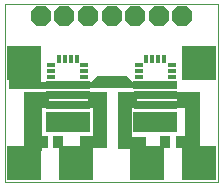
<source format=gts>
G75*
%MOIN*%
%OFA0B0*%
%FSLAX25Y25*%
%IPPOS*%
%LPD*%
%AMOC8*
5,1,8,0,0,1.08239X$1,22.5*
%
%ADD10C,0.00000*%
%ADD11C,0.00001*%
%ADD12R,0.11430X0.11430*%
%ADD13C,0.01981*%
%ADD14R,0.03556X0.04343*%
%ADD15OC8,0.06706*%
%ADD16R,0.03162X0.01784*%
%ADD17R,0.14580X0.02769*%
%ADD18R,0.07394X0.02769*%
%ADD19R,0.14580X0.07099*%
%ADD20R,0.01784X0.03162*%
%ADD21C,0.00100*%
D10*
X0002452Y0002452D02*
X0002452Y0061507D01*
X0073318Y0061507D01*
X0073318Y0002452D01*
X0002452Y0002452D01*
X0004459Y0005050D02*
X0004461Y0005098D01*
X0004467Y0005146D01*
X0004477Y0005193D01*
X0004490Y0005239D01*
X0004508Y0005284D01*
X0004528Y0005328D01*
X0004553Y0005370D01*
X0004581Y0005409D01*
X0004611Y0005446D01*
X0004645Y0005480D01*
X0004682Y0005512D01*
X0004720Y0005541D01*
X0004761Y0005566D01*
X0004804Y0005588D01*
X0004849Y0005606D01*
X0004895Y0005620D01*
X0004942Y0005631D01*
X0004990Y0005638D01*
X0005038Y0005641D01*
X0005086Y0005640D01*
X0005134Y0005635D01*
X0005182Y0005626D01*
X0005228Y0005614D01*
X0005273Y0005597D01*
X0005317Y0005577D01*
X0005359Y0005554D01*
X0005399Y0005527D01*
X0005437Y0005497D01*
X0005472Y0005464D01*
X0005504Y0005428D01*
X0005534Y0005390D01*
X0005560Y0005349D01*
X0005582Y0005306D01*
X0005602Y0005262D01*
X0005617Y0005217D01*
X0005629Y0005170D01*
X0005637Y0005122D01*
X0005641Y0005074D01*
X0005641Y0005026D01*
X0005637Y0004978D01*
X0005629Y0004930D01*
X0005617Y0004883D01*
X0005602Y0004838D01*
X0005582Y0004794D01*
X0005560Y0004751D01*
X0005534Y0004710D01*
X0005504Y0004672D01*
X0005472Y0004636D01*
X0005437Y0004603D01*
X0005399Y0004573D01*
X0005359Y0004546D01*
X0005317Y0004523D01*
X0005273Y0004503D01*
X0005228Y0004486D01*
X0005182Y0004474D01*
X0005134Y0004465D01*
X0005086Y0004460D01*
X0005038Y0004459D01*
X0004990Y0004462D01*
X0004942Y0004469D01*
X0004895Y0004480D01*
X0004849Y0004494D01*
X0004804Y0004512D01*
X0004761Y0004534D01*
X0004720Y0004559D01*
X0004682Y0004588D01*
X0004645Y0004620D01*
X0004611Y0004654D01*
X0004581Y0004691D01*
X0004553Y0004730D01*
X0004528Y0004772D01*
X0004508Y0004816D01*
X0004490Y0004861D01*
X0004477Y0004907D01*
X0004467Y0004954D01*
X0004461Y0005002D01*
X0004459Y0005050D01*
X0004459Y0012452D02*
X0004461Y0012500D01*
X0004467Y0012548D01*
X0004477Y0012595D01*
X0004490Y0012641D01*
X0004508Y0012686D01*
X0004528Y0012730D01*
X0004553Y0012772D01*
X0004581Y0012811D01*
X0004611Y0012848D01*
X0004645Y0012882D01*
X0004682Y0012914D01*
X0004720Y0012943D01*
X0004761Y0012968D01*
X0004804Y0012990D01*
X0004849Y0013008D01*
X0004895Y0013022D01*
X0004942Y0013033D01*
X0004990Y0013040D01*
X0005038Y0013043D01*
X0005086Y0013042D01*
X0005134Y0013037D01*
X0005182Y0013028D01*
X0005228Y0013016D01*
X0005273Y0012999D01*
X0005317Y0012979D01*
X0005359Y0012956D01*
X0005399Y0012929D01*
X0005437Y0012899D01*
X0005472Y0012866D01*
X0005504Y0012830D01*
X0005534Y0012792D01*
X0005560Y0012751D01*
X0005582Y0012708D01*
X0005602Y0012664D01*
X0005617Y0012619D01*
X0005629Y0012572D01*
X0005637Y0012524D01*
X0005641Y0012476D01*
X0005641Y0012428D01*
X0005637Y0012380D01*
X0005629Y0012332D01*
X0005617Y0012285D01*
X0005602Y0012240D01*
X0005582Y0012196D01*
X0005560Y0012153D01*
X0005534Y0012112D01*
X0005504Y0012074D01*
X0005472Y0012038D01*
X0005437Y0012005D01*
X0005399Y0011975D01*
X0005359Y0011948D01*
X0005317Y0011925D01*
X0005273Y0011905D01*
X0005228Y0011888D01*
X0005182Y0011876D01*
X0005134Y0011867D01*
X0005086Y0011862D01*
X0005038Y0011861D01*
X0004990Y0011864D01*
X0004942Y0011871D01*
X0004895Y0011882D01*
X0004849Y0011896D01*
X0004804Y0011914D01*
X0004761Y0011936D01*
X0004720Y0011961D01*
X0004682Y0011990D01*
X0004645Y0012022D01*
X0004611Y0012056D01*
X0004581Y0012093D01*
X0004553Y0012132D01*
X0004528Y0012174D01*
X0004508Y0012218D01*
X0004490Y0012263D01*
X0004477Y0012309D01*
X0004467Y0012356D01*
X0004461Y0012404D01*
X0004459Y0012452D01*
X0008751Y0013081D02*
X0014263Y0013081D01*
X0014263Y0027255D01*
X0016625Y0027255D01*
X0016625Y0032373D01*
X0008751Y0032373D01*
X0008751Y0013081D01*
X0011861Y0012452D02*
X0011863Y0012500D01*
X0011869Y0012548D01*
X0011879Y0012595D01*
X0011892Y0012641D01*
X0011910Y0012686D01*
X0011930Y0012730D01*
X0011955Y0012772D01*
X0011983Y0012811D01*
X0012013Y0012848D01*
X0012047Y0012882D01*
X0012084Y0012914D01*
X0012122Y0012943D01*
X0012163Y0012968D01*
X0012206Y0012990D01*
X0012251Y0013008D01*
X0012297Y0013022D01*
X0012344Y0013033D01*
X0012392Y0013040D01*
X0012440Y0013043D01*
X0012488Y0013042D01*
X0012536Y0013037D01*
X0012584Y0013028D01*
X0012630Y0013016D01*
X0012675Y0012999D01*
X0012719Y0012979D01*
X0012761Y0012956D01*
X0012801Y0012929D01*
X0012839Y0012899D01*
X0012874Y0012866D01*
X0012906Y0012830D01*
X0012936Y0012792D01*
X0012962Y0012751D01*
X0012984Y0012708D01*
X0013004Y0012664D01*
X0013019Y0012619D01*
X0013031Y0012572D01*
X0013039Y0012524D01*
X0013043Y0012476D01*
X0013043Y0012428D01*
X0013039Y0012380D01*
X0013031Y0012332D01*
X0013019Y0012285D01*
X0013004Y0012240D01*
X0012984Y0012196D01*
X0012962Y0012153D01*
X0012936Y0012112D01*
X0012906Y0012074D01*
X0012874Y0012038D01*
X0012839Y0012005D01*
X0012801Y0011975D01*
X0012761Y0011948D01*
X0012719Y0011925D01*
X0012675Y0011905D01*
X0012630Y0011888D01*
X0012584Y0011876D01*
X0012536Y0011867D01*
X0012488Y0011862D01*
X0012440Y0011861D01*
X0012392Y0011864D01*
X0012344Y0011871D01*
X0012297Y0011882D01*
X0012251Y0011896D01*
X0012206Y0011914D01*
X0012163Y0011936D01*
X0012122Y0011961D01*
X0012084Y0011990D01*
X0012047Y0012022D01*
X0012013Y0012056D01*
X0011983Y0012093D01*
X0011955Y0012132D01*
X0011930Y0012174D01*
X0011910Y0012218D01*
X0011892Y0012263D01*
X0011879Y0012309D01*
X0011869Y0012356D01*
X0011863Y0012404D01*
X0011861Y0012452D01*
X0011861Y0005050D02*
X0011863Y0005098D01*
X0011869Y0005146D01*
X0011879Y0005193D01*
X0011892Y0005239D01*
X0011910Y0005284D01*
X0011930Y0005328D01*
X0011955Y0005370D01*
X0011983Y0005409D01*
X0012013Y0005446D01*
X0012047Y0005480D01*
X0012084Y0005512D01*
X0012122Y0005541D01*
X0012163Y0005566D01*
X0012206Y0005588D01*
X0012251Y0005606D01*
X0012297Y0005620D01*
X0012344Y0005631D01*
X0012392Y0005638D01*
X0012440Y0005641D01*
X0012488Y0005640D01*
X0012536Y0005635D01*
X0012584Y0005626D01*
X0012630Y0005614D01*
X0012675Y0005597D01*
X0012719Y0005577D01*
X0012761Y0005554D01*
X0012801Y0005527D01*
X0012839Y0005497D01*
X0012874Y0005464D01*
X0012906Y0005428D01*
X0012936Y0005390D01*
X0012962Y0005349D01*
X0012984Y0005306D01*
X0013004Y0005262D01*
X0013019Y0005217D01*
X0013031Y0005170D01*
X0013039Y0005122D01*
X0013043Y0005074D01*
X0013043Y0005026D01*
X0013039Y0004978D01*
X0013031Y0004930D01*
X0013019Y0004883D01*
X0013004Y0004838D01*
X0012984Y0004794D01*
X0012962Y0004751D01*
X0012936Y0004710D01*
X0012906Y0004672D01*
X0012874Y0004636D01*
X0012839Y0004603D01*
X0012801Y0004573D01*
X0012761Y0004546D01*
X0012719Y0004523D01*
X0012675Y0004503D01*
X0012630Y0004486D01*
X0012584Y0004474D01*
X0012536Y0004465D01*
X0012488Y0004460D01*
X0012440Y0004459D01*
X0012392Y0004462D01*
X0012344Y0004469D01*
X0012297Y0004480D01*
X0012251Y0004494D01*
X0012206Y0004512D01*
X0012163Y0004534D01*
X0012122Y0004559D01*
X0012084Y0004588D01*
X0012047Y0004620D01*
X0012013Y0004654D01*
X0011983Y0004691D01*
X0011955Y0004730D01*
X0011930Y0004772D01*
X0011910Y0004816D01*
X0011892Y0004861D01*
X0011879Y0004907D01*
X0011869Y0004954D01*
X0011863Y0005002D01*
X0011861Y0005050D01*
X0021782Y0005050D02*
X0021784Y0005098D01*
X0021790Y0005146D01*
X0021800Y0005193D01*
X0021813Y0005239D01*
X0021831Y0005284D01*
X0021851Y0005328D01*
X0021876Y0005370D01*
X0021904Y0005409D01*
X0021934Y0005446D01*
X0021968Y0005480D01*
X0022005Y0005512D01*
X0022043Y0005541D01*
X0022084Y0005566D01*
X0022127Y0005588D01*
X0022172Y0005606D01*
X0022218Y0005620D01*
X0022265Y0005631D01*
X0022313Y0005638D01*
X0022361Y0005641D01*
X0022409Y0005640D01*
X0022457Y0005635D01*
X0022505Y0005626D01*
X0022551Y0005614D01*
X0022596Y0005597D01*
X0022640Y0005577D01*
X0022682Y0005554D01*
X0022722Y0005527D01*
X0022760Y0005497D01*
X0022795Y0005464D01*
X0022827Y0005428D01*
X0022857Y0005390D01*
X0022883Y0005349D01*
X0022905Y0005306D01*
X0022925Y0005262D01*
X0022940Y0005217D01*
X0022952Y0005170D01*
X0022960Y0005122D01*
X0022964Y0005074D01*
X0022964Y0005026D01*
X0022960Y0004978D01*
X0022952Y0004930D01*
X0022940Y0004883D01*
X0022925Y0004838D01*
X0022905Y0004794D01*
X0022883Y0004751D01*
X0022857Y0004710D01*
X0022827Y0004672D01*
X0022795Y0004636D01*
X0022760Y0004603D01*
X0022722Y0004573D01*
X0022682Y0004546D01*
X0022640Y0004523D01*
X0022596Y0004503D01*
X0022551Y0004486D01*
X0022505Y0004474D01*
X0022457Y0004465D01*
X0022409Y0004460D01*
X0022361Y0004459D01*
X0022313Y0004462D01*
X0022265Y0004469D01*
X0022218Y0004480D01*
X0022172Y0004494D01*
X0022127Y0004512D01*
X0022084Y0004534D01*
X0022043Y0004559D01*
X0022005Y0004588D01*
X0021968Y0004620D01*
X0021934Y0004654D01*
X0021904Y0004691D01*
X0021876Y0004730D01*
X0021851Y0004772D01*
X0021831Y0004816D01*
X0021813Y0004861D01*
X0021800Y0004907D01*
X0021790Y0004954D01*
X0021784Y0005002D01*
X0021782Y0005050D01*
X0029183Y0005050D02*
X0029185Y0005098D01*
X0029191Y0005146D01*
X0029201Y0005193D01*
X0029214Y0005239D01*
X0029232Y0005284D01*
X0029252Y0005328D01*
X0029277Y0005370D01*
X0029305Y0005409D01*
X0029335Y0005446D01*
X0029369Y0005480D01*
X0029406Y0005512D01*
X0029444Y0005541D01*
X0029485Y0005566D01*
X0029528Y0005588D01*
X0029573Y0005606D01*
X0029619Y0005620D01*
X0029666Y0005631D01*
X0029714Y0005638D01*
X0029762Y0005641D01*
X0029810Y0005640D01*
X0029858Y0005635D01*
X0029906Y0005626D01*
X0029952Y0005614D01*
X0029997Y0005597D01*
X0030041Y0005577D01*
X0030083Y0005554D01*
X0030123Y0005527D01*
X0030161Y0005497D01*
X0030196Y0005464D01*
X0030228Y0005428D01*
X0030258Y0005390D01*
X0030284Y0005349D01*
X0030306Y0005306D01*
X0030326Y0005262D01*
X0030341Y0005217D01*
X0030353Y0005170D01*
X0030361Y0005122D01*
X0030365Y0005074D01*
X0030365Y0005026D01*
X0030361Y0004978D01*
X0030353Y0004930D01*
X0030341Y0004883D01*
X0030326Y0004838D01*
X0030306Y0004794D01*
X0030284Y0004751D01*
X0030258Y0004710D01*
X0030228Y0004672D01*
X0030196Y0004636D01*
X0030161Y0004603D01*
X0030123Y0004573D01*
X0030083Y0004546D01*
X0030041Y0004523D01*
X0029997Y0004503D01*
X0029952Y0004486D01*
X0029906Y0004474D01*
X0029858Y0004465D01*
X0029810Y0004460D01*
X0029762Y0004459D01*
X0029714Y0004462D01*
X0029666Y0004469D01*
X0029619Y0004480D01*
X0029573Y0004494D01*
X0029528Y0004512D01*
X0029485Y0004534D01*
X0029444Y0004559D01*
X0029406Y0004588D01*
X0029369Y0004620D01*
X0029335Y0004654D01*
X0029305Y0004691D01*
X0029277Y0004730D01*
X0029252Y0004772D01*
X0029232Y0004816D01*
X0029214Y0004861D01*
X0029201Y0004907D01*
X0029191Y0004954D01*
X0029185Y0005002D01*
X0029183Y0005050D01*
X0029183Y0012452D02*
X0029185Y0012500D01*
X0029191Y0012548D01*
X0029201Y0012595D01*
X0029214Y0012641D01*
X0029232Y0012686D01*
X0029252Y0012730D01*
X0029277Y0012772D01*
X0029305Y0012811D01*
X0029335Y0012848D01*
X0029369Y0012882D01*
X0029406Y0012914D01*
X0029444Y0012943D01*
X0029485Y0012968D01*
X0029528Y0012990D01*
X0029573Y0013008D01*
X0029619Y0013022D01*
X0029666Y0013033D01*
X0029714Y0013040D01*
X0029762Y0013043D01*
X0029810Y0013042D01*
X0029858Y0013037D01*
X0029906Y0013028D01*
X0029952Y0013016D01*
X0029997Y0012999D01*
X0030041Y0012979D01*
X0030083Y0012956D01*
X0030123Y0012929D01*
X0030161Y0012899D01*
X0030196Y0012866D01*
X0030228Y0012830D01*
X0030258Y0012792D01*
X0030284Y0012751D01*
X0030306Y0012708D01*
X0030326Y0012664D01*
X0030341Y0012619D01*
X0030353Y0012572D01*
X0030361Y0012524D01*
X0030365Y0012476D01*
X0030365Y0012428D01*
X0030361Y0012380D01*
X0030353Y0012332D01*
X0030341Y0012285D01*
X0030326Y0012240D01*
X0030306Y0012196D01*
X0030284Y0012153D01*
X0030258Y0012112D01*
X0030228Y0012074D01*
X0030196Y0012038D01*
X0030161Y0012005D01*
X0030123Y0011975D01*
X0030083Y0011948D01*
X0030041Y0011925D01*
X0029997Y0011905D01*
X0029952Y0011888D01*
X0029906Y0011876D01*
X0029858Y0011867D01*
X0029810Y0011862D01*
X0029762Y0011861D01*
X0029714Y0011864D01*
X0029666Y0011871D01*
X0029619Y0011882D01*
X0029573Y0011896D01*
X0029528Y0011914D01*
X0029485Y0011936D01*
X0029444Y0011961D01*
X0029406Y0011990D01*
X0029369Y0012022D01*
X0029335Y0012056D01*
X0029305Y0012093D01*
X0029277Y0012132D01*
X0029252Y0012174D01*
X0029232Y0012218D01*
X0029214Y0012263D01*
X0029201Y0012309D01*
X0029191Y0012356D01*
X0029185Y0012404D01*
X0029183Y0012452D01*
X0027255Y0013869D02*
X0027255Y0017806D01*
X0031585Y0017806D01*
X0031585Y0027255D01*
X0030011Y0027255D01*
X0030011Y0032373D01*
X0035916Y0032373D01*
X0035916Y0013869D01*
X0027255Y0013869D01*
X0021782Y0012452D02*
X0021784Y0012500D01*
X0021790Y0012548D01*
X0021800Y0012595D01*
X0021813Y0012641D01*
X0021831Y0012686D01*
X0021851Y0012730D01*
X0021876Y0012772D01*
X0021904Y0012811D01*
X0021934Y0012848D01*
X0021968Y0012882D01*
X0022005Y0012914D01*
X0022043Y0012943D01*
X0022084Y0012968D01*
X0022127Y0012990D01*
X0022172Y0013008D01*
X0022218Y0013022D01*
X0022265Y0013033D01*
X0022313Y0013040D01*
X0022361Y0013043D01*
X0022409Y0013042D01*
X0022457Y0013037D01*
X0022505Y0013028D01*
X0022551Y0013016D01*
X0022596Y0012999D01*
X0022640Y0012979D01*
X0022682Y0012956D01*
X0022722Y0012929D01*
X0022760Y0012899D01*
X0022795Y0012866D01*
X0022827Y0012830D01*
X0022857Y0012792D01*
X0022883Y0012751D01*
X0022905Y0012708D01*
X0022925Y0012664D01*
X0022940Y0012619D01*
X0022952Y0012572D01*
X0022960Y0012524D01*
X0022964Y0012476D01*
X0022964Y0012428D01*
X0022960Y0012380D01*
X0022952Y0012332D01*
X0022940Y0012285D01*
X0022925Y0012240D01*
X0022905Y0012196D01*
X0022883Y0012153D01*
X0022857Y0012112D01*
X0022827Y0012074D01*
X0022795Y0012038D01*
X0022760Y0012005D01*
X0022722Y0011975D01*
X0022682Y0011948D01*
X0022640Y0011925D01*
X0022596Y0011905D01*
X0022551Y0011888D01*
X0022505Y0011876D01*
X0022457Y0011867D01*
X0022409Y0011862D01*
X0022361Y0011861D01*
X0022313Y0011864D01*
X0022265Y0011871D01*
X0022218Y0011882D01*
X0022172Y0011896D01*
X0022127Y0011914D01*
X0022084Y0011936D01*
X0022043Y0011961D01*
X0022005Y0011990D01*
X0021968Y0012022D01*
X0021934Y0012056D01*
X0021904Y0012093D01*
X0021876Y0012132D01*
X0021851Y0012174D01*
X0021831Y0012218D01*
X0021813Y0012263D01*
X0021800Y0012309D01*
X0021790Y0012356D01*
X0021784Y0012404D01*
X0021782Y0012452D01*
X0039853Y0013475D02*
X0039853Y0032373D01*
X0046152Y0032373D01*
X0046152Y0027255D01*
X0044184Y0027255D01*
X0044184Y0017412D01*
X0048908Y0017412D01*
X0048908Y0013475D01*
X0039853Y0013475D01*
X0045404Y0012452D02*
X0045406Y0012500D01*
X0045412Y0012548D01*
X0045422Y0012595D01*
X0045435Y0012641D01*
X0045453Y0012686D01*
X0045473Y0012730D01*
X0045498Y0012772D01*
X0045526Y0012811D01*
X0045556Y0012848D01*
X0045590Y0012882D01*
X0045627Y0012914D01*
X0045665Y0012943D01*
X0045706Y0012968D01*
X0045749Y0012990D01*
X0045794Y0013008D01*
X0045840Y0013022D01*
X0045887Y0013033D01*
X0045935Y0013040D01*
X0045983Y0013043D01*
X0046031Y0013042D01*
X0046079Y0013037D01*
X0046127Y0013028D01*
X0046173Y0013016D01*
X0046218Y0012999D01*
X0046262Y0012979D01*
X0046304Y0012956D01*
X0046344Y0012929D01*
X0046382Y0012899D01*
X0046417Y0012866D01*
X0046449Y0012830D01*
X0046479Y0012792D01*
X0046505Y0012751D01*
X0046527Y0012708D01*
X0046547Y0012664D01*
X0046562Y0012619D01*
X0046574Y0012572D01*
X0046582Y0012524D01*
X0046586Y0012476D01*
X0046586Y0012428D01*
X0046582Y0012380D01*
X0046574Y0012332D01*
X0046562Y0012285D01*
X0046547Y0012240D01*
X0046527Y0012196D01*
X0046505Y0012153D01*
X0046479Y0012112D01*
X0046449Y0012074D01*
X0046417Y0012038D01*
X0046382Y0012005D01*
X0046344Y0011975D01*
X0046304Y0011948D01*
X0046262Y0011925D01*
X0046218Y0011905D01*
X0046173Y0011888D01*
X0046127Y0011876D01*
X0046079Y0011867D01*
X0046031Y0011862D01*
X0045983Y0011861D01*
X0045935Y0011864D01*
X0045887Y0011871D01*
X0045840Y0011882D01*
X0045794Y0011896D01*
X0045749Y0011914D01*
X0045706Y0011936D01*
X0045665Y0011961D01*
X0045627Y0011990D01*
X0045590Y0012022D01*
X0045556Y0012056D01*
X0045526Y0012093D01*
X0045498Y0012132D01*
X0045473Y0012174D01*
X0045453Y0012218D01*
X0045435Y0012263D01*
X0045422Y0012309D01*
X0045412Y0012356D01*
X0045406Y0012404D01*
X0045404Y0012452D01*
X0052805Y0012452D02*
X0052807Y0012500D01*
X0052813Y0012548D01*
X0052823Y0012595D01*
X0052836Y0012641D01*
X0052854Y0012686D01*
X0052874Y0012730D01*
X0052899Y0012772D01*
X0052927Y0012811D01*
X0052957Y0012848D01*
X0052991Y0012882D01*
X0053028Y0012914D01*
X0053066Y0012943D01*
X0053107Y0012968D01*
X0053150Y0012990D01*
X0053195Y0013008D01*
X0053241Y0013022D01*
X0053288Y0013033D01*
X0053336Y0013040D01*
X0053384Y0013043D01*
X0053432Y0013042D01*
X0053480Y0013037D01*
X0053528Y0013028D01*
X0053574Y0013016D01*
X0053619Y0012999D01*
X0053663Y0012979D01*
X0053705Y0012956D01*
X0053745Y0012929D01*
X0053783Y0012899D01*
X0053818Y0012866D01*
X0053850Y0012830D01*
X0053880Y0012792D01*
X0053906Y0012751D01*
X0053928Y0012708D01*
X0053948Y0012664D01*
X0053963Y0012619D01*
X0053975Y0012572D01*
X0053983Y0012524D01*
X0053987Y0012476D01*
X0053987Y0012428D01*
X0053983Y0012380D01*
X0053975Y0012332D01*
X0053963Y0012285D01*
X0053948Y0012240D01*
X0053928Y0012196D01*
X0053906Y0012153D01*
X0053880Y0012112D01*
X0053850Y0012074D01*
X0053818Y0012038D01*
X0053783Y0012005D01*
X0053745Y0011975D01*
X0053705Y0011948D01*
X0053663Y0011925D01*
X0053619Y0011905D01*
X0053574Y0011888D01*
X0053528Y0011876D01*
X0053480Y0011867D01*
X0053432Y0011862D01*
X0053384Y0011861D01*
X0053336Y0011864D01*
X0053288Y0011871D01*
X0053241Y0011882D01*
X0053195Y0011896D01*
X0053150Y0011914D01*
X0053107Y0011936D01*
X0053066Y0011961D01*
X0053028Y0011990D01*
X0052991Y0012022D01*
X0052957Y0012056D01*
X0052927Y0012093D01*
X0052899Y0012132D01*
X0052874Y0012174D01*
X0052854Y0012218D01*
X0052836Y0012263D01*
X0052823Y0012309D01*
X0052813Y0012356D01*
X0052807Y0012404D01*
X0052805Y0012452D01*
X0052805Y0005050D02*
X0052807Y0005098D01*
X0052813Y0005146D01*
X0052823Y0005193D01*
X0052836Y0005239D01*
X0052854Y0005284D01*
X0052874Y0005328D01*
X0052899Y0005370D01*
X0052927Y0005409D01*
X0052957Y0005446D01*
X0052991Y0005480D01*
X0053028Y0005512D01*
X0053066Y0005541D01*
X0053107Y0005566D01*
X0053150Y0005588D01*
X0053195Y0005606D01*
X0053241Y0005620D01*
X0053288Y0005631D01*
X0053336Y0005638D01*
X0053384Y0005641D01*
X0053432Y0005640D01*
X0053480Y0005635D01*
X0053528Y0005626D01*
X0053574Y0005614D01*
X0053619Y0005597D01*
X0053663Y0005577D01*
X0053705Y0005554D01*
X0053745Y0005527D01*
X0053783Y0005497D01*
X0053818Y0005464D01*
X0053850Y0005428D01*
X0053880Y0005390D01*
X0053906Y0005349D01*
X0053928Y0005306D01*
X0053948Y0005262D01*
X0053963Y0005217D01*
X0053975Y0005170D01*
X0053983Y0005122D01*
X0053987Y0005074D01*
X0053987Y0005026D01*
X0053983Y0004978D01*
X0053975Y0004930D01*
X0053963Y0004883D01*
X0053948Y0004838D01*
X0053928Y0004794D01*
X0053906Y0004751D01*
X0053880Y0004710D01*
X0053850Y0004672D01*
X0053818Y0004636D01*
X0053783Y0004603D01*
X0053745Y0004573D01*
X0053705Y0004546D01*
X0053663Y0004523D01*
X0053619Y0004503D01*
X0053574Y0004486D01*
X0053528Y0004474D01*
X0053480Y0004465D01*
X0053432Y0004460D01*
X0053384Y0004459D01*
X0053336Y0004462D01*
X0053288Y0004469D01*
X0053241Y0004480D01*
X0053195Y0004494D01*
X0053150Y0004512D01*
X0053107Y0004534D01*
X0053066Y0004559D01*
X0053028Y0004588D01*
X0052991Y0004620D01*
X0052957Y0004654D01*
X0052927Y0004691D01*
X0052899Y0004730D01*
X0052874Y0004772D01*
X0052854Y0004816D01*
X0052836Y0004861D01*
X0052823Y0004907D01*
X0052813Y0004954D01*
X0052807Y0005002D01*
X0052805Y0005050D01*
X0045404Y0005050D02*
X0045406Y0005098D01*
X0045412Y0005146D01*
X0045422Y0005193D01*
X0045435Y0005239D01*
X0045453Y0005284D01*
X0045473Y0005328D01*
X0045498Y0005370D01*
X0045526Y0005409D01*
X0045556Y0005446D01*
X0045590Y0005480D01*
X0045627Y0005512D01*
X0045665Y0005541D01*
X0045706Y0005566D01*
X0045749Y0005588D01*
X0045794Y0005606D01*
X0045840Y0005620D01*
X0045887Y0005631D01*
X0045935Y0005638D01*
X0045983Y0005641D01*
X0046031Y0005640D01*
X0046079Y0005635D01*
X0046127Y0005626D01*
X0046173Y0005614D01*
X0046218Y0005597D01*
X0046262Y0005577D01*
X0046304Y0005554D01*
X0046344Y0005527D01*
X0046382Y0005497D01*
X0046417Y0005464D01*
X0046449Y0005428D01*
X0046479Y0005390D01*
X0046505Y0005349D01*
X0046527Y0005306D01*
X0046547Y0005262D01*
X0046562Y0005217D01*
X0046574Y0005170D01*
X0046582Y0005122D01*
X0046586Y0005074D01*
X0046586Y0005026D01*
X0046582Y0004978D01*
X0046574Y0004930D01*
X0046562Y0004883D01*
X0046547Y0004838D01*
X0046527Y0004794D01*
X0046505Y0004751D01*
X0046479Y0004710D01*
X0046449Y0004672D01*
X0046417Y0004636D01*
X0046382Y0004603D01*
X0046344Y0004573D01*
X0046304Y0004546D01*
X0046262Y0004523D01*
X0046218Y0004503D01*
X0046173Y0004486D01*
X0046127Y0004474D01*
X0046079Y0004465D01*
X0046031Y0004460D01*
X0045983Y0004459D01*
X0045935Y0004462D01*
X0045887Y0004469D01*
X0045840Y0004480D01*
X0045794Y0004494D01*
X0045749Y0004512D01*
X0045706Y0004534D01*
X0045665Y0004559D01*
X0045627Y0004588D01*
X0045590Y0004620D01*
X0045556Y0004654D01*
X0045526Y0004691D01*
X0045498Y0004730D01*
X0045473Y0004772D01*
X0045453Y0004816D01*
X0045435Y0004861D01*
X0045422Y0004907D01*
X0045412Y0004954D01*
X0045406Y0005002D01*
X0045404Y0005050D01*
X0062294Y0013475D02*
X0062294Y0027255D01*
X0059538Y0027255D01*
X0059538Y0032373D01*
X0067019Y0032373D01*
X0067019Y0013475D01*
X0062294Y0013475D01*
X0062727Y0012452D02*
X0062729Y0012500D01*
X0062735Y0012548D01*
X0062745Y0012595D01*
X0062758Y0012641D01*
X0062776Y0012686D01*
X0062796Y0012730D01*
X0062821Y0012772D01*
X0062849Y0012811D01*
X0062879Y0012848D01*
X0062913Y0012882D01*
X0062950Y0012914D01*
X0062988Y0012943D01*
X0063029Y0012968D01*
X0063072Y0012990D01*
X0063117Y0013008D01*
X0063163Y0013022D01*
X0063210Y0013033D01*
X0063258Y0013040D01*
X0063306Y0013043D01*
X0063354Y0013042D01*
X0063402Y0013037D01*
X0063450Y0013028D01*
X0063496Y0013016D01*
X0063541Y0012999D01*
X0063585Y0012979D01*
X0063627Y0012956D01*
X0063667Y0012929D01*
X0063705Y0012899D01*
X0063740Y0012866D01*
X0063772Y0012830D01*
X0063802Y0012792D01*
X0063828Y0012751D01*
X0063850Y0012708D01*
X0063870Y0012664D01*
X0063885Y0012619D01*
X0063897Y0012572D01*
X0063905Y0012524D01*
X0063909Y0012476D01*
X0063909Y0012428D01*
X0063905Y0012380D01*
X0063897Y0012332D01*
X0063885Y0012285D01*
X0063870Y0012240D01*
X0063850Y0012196D01*
X0063828Y0012153D01*
X0063802Y0012112D01*
X0063772Y0012074D01*
X0063740Y0012038D01*
X0063705Y0012005D01*
X0063667Y0011975D01*
X0063627Y0011948D01*
X0063585Y0011925D01*
X0063541Y0011905D01*
X0063496Y0011888D01*
X0063450Y0011876D01*
X0063402Y0011867D01*
X0063354Y0011862D01*
X0063306Y0011861D01*
X0063258Y0011864D01*
X0063210Y0011871D01*
X0063163Y0011882D01*
X0063117Y0011896D01*
X0063072Y0011914D01*
X0063029Y0011936D01*
X0062988Y0011961D01*
X0062950Y0011990D01*
X0062913Y0012022D01*
X0062879Y0012056D01*
X0062849Y0012093D01*
X0062821Y0012132D01*
X0062796Y0012174D01*
X0062776Y0012218D01*
X0062758Y0012263D01*
X0062745Y0012309D01*
X0062735Y0012356D01*
X0062729Y0012404D01*
X0062727Y0012452D01*
X0062727Y0005050D02*
X0062729Y0005098D01*
X0062735Y0005146D01*
X0062745Y0005193D01*
X0062758Y0005239D01*
X0062776Y0005284D01*
X0062796Y0005328D01*
X0062821Y0005370D01*
X0062849Y0005409D01*
X0062879Y0005446D01*
X0062913Y0005480D01*
X0062950Y0005512D01*
X0062988Y0005541D01*
X0063029Y0005566D01*
X0063072Y0005588D01*
X0063117Y0005606D01*
X0063163Y0005620D01*
X0063210Y0005631D01*
X0063258Y0005638D01*
X0063306Y0005641D01*
X0063354Y0005640D01*
X0063402Y0005635D01*
X0063450Y0005626D01*
X0063496Y0005614D01*
X0063541Y0005597D01*
X0063585Y0005577D01*
X0063627Y0005554D01*
X0063667Y0005527D01*
X0063705Y0005497D01*
X0063740Y0005464D01*
X0063772Y0005428D01*
X0063802Y0005390D01*
X0063828Y0005349D01*
X0063850Y0005306D01*
X0063870Y0005262D01*
X0063885Y0005217D01*
X0063897Y0005170D01*
X0063905Y0005122D01*
X0063909Y0005074D01*
X0063909Y0005026D01*
X0063905Y0004978D01*
X0063897Y0004930D01*
X0063885Y0004883D01*
X0063870Y0004838D01*
X0063850Y0004794D01*
X0063828Y0004751D01*
X0063802Y0004710D01*
X0063772Y0004672D01*
X0063740Y0004636D01*
X0063705Y0004603D01*
X0063667Y0004573D01*
X0063627Y0004546D01*
X0063585Y0004523D01*
X0063541Y0004503D01*
X0063496Y0004486D01*
X0063450Y0004474D01*
X0063402Y0004465D01*
X0063354Y0004460D01*
X0063306Y0004459D01*
X0063258Y0004462D01*
X0063210Y0004469D01*
X0063163Y0004480D01*
X0063117Y0004494D01*
X0063072Y0004512D01*
X0063029Y0004534D01*
X0062988Y0004559D01*
X0062950Y0004588D01*
X0062913Y0004620D01*
X0062879Y0004654D01*
X0062849Y0004691D01*
X0062821Y0004730D01*
X0062796Y0004772D01*
X0062776Y0004816D01*
X0062758Y0004861D01*
X0062745Y0004907D01*
X0062735Y0004954D01*
X0062729Y0005002D01*
X0062727Y0005050D01*
X0070128Y0005050D02*
X0070130Y0005098D01*
X0070136Y0005146D01*
X0070146Y0005193D01*
X0070159Y0005239D01*
X0070177Y0005284D01*
X0070197Y0005328D01*
X0070222Y0005370D01*
X0070250Y0005409D01*
X0070280Y0005446D01*
X0070314Y0005480D01*
X0070351Y0005512D01*
X0070389Y0005541D01*
X0070430Y0005566D01*
X0070473Y0005588D01*
X0070518Y0005606D01*
X0070564Y0005620D01*
X0070611Y0005631D01*
X0070659Y0005638D01*
X0070707Y0005641D01*
X0070755Y0005640D01*
X0070803Y0005635D01*
X0070851Y0005626D01*
X0070897Y0005614D01*
X0070942Y0005597D01*
X0070986Y0005577D01*
X0071028Y0005554D01*
X0071068Y0005527D01*
X0071106Y0005497D01*
X0071141Y0005464D01*
X0071173Y0005428D01*
X0071203Y0005390D01*
X0071229Y0005349D01*
X0071251Y0005306D01*
X0071271Y0005262D01*
X0071286Y0005217D01*
X0071298Y0005170D01*
X0071306Y0005122D01*
X0071310Y0005074D01*
X0071310Y0005026D01*
X0071306Y0004978D01*
X0071298Y0004930D01*
X0071286Y0004883D01*
X0071271Y0004838D01*
X0071251Y0004794D01*
X0071229Y0004751D01*
X0071203Y0004710D01*
X0071173Y0004672D01*
X0071141Y0004636D01*
X0071106Y0004603D01*
X0071068Y0004573D01*
X0071028Y0004546D01*
X0070986Y0004523D01*
X0070942Y0004503D01*
X0070897Y0004486D01*
X0070851Y0004474D01*
X0070803Y0004465D01*
X0070755Y0004460D01*
X0070707Y0004459D01*
X0070659Y0004462D01*
X0070611Y0004469D01*
X0070564Y0004480D01*
X0070518Y0004494D01*
X0070473Y0004512D01*
X0070430Y0004534D01*
X0070389Y0004559D01*
X0070351Y0004588D01*
X0070314Y0004620D01*
X0070280Y0004654D01*
X0070250Y0004691D01*
X0070222Y0004730D01*
X0070197Y0004772D01*
X0070177Y0004816D01*
X0070159Y0004861D01*
X0070146Y0004907D01*
X0070136Y0004954D01*
X0070130Y0005002D01*
X0070128Y0005050D01*
X0070128Y0012452D02*
X0070130Y0012500D01*
X0070136Y0012548D01*
X0070146Y0012595D01*
X0070159Y0012641D01*
X0070177Y0012686D01*
X0070197Y0012730D01*
X0070222Y0012772D01*
X0070250Y0012811D01*
X0070280Y0012848D01*
X0070314Y0012882D01*
X0070351Y0012914D01*
X0070389Y0012943D01*
X0070430Y0012968D01*
X0070473Y0012990D01*
X0070518Y0013008D01*
X0070564Y0013022D01*
X0070611Y0013033D01*
X0070659Y0013040D01*
X0070707Y0013043D01*
X0070755Y0013042D01*
X0070803Y0013037D01*
X0070851Y0013028D01*
X0070897Y0013016D01*
X0070942Y0012999D01*
X0070986Y0012979D01*
X0071028Y0012956D01*
X0071068Y0012929D01*
X0071106Y0012899D01*
X0071141Y0012866D01*
X0071173Y0012830D01*
X0071203Y0012792D01*
X0071229Y0012751D01*
X0071251Y0012708D01*
X0071271Y0012664D01*
X0071286Y0012619D01*
X0071298Y0012572D01*
X0071306Y0012524D01*
X0071310Y0012476D01*
X0071310Y0012428D01*
X0071306Y0012380D01*
X0071298Y0012332D01*
X0071286Y0012285D01*
X0071271Y0012240D01*
X0071251Y0012196D01*
X0071229Y0012153D01*
X0071203Y0012112D01*
X0071173Y0012074D01*
X0071141Y0012038D01*
X0071106Y0012005D01*
X0071068Y0011975D01*
X0071028Y0011948D01*
X0070986Y0011925D01*
X0070942Y0011905D01*
X0070897Y0011888D01*
X0070851Y0011876D01*
X0070803Y0011867D01*
X0070755Y0011862D01*
X0070707Y0011861D01*
X0070659Y0011864D01*
X0070611Y0011871D01*
X0070564Y0011882D01*
X0070518Y0011896D01*
X0070473Y0011914D01*
X0070430Y0011936D01*
X0070389Y0011961D01*
X0070351Y0011990D01*
X0070314Y0012022D01*
X0070280Y0012056D01*
X0070250Y0012093D01*
X0070222Y0012132D01*
X0070197Y0012174D01*
X0070177Y0012218D01*
X0070159Y0012263D01*
X0070146Y0012309D01*
X0070136Y0012356D01*
X0070130Y0012404D01*
X0070128Y0012452D01*
X0046152Y0033948D02*
X0029617Y0033948D01*
X0029617Y0035522D01*
X0031192Y0035522D01*
X0033160Y0037491D01*
X0042609Y0037491D01*
X0044578Y0035522D01*
X0046152Y0035522D01*
X0046152Y0033948D01*
X0062727Y0038121D02*
X0062729Y0038169D01*
X0062735Y0038217D01*
X0062745Y0038264D01*
X0062758Y0038310D01*
X0062776Y0038355D01*
X0062796Y0038399D01*
X0062821Y0038441D01*
X0062849Y0038480D01*
X0062879Y0038517D01*
X0062913Y0038551D01*
X0062950Y0038583D01*
X0062988Y0038612D01*
X0063029Y0038637D01*
X0063072Y0038659D01*
X0063117Y0038677D01*
X0063163Y0038691D01*
X0063210Y0038702D01*
X0063258Y0038709D01*
X0063306Y0038712D01*
X0063354Y0038711D01*
X0063402Y0038706D01*
X0063450Y0038697D01*
X0063496Y0038685D01*
X0063541Y0038668D01*
X0063585Y0038648D01*
X0063627Y0038625D01*
X0063667Y0038598D01*
X0063705Y0038568D01*
X0063740Y0038535D01*
X0063772Y0038499D01*
X0063802Y0038461D01*
X0063828Y0038420D01*
X0063850Y0038377D01*
X0063870Y0038333D01*
X0063885Y0038288D01*
X0063897Y0038241D01*
X0063905Y0038193D01*
X0063909Y0038145D01*
X0063909Y0038097D01*
X0063905Y0038049D01*
X0063897Y0038001D01*
X0063885Y0037954D01*
X0063870Y0037909D01*
X0063850Y0037865D01*
X0063828Y0037822D01*
X0063802Y0037781D01*
X0063772Y0037743D01*
X0063740Y0037707D01*
X0063705Y0037674D01*
X0063667Y0037644D01*
X0063627Y0037617D01*
X0063585Y0037594D01*
X0063541Y0037574D01*
X0063496Y0037557D01*
X0063450Y0037545D01*
X0063402Y0037536D01*
X0063354Y0037531D01*
X0063306Y0037530D01*
X0063258Y0037533D01*
X0063210Y0037540D01*
X0063163Y0037551D01*
X0063117Y0037565D01*
X0063072Y0037583D01*
X0063029Y0037605D01*
X0062988Y0037630D01*
X0062950Y0037659D01*
X0062913Y0037691D01*
X0062879Y0037725D01*
X0062849Y0037762D01*
X0062821Y0037801D01*
X0062796Y0037843D01*
X0062776Y0037887D01*
X0062758Y0037932D01*
X0062745Y0037978D01*
X0062735Y0038025D01*
X0062729Y0038073D01*
X0062727Y0038121D01*
X0070128Y0038121D02*
X0070130Y0038169D01*
X0070136Y0038217D01*
X0070146Y0038264D01*
X0070159Y0038310D01*
X0070177Y0038355D01*
X0070197Y0038399D01*
X0070222Y0038441D01*
X0070250Y0038480D01*
X0070280Y0038517D01*
X0070314Y0038551D01*
X0070351Y0038583D01*
X0070389Y0038612D01*
X0070430Y0038637D01*
X0070473Y0038659D01*
X0070518Y0038677D01*
X0070564Y0038691D01*
X0070611Y0038702D01*
X0070659Y0038709D01*
X0070707Y0038712D01*
X0070755Y0038711D01*
X0070803Y0038706D01*
X0070851Y0038697D01*
X0070897Y0038685D01*
X0070942Y0038668D01*
X0070986Y0038648D01*
X0071028Y0038625D01*
X0071068Y0038598D01*
X0071106Y0038568D01*
X0071141Y0038535D01*
X0071173Y0038499D01*
X0071203Y0038461D01*
X0071229Y0038420D01*
X0071251Y0038377D01*
X0071271Y0038333D01*
X0071286Y0038288D01*
X0071298Y0038241D01*
X0071306Y0038193D01*
X0071310Y0038145D01*
X0071310Y0038097D01*
X0071306Y0038049D01*
X0071298Y0038001D01*
X0071286Y0037954D01*
X0071271Y0037909D01*
X0071251Y0037865D01*
X0071229Y0037822D01*
X0071203Y0037781D01*
X0071173Y0037743D01*
X0071141Y0037707D01*
X0071106Y0037674D01*
X0071068Y0037644D01*
X0071028Y0037617D01*
X0070986Y0037594D01*
X0070942Y0037574D01*
X0070897Y0037557D01*
X0070851Y0037545D01*
X0070803Y0037536D01*
X0070755Y0037531D01*
X0070707Y0037530D01*
X0070659Y0037533D01*
X0070611Y0037540D01*
X0070564Y0037551D01*
X0070518Y0037565D01*
X0070473Y0037583D01*
X0070430Y0037605D01*
X0070389Y0037630D01*
X0070351Y0037659D01*
X0070314Y0037691D01*
X0070280Y0037725D01*
X0070250Y0037762D01*
X0070222Y0037801D01*
X0070197Y0037843D01*
X0070177Y0037887D01*
X0070159Y0037932D01*
X0070146Y0037978D01*
X0070136Y0038025D01*
X0070130Y0038073D01*
X0070128Y0038121D01*
X0070128Y0045522D02*
X0070130Y0045570D01*
X0070136Y0045618D01*
X0070146Y0045665D01*
X0070159Y0045711D01*
X0070177Y0045756D01*
X0070197Y0045800D01*
X0070222Y0045842D01*
X0070250Y0045881D01*
X0070280Y0045918D01*
X0070314Y0045952D01*
X0070351Y0045984D01*
X0070389Y0046013D01*
X0070430Y0046038D01*
X0070473Y0046060D01*
X0070518Y0046078D01*
X0070564Y0046092D01*
X0070611Y0046103D01*
X0070659Y0046110D01*
X0070707Y0046113D01*
X0070755Y0046112D01*
X0070803Y0046107D01*
X0070851Y0046098D01*
X0070897Y0046086D01*
X0070942Y0046069D01*
X0070986Y0046049D01*
X0071028Y0046026D01*
X0071068Y0045999D01*
X0071106Y0045969D01*
X0071141Y0045936D01*
X0071173Y0045900D01*
X0071203Y0045862D01*
X0071229Y0045821D01*
X0071251Y0045778D01*
X0071271Y0045734D01*
X0071286Y0045689D01*
X0071298Y0045642D01*
X0071306Y0045594D01*
X0071310Y0045546D01*
X0071310Y0045498D01*
X0071306Y0045450D01*
X0071298Y0045402D01*
X0071286Y0045355D01*
X0071271Y0045310D01*
X0071251Y0045266D01*
X0071229Y0045223D01*
X0071203Y0045182D01*
X0071173Y0045144D01*
X0071141Y0045108D01*
X0071106Y0045075D01*
X0071068Y0045045D01*
X0071028Y0045018D01*
X0070986Y0044995D01*
X0070942Y0044975D01*
X0070897Y0044958D01*
X0070851Y0044946D01*
X0070803Y0044937D01*
X0070755Y0044932D01*
X0070707Y0044931D01*
X0070659Y0044934D01*
X0070611Y0044941D01*
X0070564Y0044952D01*
X0070518Y0044966D01*
X0070473Y0044984D01*
X0070430Y0045006D01*
X0070389Y0045031D01*
X0070351Y0045060D01*
X0070314Y0045092D01*
X0070280Y0045126D01*
X0070250Y0045163D01*
X0070222Y0045202D01*
X0070197Y0045244D01*
X0070177Y0045288D01*
X0070159Y0045333D01*
X0070146Y0045379D01*
X0070136Y0045426D01*
X0070130Y0045474D01*
X0070128Y0045522D01*
X0062727Y0045522D02*
X0062729Y0045570D01*
X0062735Y0045618D01*
X0062745Y0045665D01*
X0062758Y0045711D01*
X0062776Y0045756D01*
X0062796Y0045800D01*
X0062821Y0045842D01*
X0062849Y0045881D01*
X0062879Y0045918D01*
X0062913Y0045952D01*
X0062950Y0045984D01*
X0062988Y0046013D01*
X0063029Y0046038D01*
X0063072Y0046060D01*
X0063117Y0046078D01*
X0063163Y0046092D01*
X0063210Y0046103D01*
X0063258Y0046110D01*
X0063306Y0046113D01*
X0063354Y0046112D01*
X0063402Y0046107D01*
X0063450Y0046098D01*
X0063496Y0046086D01*
X0063541Y0046069D01*
X0063585Y0046049D01*
X0063627Y0046026D01*
X0063667Y0045999D01*
X0063705Y0045969D01*
X0063740Y0045936D01*
X0063772Y0045900D01*
X0063802Y0045862D01*
X0063828Y0045821D01*
X0063850Y0045778D01*
X0063870Y0045734D01*
X0063885Y0045689D01*
X0063897Y0045642D01*
X0063905Y0045594D01*
X0063909Y0045546D01*
X0063909Y0045498D01*
X0063905Y0045450D01*
X0063897Y0045402D01*
X0063885Y0045355D01*
X0063870Y0045310D01*
X0063850Y0045266D01*
X0063828Y0045223D01*
X0063802Y0045182D01*
X0063772Y0045144D01*
X0063740Y0045108D01*
X0063705Y0045075D01*
X0063667Y0045045D01*
X0063627Y0045018D01*
X0063585Y0044995D01*
X0063541Y0044975D01*
X0063496Y0044958D01*
X0063450Y0044946D01*
X0063402Y0044937D01*
X0063354Y0044932D01*
X0063306Y0044931D01*
X0063258Y0044934D01*
X0063210Y0044941D01*
X0063163Y0044952D01*
X0063117Y0044966D01*
X0063072Y0044984D01*
X0063029Y0045006D01*
X0062988Y0045031D01*
X0062950Y0045060D01*
X0062913Y0045092D01*
X0062879Y0045126D01*
X0062849Y0045163D01*
X0062821Y0045202D01*
X0062796Y0045244D01*
X0062776Y0045288D01*
X0062758Y0045333D01*
X0062745Y0045379D01*
X0062735Y0045426D01*
X0062729Y0045474D01*
X0062727Y0045522D01*
X0017412Y0035522D02*
X0017412Y0033554D01*
X0003633Y0033554D01*
X0003633Y0037097D01*
X0013869Y0037097D01*
X0013869Y0035522D01*
X0017412Y0035522D01*
X0011861Y0038121D02*
X0011863Y0038169D01*
X0011869Y0038217D01*
X0011879Y0038264D01*
X0011892Y0038310D01*
X0011910Y0038355D01*
X0011930Y0038399D01*
X0011955Y0038441D01*
X0011983Y0038480D01*
X0012013Y0038517D01*
X0012047Y0038551D01*
X0012084Y0038583D01*
X0012122Y0038612D01*
X0012163Y0038637D01*
X0012206Y0038659D01*
X0012251Y0038677D01*
X0012297Y0038691D01*
X0012344Y0038702D01*
X0012392Y0038709D01*
X0012440Y0038712D01*
X0012488Y0038711D01*
X0012536Y0038706D01*
X0012584Y0038697D01*
X0012630Y0038685D01*
X0012675Y0038668D01*
X0012719Y0038648D01*
X0012761Y0038625D01*
X0012801Y0038598D01*
X0012839Y0038568D01*
X0012874Y0038535D01*
X0012906Y0038499D01*
X0012936Y0038461D01*
X0012962Y0038420D01*
X0012984Y0038377D01*
X0013004Y0038333D01*
X0013019Y0038288D01*
X0013031Y0038241D01*
X0013039Y0038193D01*
X0013043Y0038145D01*
X0013043Y0038097D01*
X0013039Y0038049D01*
X0013031Y0038001D01*
X0013019Y0037954D01*
X0013004Y0037909D01*
X0012984Y0037865D01*
X0012962Y0037822D01*
X0012936Y0037781D01*
X0012906Y0037743D01*
X0012874Y0037707D01*
X0012839Y0037674D01*
X0012801Y0037644D01*
X0012761Y0037617D01*
X0012719Y0037594D01*
X0012675Y0037574D01*
X0012630Y0037557D01*
X0012584Y0037545D01*
X0012536Y0037536D01*
X0012488Y0037531D01*
X0012440Y0037530D01*
X0012392Y0037533D01*
X0012344Y0037540D01*
X0012297Y0037551D01*
X0012251Y0037565D01*
X0012206Y0037583D01*
X0012163Y0037605D01*
X0012122Y0037630D01*
X0012084Y0037659D01*
X0012047Y0037691D01*
X0012013Y0037725D01*
X0011983Y0037762D01*
X0011955Y0037801D01*
X0011930Y0037843D01*
X0011910Y0037887D01*
X0011892Y0037932D01*
X0011879Y0037978D01*
X0011869Y0038025D01*
X0011863Y0038073D01*
X0011861Y0038121D01*
X0004459Y0038121D02*
X0004461Y0038169D01*
X0004467Y0038217D01*
X0004477Y0038264D01*
X0004490Y0038310D01*
X0004508Y0038355D01*
X0004528Y0038399D01*
X0004553Y0038441D01*
X0004581Y0038480D01*
X0004611Y0038517D01*
X0004645Y0038551D01*
X0004682Y0038583D01*
X0004720Y0038612D01*
X0004761Y0038637D01*
X0004804Y0038659D01*
X0004849Y0038677D01*
X0004895Y0038691D01*
X0004942Y0038702D01*
X0004990Y0038709D01*
X0005038Y0038712D01*
X0005086Y0038711D01*
X0005134Y0038706D01*
X0005182Y0038697D01*
X0005228Y0038685D01*
X0005273Y0038668D01*
X0005317Y0038648D01*
X0005359Y0038625D01*
X0005399Y0038598D01*
X0005437Y0038568D01*
X0005472Y0038535D01*
X0005504Y0038499D01*
X0005534Y0038461D01*
X0005560Y0038420D01*
X0005582Y0038377D01*
X0005602Y0038333D01*
X0005617Y0038288D01*
X0005629Y0038241D01*
X0005637Y0038193D01*
X0005641Y0038145D01*
X0005641Y0038097D01*
X0005637Y0038049D01*
X0005629Y0038001D01*
X0005617Y0037954D01*
X0005602Y0037909D01*
X0005582Y0037865D01*
X0005560Y0037822D01*
X0005534Y0037781D01*
X0005504Y0037743D01*
X0005472Y0037707D01*
X0005437Y0037674D01*
X0005399Y0037644D01*
X0005359Y0037617D01*
X0005317Y0037594D01*
X0005273Y0037574D01*
X0005228Y0037557D01*
X0005182Y0037545D01*
X0005134Y0037536D01*
X0005086Y0037531D01*
X0005038Y0037530D01*
X0004990Y0037533D01*
X0004942Y0037540D01*
X0004895Y0037551D01*
X0004849Y0037565D01*
X0004804Y0037583D01*
X0004761Y0037605D01*
X0004720Y0037630D01*
X0004682Y0037659D01*
X0004645Y0037691D01*
X0004611Y0037725D01*
X0004581Y0037762D01*
X0004553Y0037801D01*
X0004528Y0037843D01*
X0004508Y0037887D01*
X0004490Y0037932D01*
X0004477Y0037978D01*
X0004467Y0038025D01*
X0004461Y0038073D01*
X0004459Y0038121D01*
X0004459Y0045522D02*
X0004461Y0045570D01*
X0004467Y0045618D01*
X0004477Y0045665D01*
X0004490Y0045711D01*
X0004508Y0045756D01*
X0004528Y0045800D01*
X0004553Y0045842D01*
X0004581Y0045881D01*
X0004611Y0045918D01*
X0004645Y0045952D01*
X0004682Y0045984D01*
X0004720Y0046013D01*
X0004761Y0046038D01*
X0004804Y0046060D01*
X0004849Y0046078D01*
X0004895Y0046092D01*
X0004942Y0046103D01*
X0004990Y0046110D01*
X0005038Y0046113D01*
X0005086Y0046112D01*
X0005134Y0046107D01*
X0005182Y0046098D01*
X0005228Y0046086D01*
X0005273Y0046069D01*
X0005317Y0046049D01*
X0005359Y0046026D01*
X0005399Y0045999D01*
X0005437Y0045969D01*
X0005472Y0045936D01*
X0005504Y0045900D01*
X0005534Y0045862D01*
X0005560Y0045821D01*
X0005582Y0045778D01*
X0005602Y0045734D01*
X0005617Y0045689D01*
X0005629Y0045642D01*
X0005637Y0045594D01*
X0005641Y0045546D01*
X0005641Y0045498D01*
X0005637Y0045450D01*
X0005629Y0045402D01*
X0005617Y0045355D01*
X0005602Y0045310D01*
X0005582Y0045266D01*
X0005560Y0045223D01*
X0005534Y0045182D01*
X0005504Y0045144D01*
X0005472Y0045108D01*
X0005437Y0045075D01*
X0005399Y0045045D01*
X0005359Y0045018D01*
X0005317Y0044995D01*
X0005273Y0044975D01*
X0005228Y0044958D01*
X0005182Y0044946D01*
X0005134Y0044937D01*
X0005086Y0044932D01*
X0005038Y0044931D01*
X0004990Y0044934D01*
X0004942Y0044941D01*
X0004895Y0044952D01*
X0004849Y0044966D01*
X0004804Y0044984D01*
X0004761Y0045006D01*
X0004720Y0045031D01*
X0004682Y0045060D01*
X0004645Y0045092D01*
X0004611Y0045126D01*
X0004581Y0045163D01*
X0004553Y0045202D01*
X0004528Y0045244D01*
X0004508Y0045288D01*
X0004490Y0045333D01*
X0004477Y0045379D01*
X0004467Y0045426D01*
X0004461Y0045474D01*
X0004459Y0045522D01*
X0011861Y0045522D02*
X0011863Y0045570D01*
X0011869Y0045618D01*
X0011879Y0045665D01*
X0011892Y0045711D01*
X0011910Y0045756D01*
X0011930Y0045800D01*
X0011955Y0045842D01*
X0011983Y0045881D01*
X0012013Y0045918D01*
X0012047Y0045952D01*
X0012084Y0045984D01*
X0012122Y0046013D01*
X0012163Y0046038D01*
X0012206Y0046060D01*
X0012251Y0046078D01*
X0012297Y0046092D01*
X0012344Y0046103D01*
X0012392Y0046110D01*
X0012440Y0046113D01*
X0012488Y0046112D01*
X0012536Y0046107D01*
X0012584Y0046098D01*
X0012630Y0046086D01*
X0012675Y0046069D01*
X0012719Y0046049D01*
X0012761Y0046026D01*
X0012801Y0045999D01*
X0012839Y0045969D01*
X0012874Y0045936D01*
X0012906Y0045900D01*
X0012936Y0045862D01*
X0012962Y0045821D01*
X0012984Y0045778D01*
X0013004Y0045734D01*
X0013019Y0045689D01*
X0013031Y0045642D01*
X0013039Y0045594D01*
X0013043Y0045546D01*
X0013043Y0045498D01*
X0013039Y0045450D01*
X0013031Y0045402D01*
X0013019Y0045355D01*
X0013004Y0045310D01*
X0012984Y0045266D01*
X0012962Y0045223D01*
X0012936Y0045182D01*
X0012906Y0045144D01*
X0012874Y0045108D01*
X0012839Y0045075D01*
X0012801Y0045045D01*
X0012761Y0045018D01*
X0012719Y0044995D01*
X0012675Y0044975D01*
X0012630Y0044958D01*
X0012584Y0044946D01*
X0012536Y0044937D01*
X0012488Y0044932D01*
X0012440Y0044931D01*
X0012392Y0044934D01*
X0012344Y0044941D01*
X0012297Y0044952D01*
X0012251Y0044966D01*
X0012206Y0044984D01*
X0012163Y0045006D01*
X0012122Y0045031D01*
X0012084Y0045060D01*
X0012047Y0045092D01*
X0012013Y0045126D01*
X0011983Y0045163D01*
X0011955Y0045202D01*
X0011930Y0045244D01*
X0011910Y0045288D01*
X0011892Y0045333D01*
X0011879Y0045379D01*
X0011869Y0045426D01*
X0011863Y0045474D01*
X0011861Y0045522D01*
D11*
X0013869Y0037096D02*
X0003633Y0037096D01*
X0003633Y0037095D02*
X0013869Y0037095D01*
X0013869Y0037094D02*
X0003633Y0037094D01*
X0003633Y0037093D02*
X0013869Y0037093D01*
X0013869Y0037092D02*
X0003633Y0037092D01*
X0003633Y0037091D02*
X0013869Y0037091D01*
X0013869Y0037090D02*
X0003633Y0037090D01*
X0003633Y0037089D02*
X0013869Y0037089D01*
X0013869Y0037088D02*
X0003633Y0037088D01*
X0003633Y0037087D02*
X0013869Y0037087D01*
X0013869Y0037086D02*
X0003633Y0037086D01*
X0003633Y0037085D02*
X0013869Y0037085D01*
X0013869Y0037084D02*
X0003633Y0037084D01*
X0003633Y0037083D02*
X0013869Y0037083D01*
X0013869Y0037082D02*
X0003633Y0037082D01*
X0003633Y0037081D02*
X0013869Y0037081D01*
X0003633Y0037081D01*
X0003633Y0037080D02*
X0013869Y0037080D01*
X0013869Y0037079D02*
X0003633Y0037079D01*
X0003633Y0037078D02*
X0013869Y0037078D01*
X0013869Y0037077D02*
X0003633Y0037077D01*
X0003633Y0037076D02*
X0013869Y0037076D01*
X0013869Y0037075D02*
X0003633Y0037075D01*
X0003633Y0037074D02*
X0013869Y0037074D01*
X0013869Y0037073D02*
X0003633Y0037073D01*
X0003633Y0037072D02*
X0013869Y0037072D01*
X0013869Y0037071D02*
X0003633Y0037071D01*
X0003633Y0037070D02*
X0013869Y0037070D01*
X0013869Y0037069D02*
X0003633Y0037069D01*
X0003633Y0037068D02*
X0013869Y0037068D01*
X0013869Y0037067D02*
X0003633Y0037067D01*
X0003633Y0037066D02*
X0013869Y0037066D01*
X0013869Y0037065D02*
X0003633Y0037065D01*
X0003633Y0037064D02*
X0013869Y0037064D01*
X0013869Y0037063D02*
X0003633Y0037063D01*
X0003633Y0037062D02*
X0013869Y0037062D01*
X0013869Y0037061D02*
X0003633Y0037061D01*
X0003633Y0037060D02*
X0013869Y0037060D01*
X0013869Y0037059D02*
X0003633Y0037059D01*
X0003633Y0037058D02*
X0013869Y0037058D01*
X0013869Y0037057D02*
X0003633Y0037057D01*
X0003633Y0037056D02*
X0013869Y0037056D01*
X0013869Y0037055D02*
X0003633Y0037055D01*
X0003633Y0037054D02*
X0013869Y0037054D01*
X0013869Y0037053D02*
X0003633Y0037053D01*
X0003633Y0037052D02*
X0013869Y0037052D01*
X0013869Y0037051D02*
X0003633Y0037051D01*
X0003633Y0037050D02*
X0013869Y0037050D01*
X0013869Y0037049D02*
X0003633Y0037049D01*
X0003633Y0037048D02*
X0013869Y0037048D01*
X0013869Y0037047D02*
X0003633Y0037047D01*
X0003633Y0037046D02*
X0013869Y0037046D01*
X0013869Y0037045D02*
X0003633Y0037045D01*
X0003633Y0037044D02*
X0013869Y0037044D01*
X0013869Y0037043D02*
X0003633Y0037043D01*
X0003633Y0037042D02*
X0013869Y0037042D01*
X0013869Y0037041D02*
X0003633Y0037041D01*
X0003633Y0037040D02*
X0013869Y0037040D01*
X0013869Y0037039D02*
X0003633Y0037039D01*
X0003633Y0037038D02*
X0013869Y0037038D01*
X0013869Y0037037D02*
X0003633Y0037037D01*
X0003633Y0037036D02*
X0013869Y0037036D01*
X0013869Y0037035D02*
X0003633Y0037035D01*
X0003633Y0037034D02*
X0013869Y0037034D01*
X0013869Y0037033D02*
X0003633Y0037033D01*
X0003633Y0037032D02*
X0013869Y0037032D01*
X0013869Y0037031D02*
X0003633Y0037031D01*
X0003633Y0037030D02*
X0013869Y0037030D01*
X0013869Y0037029D02*
X0003633Y0037029D01*
X0003633Y0037028D02*
X0013869Y0037028D01*
X0013869Y0037027D02*
X0003633Y0037027D01*
X0003633Y0037026D02*
X0013869Y0037026D01*
X0013869Y0037025D02*
X0003633Y0037025D01*
X0003633Y0037024D02*
X0013869Y0037024D01*
X0013869Y0037023D02*
X0003633Y0037023D01*
X0003633Y0037022D02*
X0013869Y0037022D01*
X0013869Y0037021D02*
X0003633Y0037021D01*
X0003633Y0037020D02*
X0013869Y0037020D01*
X0013869Y0037019D02*
X0003633Y0037019D01*
X0013869Y0037019D01*
X0013869Y0037018D02*
X0003633Y0037018D01*
X0003633Y0037017D02*
X0013869Y0037017D01*
X0013869Y0037016D02*
X0003633Y0037016D01*
X0003633Y0037015D02*
X0013869Y0037015D01*
X0013869Y0037014D02*
X0003633Y0037014D01*
X0003633Y0037013D02*
X0013869Y0037013D01*
X0013869Y0037012D02*
X0003633Y0037012D01*
X0003633Y0037011D02*
X0013869Y0037011D01*
X0013869Y0037010D02*
X0003633Y0037010D01*
X0003633Y0037009D02*
X0013869Y0037009D01*
X0013869Y0037008D02*
X0003633Y0037008D01*
X0003633Y0037007D02*
X0013869Y0037007D01*
X0013869Y0037006D02*
X0003633Y0037006D01*
X0003633Y0037005D02*
X0013869Y0037005D01*
X0013869Y0037004D02*
X0003633Y0037004D01*
X0003633Y0037003D02*
X0013869Y0037003D01*
X0013869Y0037002D02*
X0003633Y0037002D01*
X0003633Y0037001D02*
X0013869Y0037001D01*
X0013869Y0037000D02*
X0003633Y0037000D01*
X0003633Y0036999D02*
X0013869Y0036999D01*
X0013869Y0036998D02*
X0003633Y0036998D01*
X0003633Y0036997D02*
X0013869Y0036997D01*
X0013869Y0036996D02*
X0003633Y0036996D01*
X0003633Y0036995D02*
X0013869Y0036995D01*
X0013869Y0036994D02*
X0003633Y0036994D01*
X0003633Y0036993D02*
X0013869Y0036993D01*
X0013869Y0036992D02*
X0003633Y0036992D01*
X0003633Y0036991D02*
X0013869Y0036991D01*
X0013869Y0036990D02*
X0003633Y0036990D01*
X0003633Y0036989D02*
X0013869Y0036989D01*
X0013869Y0036988D02*
X0003633Y0036988D01*
X0003633Y0036987D02*
X0013869Y0036987D01*
X0013869Y0036986D02*
X0003633Y0036986D01*
X0003633Y0036985D02*
X0013869Y0036985D01*
X0013869Y0036984D02*
X0003633Y0036984D01*
X0003633Y0036983D02*
X0013869Y0036983D01*
X0013869Y0036982D02*
X0003633Y0036982D01*
X0003633Y0036981D02*
X0013869Y0036981D01*
X0013869Y0036980D02*
X0003633Y0036980D01*
X0003633Y0036979D02*
X0013869Y0036979D01*
X0013869Y0036978D02*
X0003633Y0036978D01*
X0003633Y0036977D02*
X0013869Y0036977D01*
X0013869Y0036976D02*
X0003633Y0036976D01*
X0003633Y0036975D02*
X0013869Y0036975D01*
X0013869Y0036974D02*
X0003633Y0036974D01*
X0003633Y0036973D02*
X0013869Y0036973D01*
X0013869Y0036972D02*
X0003633Y0036972D01*
X0003633Y0036971D02*
X0013869Y0036971D01*
X0013869Y0036970D02*
X0003633Y0036970D01*
X0003633Y0036969D02*
X0013869Y0036969D01*
X0013869Y0036968D02*
X0003633Y0036968D01*
X0003633Y0036967D02*
X0013869Y0036967D01*
X0013869Y0036966D02*
X0003633Y0036966D01*
X0003633Y0036965D02*
X0013869Y0036965D01*
X0013869Y0036964D02*
X0003633Y0036964D01*
X0003633Y0036963D02*
X0013869Y0036963D01*
X0013869Y0036962D02*
X0003633Y0036962D01*
X0003633Y0036961D02*
X0013869Y0036961D01*
X0013869Y0036960D02*
X0003633Y0036960D01*
X0003633Y0036959D02*
X0013869Y0036959D01*
X0013869Y0036958D02*
X0003633Y0036958D01*
X0003633Y0036957D02*
X0013869Y0036957D01*
X0013869Y0036956D02*
X0003633Y0036956D01*
X0013869Y0036956D01*
X0013869Y0036955D02*
X0003633Y0036955D01*
X0003633Y0036954D02*
X0013869Y0036954D01*
X0013869Y0036953D02*
X0003633Y0036953D01*
X0003633Y0036952D02*
X0013869Y0036952D01*
X0013869Y0036951D02*
X0003633Y0036951D01*
X0003633Y0036950D02*
X0013869Y0036950D01*
X0013869Y0036949D02*
X0003633Y0036949D01*
X0003633Y0036948D02*
X0013869Y0036948D01*
X0013869Y0036947D02*
X0003633Y0036947D01*
X0003633Y0036946D02*
X0013869Y0036946D01*
X0013869Y0036945D02*
X0003633Y0036945D01*
X0003633Y0036944D02*
X0013869Y0036944D01*
X0013869Y0036943D02*
X0003633Y0036943D01*
X0003633Y0036942D02*
X0013869Y0036942D01*
X0013869Y0036941D02*
X0003633Y0036941D01*
X0003633Y0036940D02*
X0013869Y0036940D01*
X0013869Y0036939D02*
X0003633Y0036939D01*
X0003633Y0036938D02*
X0013869Y0036938D01*
X0013869Y0036937D02*
X0003633Y0036937D01*
X0003633Y0036936D02*
X0013869Y0036936D01*
X0013869Y0036935D02*
X0003633Y0036935D01*
X0003633Y0036934D02*
X0013869Y0036934D01*
X0013869Y0036933D02*
X0003633Y0036933D01*
X0003633Y0036932D02*
X0013869Y0036932D01*
X0013869Y0036931D02*
X0003633Y0036931D01*
X0003633Y0036930D02*
X0013869Y0036930D01*
X0013869Y0036929D02*
X0003633Y0036929D01*
X0003633Y0036928D02*
X0013869Y0036928D01*
X0013869Y0036927D02*
X0003633Y0036927D01*
X0003633Y0036926D02*
X0013869Y0036926D01*
X0013869Y0036925D02*
X0003633Y0036925D01*
X0003633Y0036924D02*
X0013869Y0036924D01*
X0013869Y0036923D02*
X0003633Y0036923D01*
X0003633Y0036922D02*
X0013869Y0036922D01*
X0013869Y0036921D02*
X0003633Y0036921D01*
X0003633Y0036920D02*
X0013869Y0036920D01*
X0013869Y0036919D02*
X0003633Y0036919D01*
X0003633Y0036918D02*
X0013869Y0036918D01*
X0013869Y0036917D02*
X0003633Y0036917D01*
X0003633Y0036916D02*
X0013869Y0036916D01*
X0013869Y0036915D02*
X0003633Y0036915D01*
X0003633Y0036914D02*
X0013869Y0036914D01*
X0013869Y0036913D02*
X0003633Y0036913D01*
X0003633Y0036912D02*
X0013869Y0036912D01*
X0013869Y0036911D02*
X0003633Y0036911D01*
X0003633Y0036910D02*
X0013869Y0036910D01*
X0013869Y0036909D02*
X0003633Y0036909D01*
X0003633Y0036908D02*
X0013869Y0036908D01*
X0013869Y0036907D02*
X0003633Y0036907D01*
X0003633Y0036906D02*
X0013869Y0036906D01*
X0013869Y0036905D02*
X0003633Y0036905D01*
X0003633Y0036904D02*
X0013869Y0036904D01*
X0013869Y0036903D02*
X0003633Y0036903D01*
X0003633Y0036902D02*
X0013869Y0036902D01*
X0013869Y0036901D02*
X0003633Y0036901D01*
X0003633Y0036900D02*
X0013869Y0036900D01*
X0013869Y0036899D02*
X0003633Y0036899D01*
X0003633Y0036898D02*
X0013869Y0036898D01*
X0013869Y0036897D02*
X0003633Y0036897D01*
X0003633Y0036896D02*
X0013869Y0036896D01*
X0013869Y0036895D02*
X0003633Y0036895D01*
X0003633Y0036894D02*
X0013869Y0036894D01*
X0003633Y0036894D01*
X0003633Y0036893D02*
X0013869Y0036893D01*
X0013869Y0036892D02*
X0003633Y0036892D01*
X0003633Y0036891D02*
X0013869Y0036891D01*
X0013869Y0036890D02*
X0003633Y0036890D01*
X0003633Y0036889D02*
X0013869Y0036889D01*
X0013869Y0036888D02*
X0003633Y0036888D01*
X0003633Y0036887D02*
X0013869Y0036887D01*
X0013869Y0036886D02*
X0003633Y0036886D01*
X0003633Y0036885D02*
X0013869Y0036885D01*
X0013869Y0036884D02*
X0003633Y0036884D01*
X0003633Y0036883D02*
X0013869Y0036883D01*
X0013869Y0036882D02*
X0003633Y0036882D01*
X0003633Y0036881D02*
X0013869Y0036881D01*
X0013869Y0036880D02*
X0003633Y0036880D01*
X0003633Y0036879D02*
X0013869Y0036879D01*
X0013869Y0036878D02*
X0003633Y0036878D01*
X0003633Y0036877D02*
X0013869Y0036877D01*
X0013869Y0036876D02*
X0003633Y0036876D01*
X0003633Y0036875D02*
X0013869Y0036875D01*
X0013869Y0036874D02*
X0003633Y0036874D01*
X0003633Y0036873D02*
X0013869Y0036873D01*
X0013869Y0036872D02*
X0003633Y0036872D01*
X0003633Y0036871D02*
X0013869Y0036871D01*
X0013869Y0036870D02*
X0003633Y0036870D01*
X0003633Y0036869D02*
X0013869Y0036869D01*
X0013869Y0036868D02*
X0003633Y0036868D01*
X0003633Y0036867D02*
X0013869Y0036867D01*
X0013869Y0036866D02*
X0003633Y0036866D01*
X0003633Y0036865D02*
X0013869Y0036865D01*
X0013869Y0036864D02*
X0003633Y0036864D01*
X0003633Y0036863D02*
X0013869Y0036863D01*
X0013869Y0036862D02*
X0003633Y0036862D01*
X0003633Y0036861D02*
X0013869Y0036861D01*
X0013869Y0036860D02*
X0003633Y0036860D01*
X0003633Y0036859D02*
X0013869Y0036859D01*
X0013869Y0036858D02*
X0003633Y0036858D01*
X0003633Y0036857D02*
X0013869Y0036857D01*
X0013869Y0036856D02*
X0003633Y0036856D01*
X0003633Y0036855D02*
X0013869Y0036855D01*
X0013869Y0036854D02*
X0003633Y0036854D01*
X0003633Y0036853D02*
X0013869Y0036853D01*
X0013869Y0036852D02*
X0003633Y0036852D01*
X0003633Y0036851D02*
X0013869Y0036851D01*
X0013869Y0036850D02*
X0003633Y0036850D01*
X0003633Y0036849D02*
X0013869Y0036849D01*
X0013869Y0036848D02*
X0003633Y0036848D01*
X0003633Y0036847D02*
X0013869Y0036847D01*
X0013869Y0036846D02*
X0003633Y0036846D01*
X0003633Y0036845D02*
X0013869Y0036845D01*
X0013869Y0036844D02*
X0003633Y0036844D01*
X0003633Y0036843D02*
X0013869Y0036843D01*
X0013869Y0036842D02*
X0003633Y0036842D01*
X0003633Y0036841D02*
X0013869Y0036841D01*
X0013869Y0036840D02*
X0003633Y0036840D01*
X0003633Y0036839D02*
X0013869Y0036839D01*
X0013869Y0036838D02*
X0003633Y0036838D01*
X0003633Y0036837D02*
X0013869Y0036837D01*
X0013869Y0036836D02*
X0003633Y0036836D01*
X0003633Y0036835D02*
X0013869Y0036835D01*
X0013869Y0036834D02*
X0003633Y0036834D01*
X0003633Y0036833D02*
X0013869Y0036833D01*
X0013869Y0036832D02*
X0003633Y0036832D01*
X0003633Y0036831D02*
X0013869Y0036831D01*
X0003633Y0036831D01*
X0003633Y0036830D02*
X0013869Y0036830D01*
X0013869Y0036829D02*
X0003633Y0036829D01*
X0003633Y0036828D02*
X0013869Y0036828D01*
X0013869Y0036827D02*
X0003633Y0036827D01*
X0003633Y0036826D02*
X0013869Y0036826D01*
X0013869Y0036825D02*
X0003633Y0036825D01*
X0003633Y0036824D02*
X0013869Y0036824D01*
X0013869Y0036823D02*
X0003633Y0036823D01*
X0003633Y0036822D02*
X0013869Y0036822D01*
X0013869Y0036821D02*
X0003633Y0036821D01*
X0003633Y0036820D02*
X0013869Y0036820D01*
X0013869Y0036819D02*
X0003633Y0036819D01*
X0003633Y0036818D02*
X0013869Y0036818D01*
X0013869Y0036817D02*
X0003633Y0036817D01*
X0003633Y0036816D02*
X0013869Y0036816D01*
X0013869Y0036815D02*
X0003633Y0036815D01*
X0003633Y0036814D02*
X0013869Y0036814D01*
X0013869Y0036813D02*
X0003633Y0036813D01*
X0003633Y0036812D02*
X0013869Y0036812D01*
X0013869Y0036811D02*
X0003633Y0036811D01*
X0003633Y0036810D02*
X0013869Y0036810D01*
X0013869Y0036809D02*
X0003633Y0036809D01*
X0003633Y0036808D02*
X0013869Y0036808D01*
X0013869Y0036807D02*
X0003633Y0036807D01*
X0003633Y0036806D02*
X0013869Y0036806D01*
X0013869Y0036805D02*
X0003633Y0036805D01*
X0003633Y0036804D02*
X0013869Y0036804D01*
X0013869Y0036803D02*
X0003633Y0036803D01*
X0003633Y0036802D02*
X0013869Y0036802D01*
X0013869Y0036801D02*
X0003633Y0036801D01*
X0003633Y0036800D02*
X0013869Y0036800D01*
X0013869Y0036799D02*
X0003633Y0036799D01*
X0003633Y0036798D02*
X0013869Y0036798D01*
X0013869Y0036797D02*
X0003633Y0036797D01*
X0003633Y0036796D02*
X0013869Y0036796D01*
X0013869Y0036795D02*
X0003633Y0036795D01*
X0003633Y0036794D02*
X0013869Y0036794D01*
X0013869Y0036793D02*
X0003633Y0036793D01*
X0003633Y0036792D02*
X0013869Y0036792D01*
X0013869Y0036791D02*
X0003633Y0036791D01*
X0003633Y0036790D02*
X0013869Y0036790D01*
X0013869Y0036789D02*
X0003633Y0036789D01*
X0003633Y0036788D02*
X0013869Y0036788D01*
X0013869Y0036787D02*
X0003633Y0036787D01*
X0003633Y0036786D02*
X0013869Y0036786D01*
X0013869Y0036785D02*
X0003633Y0036785D01*
X0003633Y0036784D02*
X0013869Y0036784D01*
X0013869Y0036783D02*
X0003633Y0036783D01*
X0003633Y0036782D02*
X0013869Y0036782D01*
X0013869Y0036781D02*
X0003633Y0036781D01*
X0003633Y0036780D02*
X0013869Y0036780D01*
X0013869Y0036779D02*
X0003633Y0036779D01*
X0003633Y0036778D02*
X0013869Y0036778D01*
X0013869Y0036777D02*
X0003633Y0036777D01*
X0003633Y0036776D02*
X0013869Y0036776D01*
X0013869Y0036775D02*
X0003633Y0036775D01*
X0003633Y0036774D02*
X0013869Y0036774D01*
X0013869Y0036773D02*
X0003633Y0036773D01*
X0003633Y0036772D02*
X0013869Y0036772D01*
X0013869Y0036771D02*
X0003633Y0036771D01*
X0003633Y0036770D02*
X0013869Y0036770D01*
X0013869Y0036769D02*
X0003633Y0036769D01*
X0013869Y0036769D01*
X0013869Y0036768D02*
X0003633Y0036768D01*
X0003633Y0036767D02*
X0013869Y0036767D01*
X0013869Y0036766D02*
X0003633Y0036766D01*
X0003633Y0036765D02*
X0013869Y0036765D01*
X0013869Y0036764D02*
X0003633Y0036764D01*
X0003633Y0036763D02*
X0013869Y0036763D01*
X0013869Y0036762D02*
X0003633Y0036762D01*
X0003633Y0036761D02*
X0013869Y0036761D01*
X0013869Y0036760D02*
X0003633Y0036760D01*
X0003633Y0036759D02*
X0013869Y0036759D01*
X0013869Y0036758D02*
X0003633Y0036758D01*
X0003633Y0036757D02*
X0013869Y0036757D01*
X0013869Y0036756D02*
X0003633Y0036756D01*
X0003633Y0036755D02*
X0013869Y0036755D01*
X0013869Y0036754D02*
X0003633Y0036754D01*
X0003633Y0036753D02*
X0013869Y0036753D01*
X0013869Y0036752D02*
X0003633Y0036752D01*
X0003633Y0036751D02*
X0013869Y0036751D01*
X0013869Y0036750D02*
X0003633Y0036750D01*
X0003633Y0036749D02*
X0013869Y0036749D01*
X0013869Y0036748D02*
X0003633Y0036748D01*
X0003633Y0036747D02*
X0013869Y0036747D01*
X0013869Y0036746D02*
X0003633Y0036746D01*
X0003633Y0036745D02*
X0013869Y0036745D01*
X0013869Y0036744D02*
X0003633Y0036744D01*
X0003633Y0036743D02*
X0013869Y0036743D01*
X0013869Y0036742D02*
X0003633Y0036742D01*
X0003633Y0036741D02*
X0013869Y0036741D01*
X0013869Y0036740D02*
X0003633Y0036740D01*
X0003633Y0036739D02*
X0013869Y0036739D01*
X0013869Y0036738D02*
X0003633Y0036738D01*
X0003633Y0036737D02*
X0013869Y0036737D01*
X0013869Y0036736D02*
X0003633Y0036736D01*
X0003633Y0036735D02*
X0013869Y0036735D01*
X0013869Y0036734D02*
X0003633Y0036734D01*
X0003633Y0036733D02*
X0013869Y0036733D01*
X0013869Y0036732D02*
X0003633Y0036732D01*
X0003633Y0036731D02*
X0013869Y0036731D01*
X0013869Y0036730D02*
X0003633Y0036730D01*
X0003633Y0036729D02*
X0013869Y0036729D01*
X0013869Y0036728D02*
X0003633Y0036728D01*
X0003633Y0036727D02*
X0013869Y0036727D01*
X0013869Y0036726D02*
X0003633Y0036726D01*
X0003633Y0036725D02*
X0013869Y0036725D01*
X0013869Y0036724D02*
X0003633Y0036724D01*
X0003633Y0036723D02*
X0013869Y0036723D01*
X0013869Y0036722D02*
X0003633Y0036722D01*
X0003633Y0036721D02*
X0013869Y0036721D01*
X0013869Y0036720D02*
X0003633Y0036720D01*
X0003633Y0036719D02*
X0013869Y0036719D01*
X0013869Y0036718D02*
X0003633Y0036718D01*
X0003633Y0036717D02*
X0013869Y0036717D01*
X0013869Y0036716D02*
X0003633Y0036716D01*
X0003633Y0036715D02*
X0013869Y0036715D01*
X0013869Y0036714D02*
X0003633Y0036714D01*
X0003633Y0036713D02*
X0013869Y0036713D01*
X0013869Y0036712D02*
X0003633Y0036712D01*
X0003633Y0036711D02*
X0013869Y0036711D01*
X0013869Y0036710D02*
X0003633Y0036710D01*
X0003633Y0036709D02*
X0013869Y0036709D01*
X0013869Y0036708D02*
X0003633Y0036708D01*
X0003633Y0036707D02*
X0013869Y0036707D01*
X0013869Y0036706D02*
X0003633Y0036706D01*
X0013869Y0036706D01*
X0013869Y0036705D02*
X0003633Y0036705D01*
X0003633Y0036704D02*
X0013869Y0036704D01*
X0013869Y0036703D02*
X0003633Y0036703D01*
X0003633Y0036702D02*
X0013869Y0036702D01*
X0013869Y0036701D02*
X0003633Y0036701D01*
X0003633Y0036700D02*
X0013869Y0036700D01*
X0013869Y0036699D02*
X0003633Y0036699D01*
X0003633Y0036698D02*
X0013869Y0036698D01*
X0013869Y0036697D02*
X0003633Y0036697D01*
X0003633Y0036696D02*
X0013869Y0036696D01*
X0013869Y0036695D02*
X0003633Y0036695D01*
X0003633Y0036694D02*
X0013869Y0036694D01*
X0013869Y0036693D02*
X0003633Y0036693D01*
X0003633Y0036692D02*
X0013869Y0036692D01*
X0013869Y0036691D02*
X0003633Y0036691D01*
X0003633Y0036690D02*
X0013869Y0036690D01*
X0013869Y0036689D02*
X0003633Y0036689D01*
X0003633Y0036688D02*
X0013869Y0036688D01*
X0013869Y0036687D02*
X0003633Y0036687D01*
X0003633Y0036686D02*
X0013869Y0036686D01*
X0013869Y0036685D02*
X0003633Y0036685D01*
X0003633Y0036684D02*
X0013869Y0036684D01*
X0013869Y0036683D02*
X0003633Y0036683D01*
X0003633Y0036682D02*
X0013869Y0036682D01*
X0013869Y0036681D02*
X0003633Y0036681D01*
X0003633Y0036680D02*
X0013869Y0036680D01*
X0013869Y0036679D02*
X0003633Y0036679D01*
X0003633Y0036678D02*
X0013869Y0036678D01*
X0013869Y0036677D02*
X0003633Y0036677D01*
X0003633Y0036676D02*
X0013869Y0036676D01*
X0013869Y0036675D02*
X0003633Y0036675D01*
X0003633Y0036674D02*
X0013869Y0036674D01*
X0013869Y0036673D02*
X0003633Y0036673D01*
X0003633Y0036672D02*
X0013869Y0036672D01*
X0013869Y0036671D02*
X0003633Y0036671D01*
X0003633Y0036670D02*
X0013869Y0036670D01*
X0013869Y0036669D02*
X0003633Y0036669D01*
X0003633Y0036668D02*
X0013869Y0036668D01*
X0013869Y0036667D02*
X0003633Y0036667D01*
X0003633Y0036666D02*
X0013869Y0036666D01*
X0013869Y0036665D02*
X0003633Y0036665D01*
X0003633Y0036664D02*
X0013869Y0036664D01*
X0013869Y0036663D02*
X0003633Y0036663D01*
X0003633Y0036662D02*
X0013869Y0036662D01*
X0013869Y0036661D02*
X0003633Y0036661D01*
X0003633Y0036660D02*
X0013869Y0036660D01*
X0013869Y0036659D02*
X0003633Y0036659D01*
X0003633Y0036658D02*
X0013869Y0036658D01*
X0013869Y0036657D02*
X0003633Y0036657D01*
X0003633Y0036656D02*
X0013869Y0036656D01*
X0013869Y0036655D02*
X0003633Y0036655D01*
X0003633Y0036654D02*
X0013869Y0036654D01*
X0013869Y0036653D02*
X0003633Y0036653D01*
X0003633Y0036652D02*
X0013869Y0036652D01*
X0013869Y0036651D02*
X0003633Y0036651D01*
X0003633Y0036650D02*
X0013869Y0036650D01*
X0013869Y0036649D02*
X0003633Y0036649D01*
X0003633Y0036648D02*
X0013869Y0036648D01*
X0013869Y0036647D02*
X0003633Y0036647D01*
X0003633Y0036646D02*
X0013869Y0036646D01*
X0013869Y0036645D02*
X0003633Y0036645D01*
X0003633Y0036644D02*
X0013869Y0036644D01*
X0003633Y0036644D01*
X0003633Y0036643D02*
X0013869Y0036643D01*
X0013869Y0036642D02*
X0003633Y0036642D01*
X0003633Y0036641D02*
X0013869Y0036641D01*
X0013869Y0036640D02*
X0003633Y0036640D01*
X0003633Y0036639D02*
X0013869Y0036639D01*
X0013869Y0036638D02*
X0003633Y0036638D01*
X0003633Y0036637D02*
X0013869Y0036637D01*
X0013869Y0036636D02*
X0003633Y0036636D01*
X0003633Y0036635D02*
X0013869Y0036635D01*
X0013869Y0036634D02*
X0003633Y0036634D01*
X0003633Y0036633D02*
X0013869Y0036633D01*
X0013869Y0036632D02*
X0003633Y0036632D01*
X0003633Y0036631D02*
X0013869Y0036631D01*
X0013869Y0036630D02*
X0003633Y0036630D01*
X0003633Y0036629D02*
X0013869Y0036629D01*
X0013869Y0036628D02*
X0003633Y0036628D01*
X0003633Y0036627D02*
X0013869Y0036627D01*
X0013869Y0036626D02*
X0003633Y0036626D01*
X0003633Y0036625D02*
X0013869Y0036625D01*
X0013869Y0036624D02*
X0003633Y0036624D01*
X0003633Y0036623D02*
X0013869Y0036623D01*
X0013869Y0036622D02*
X0003633Y0036622D01*
X0003633Y0036621D02*
X0013869Y0036621D01*
X0013869Y0036620D02*
X0003633Y0036620D01*
X0003633Y0036619D02*
X0013869Y0036619D01*
X0013869Y0036618D02*
X0003633Y0036618D01*
X0003633Y0036617D02*
X0013869Y0036617D01*
X0013869Y0036616D02*
X0003633Y0036616D01*
X0003633Y0036615D02*
X0013869Y0036615D01*
X0013869Y0036614D02*
X0003633Y0036614D01*
X0003633Y0036613D02*
X0013869Y0036613D01*
X0013869Y0036612D02*
X0003633Y0036612D01*
X0003633Y0036611D02*
X0013869Y0036611D01*
X0013869Y0036610D02*
X0003633Y0036610D01*
X0003633Y0036609D02*
X0013869Y0036609D01*
X0013869Y0036608D02*
X0003633Y0036608D01*
X0003633Y0036607D02*
X0013869Y0036607D01*
X0013869Y0036606D02*
X0003633Y0036606D01*
X0003633Y0036605D02*
X0013869Y0036605D01*
X0013869Y0036604D02*
X0003633Y0036604D01*
X0003633Y0036603D02*
X0013869Y0036603D01*
X0013869Y0036602D02*
X0003633Y0036602D01*
X0003633Y0036601D02*
X0013869Y0036601D01*
X0013869Y0036600D02*
X0003633Y0036600D01*
X0003633Y0036599D02*
X0013869Y0036599D01*
X0013869Y0036598D02*
X0003633Y0036598D01*
X0003633Y0036597D02*
X0013869Y0036597D01*
X0013869Y0036596D02*
X0003633Y0036596D01*
X0003633Y0036595D02*
X0013869Y0036595D01*
X0013869Y0036594D02*
X0003633Y0036594D01*
X0003633Y0036593D02*
X0013869Y0036593D01*
X0013869Y0036592D02*
X0003633Y0036592D01*
X0003633Y0036591D02*
X0013869Y0036591D01*
X0013869Y0036590D02*
X0003633Y0036590D01*
X0003633Y0036589D02*
X0013869Y0036589D01*
X0013869Y0036588D02*
X0003633Y0036588D01*
X0003633Y0036587D02*
X0013869Y0036587D01*
X0013869Y0036586D02*
X0003633Y0036586D01*
X0003633Y0036585D02*
X0013869Y0036585D01*
X0013869Y0036584D02*
X0003633Y0036584D01*
X0003633Y0036583D02*
X0013869Y0036583D01*
X0013869Y0036582D02*
X0003633Y0036582D01*
X0003633Y0036581D02*
X0013869Y0036581D01*
X0003633Y0036581D01*
X0003633Y0036580D02*
X0013869Y0036580D01*
X0013869Y0036579D02*
X0003633Y0036579D01*
X0003633Y0036578D02*
X0013869Y0036578D01*
X0013869Y0036577D02*
X0003633Y0036577D01*
X0003633Y0036576D02*
X0013869Y0036576D01*
X0013869Y0036575D02*
X0003633Y0036575D01*
X0003633Y0036574D02*
X0013869Y0036574D01*
X0013869Y0036573D02*
X0003633Y0036573D01*
X0003633Y0036572D02*
X0013869Y0036572D01*
X0013869Y0036571D02*
X0003633Y0036571D01*
X0003633Y0036570D02*
X0013869Y0036570D01*
X0013869Y0036569D02*
X0003633Y0036569D01*
X0003633Y0036568D02*
X0013869Y0036568D01*
X0013869Y0036567D02*
X0003633Y0036567D01*
X0003633Y0036566D02*
X0013869Y0036566D01*
X0013869Y0036565D02*
X0003633Y0036565D01*
X0003633Y0036564D02*
X0013869Y0036564D01*
X0013869Y0036563D02*
X0003633Y0036563D01*
X0003633Y0036562D02*
X0013869Y0036562D01*
X0013869Y0036561D02*
X0003633Y0036561D01*
X0003633Y0036560D02*
X0013869Y0036560D01*
X0013869Y0036559D02*
X0003633Y0036559D01*
X0003633Y0036558D02*
X0013869Y0036558D01*
X0013869Y0036557D02*
X0003633Y0036557D01*
X0003633Y0036556D02*
X0013869Y0036556D01*
X0013869Y0036555D02*
X0003633Y0036555D01*
X0003633Y0036554D02*
X0013869Y0036554D01*
X0013869Y0036553D02*
X0003633Y0036553D01*
X0003633Y0036552D02*
X0013869Y0036552D01*
X0013869Y0036551D02*
X0003633Y0036551D01*
X0003633Y0036550D02*
X0013869Y0036550D01*
X0013869Y0036549D02*
X0003633Y0036549D01*
X0003633Y0036548D02*
X0013869Y0036548D01*
X0013869Y0036547D02*
X0003633Y0036547D01*
X0003633Y0036546D02*
X0013869Y0036546D01*
X0013869Y0036545D02*
X0003633Y0036545D01*
X0003633Y0036544D02*
X0013869Y0036544D01*
X0013869Y0036543D02*
X0003633Y0036543D01*
X0003633Y0036542D02*
X0013869Y0036542D01*
X0013869Y0036541D02*
X0003633Y0036541D01*
X0003633Y0036540D02*
X0013869Y0036540D01*
X0013869Y0036539D02*
X0003633Y0036539D01*
X0003633Y0036538D02*
X0013869Y0036538D01*
X0013869Y0036537D02*
X0003633Y0036537D01*
X0003633Y0036536D02*
X0013869Y0036536D01*
X0013869Y0036535D02*
X0003633Y0036535D01*
X0003633Y0036534D02*
X0013869Y0036534D01*
X0013869Y0036533D02*
X0003633Y0036533D01*
X0003633Y0036532D02*
X0013869Y0036532D01*
X0013869Y0036531D02*
X0003633Y0036531D01*
X0003633Y0036530D02*
X0013869Y0036530D01*
X0013869Y0036529D02*
X0003633Y0036529D01*
X0003633Y0036528D02*
X0013869Y0036528D01*
X0013869Y0036527D02*
X0003633Y0036527D01*
X0003633Y0036526D02*
X0013869Y0036526D01*
X0013869Y0036525D02*
X0003633Y0036525D01*
X0003633Y0036524D02*
X0013869Y0036524D01*
X0013869Y0036523D02*
X0003633Y0036523D01*
X0003633Y0036522D02*
X0013869Y0036522D01*
X0013869Y0036521D02*
X0003633Y0036521D01*
X0003633Y0036520D02*
X0013869Y0036520D01*
X0013869Y0036519D02*
X0003633Y0036519D01*
X0013869Y0036519D01*
X0013869Y0036518D02*
X0003633Y0036518D01*
X0003633Y0036517D02*
X0013869Y0036517D01*
X0013869Y0036516D02*
X0003633Y0036516D01*
X0003633Y0036515D02*
X0013869Y0036515D01*
X0013869Y0036514D02*
X0003633Y0036514D01*
X0003633Y0036513D02*
X0013869Y0036513D01*
X0013869Y0036512D02*
X0003633Y0036512D01*
X0003633Y0036511D02*
X0013869Y0036511D01*
X0013869Y0036510D02*
X0003633Y0036510D01*
X0003633Y0036509D02*
X0013869Y0036509D01*
X0013869Y0036508D02*
X0003633Y0036508D01*
X0003633Y0036507D02*
X0013869Y0036507D01*
X0013869Y0036506D02*
X0003633Y0036506D01*
X0003633Y0036505D02*
X0013869Y0036505D01*
X0013869Y0036504D02*
X0003633Y0036504D01*
X0003633Y0036503D02*
X0013869Y0036503D01*
X0013869Y0036502D02*
X0003633Y0036502D01*
X0003633Y0036501D02*
X0013869Y0036501D01*
X0013869Y0036500D02*
X0003633Y0036500D01*
X0003633Y0036499D02*
X0013869Y0036499D01*
X0013869Y0036498D02*
X0003633Y0036498D01*
X0003633Y0036497D02*
X0013869Y0036497D01*
X0013869Y0036496D02*
X0003633Y0036496D01*
X0003633Y0036495D02*
X0013869Y0036495D01*
X0013869Y0036494D02*
X0003633Y0036494D01*
X0003633Y0036493D02*
X0013869Y0036493D01*
X0013869Y0036492D02*
X0003633Y0036492D01*
X0003633Y0036491D02*
X0013869Y0036491D01*
X0013869Y0036490D02*
X0003633Y0036490D01*
X0003633Y0036489D02*
X0013869Y0036489D01*
X0013869Y0036488D02*
X0003633Y0036488D01*
X0003633Y0036487D02*
X0013869Y0036487D01*
X0013869Y0036486D02*
X0003633Y0036486D01*
X0003633Y0036485D02*
X0013869Y0036485D01*
X0013869Y0036484D02*
X0003633Y0036484D01*
X0003633Y0036483D02*
X0013869Y0036483D01*
X0013869Y0036482D02*
X0003633Y0036482D01*
X0003633Y0036481D02*
X0013869Y0036481D01*
X0013869Y0036480D02*
X0003633Y0036480D01*
X0003633Y0036479D02*
X0013869Y0036479D01*
X0013869Y0036478D02*
X0003633Y0036478D01*
X0003633Y0036477D02*
X0013869Y0036477D01*
X0013869Y0036476D02*
X0003633Y0036476D01*
X0003633Y0036475D02*
X0013869Y0036475D01*
X0013869Y0036474D02*
X0003633Y0036474D01*
X0003633Y0036473D02*
X0013869Y0036473D01*
X0013869Y0036472D02*
X0003633Y0036472D01*
X0003633Y0036471D02*
X0013869Y0036471D01*
X0013869Y0036470D02*
X0003633Y0036470D01*
X0003633Y0036469D02*
X0013869Y0036469D01*
X0013869Y0036468D02*
X0003633Y0036468D01*
X0003633Y0036467D02*
X0013869Y0036467D01*
X0013869Y0036466D02*
X0003633Y0036466D01*
X0003633Y0036465D02*
X0013869Y0036465D01*
X0013869Y0036464D02*
X0003633Y0036464D01*
X0003633Y0036463D02*
X0013869Y0036463D01*
X0013869Y0036462D02*
X0003633Y0036462D01*
X0003633Y0036461D02*
X0013869Y0036461D01*
X0013869Y0036460D02*
X0003633Y0036460D01*
X0003633Y0036459D02*
X0013869Y0036459D01*
X0013869Y0036458D02*
X0003633Y0036458D01*
X0003633Y0036457D02*
X0013869Y0036457D01*
X0013869Y0036456D02*
X0003633Y0036456D01*
X0013869Y0036456D01*
X0013869Y0036455D02*
X0003633Y0036455D01*
X0003633Y0036454D02*
X0013869Y0036454D01*
X0013869Y0036453D02*
X0003633Y0036453D01*
X0003633Y0036452D02*
X0013869Y0036452D01*
X0013869Y0036451D02*
X0003633Y0036451D01*
X0003633Y0036450D02*
X0013869Y0036450D01*
X0013869Y0036449D02*
X0003633Y0036449D01*
X0003633Y0036448D02*
X0013869Y0036448D01*
X0013869Y0036447D02*
X0003633Y0036447D01*
X0003633Y0036446D02*
X0013869Y0036446D01*
X0013869Y0036445D02*
X0003633Y0036445D01*
X0003633Y0036444D02*
X0013869Y0036444D01*
X0013869Y0036443D02*
X0003633Y0036443D01*
X0003633Y0036442D02*
X0013869Y0036442D01*
X0013869Y0036441D02*
X0003633Y0036441D01*
X0003633Y0036440D02*
X0013869Y0036440D01*
X0013869Y0036439D02*
X0003633Y0036439D01*
X0003633Y0036438D02*
X0013869Y0036438D01*
X0013869Y0036437D02*
X0003633Y0036437D01*
X0003633Y0036436D02*
X0013869Y0036436D01*
X0013869Y0036435D02*
X0003633Y0036435D01*
X0003633Y0036434D02*
X0013869Y0036434D01*
X0013869Y0036433D02*
X0003633Y0036433D01*
X0003633Y0036432D02*
X0013869Y0036432D01*
X0013869Y0036431D02*
X0003633Y0036431D01*
X0003633Y0036430D02*
X0013869Y0036430D01*
X0013869Y0036429D02*
X0003633Y0036429D01*
X0003633Y0036428D02*
X0013869Y0036428D01*
X0013869Y0036427D02*
X0003633Y0036427D01*
X0003633Y0036426D02*
X0013869Y0036426D01*
X0013869Y0036425D02*
X0003633Y0036425D01*
X0003633Y0036424D02*
X0013869Y0036424D01*
X0013869Y0036423D02*
X0003633Y0036423D01*
X0003633Y0036422D02*
X0013869Y0036422D01*
X0013869Y0036421D02*
X0003633Y0036421D01*
X0003633Y0036420D02*
X0013869Y0036420D01*
X0013869Y0036419D02*
X0003633Y0036419D01*
X0003633Y0036418D02*
X0013869Y0036418D01*
X0013869Y0036417D02*
X0003633Y0036417D01*
X0003633Y0036416D02*
X0013869Y0036416D01*
X0013869Y0036415D02*
X0003633Y0036415D01*
X0003633Y0036414D02*
X0013869Y0036414D01*
X0013869Y0036413D02*
X0003633Y0036413D01*
X0003633Y0036412D02*
X0013869Y0036412D01*
X0013869Y0036411D02*
X0003633Y0036411D01*
X0003633Y0036410D02*
X0013869Y0036410D01*
X0013869Y0036409D02*
X0003633Y0036409D01*
X0003633Y0036408D02*
X0013869Y0036408D01*
X0013869Y0036407D02*
X0003633Y0036407D01*
X0003633Y0036406D02*
X0013869Y0036406D01*
X0013869Y0036405D02*
X0003633Y0036405D01*
X0003633Y0036404D02*
X0013869Y0036404D01*
X0013869Y0036403D02*
X0003633Y0036403D01*
X0003633Y0036402D02*
X0013869Y0036402D01*
X0013869Y0036401D02*
X0003633Y0036401D01*
X0003633Y0036400D02*
X0013869Y0036400D01*
X0013869Y0036399D02*
X0003633Y0036399D01*
X0003633Y0036398D02*
X0013869Y0036398D01*
X0013869Y0036397D02*
X0003633Y0036397D01*
X0003633Y0036396D02*
X0013869Y0036396D01*
X0013869Y0036395D02*
X0003633Y0036395D01*
X0003633Y0036394D02*
X0013869Y0036394D01*
X0003633Y0036394D01*
X0003633Y0036393D02*
X0013869Y0036393D01*
X0013869Y0036392D02*
X0003633Y0036392D01*
X0003633Y0036391D02*
X0013869Y0036391D01*
X0013869Y0036390D02*
X0003633Y0036390D01*
X0003633Y0036389D02*
X0013869Y0036389D01*
X0013869Y0036388D02*
X0003633Y0036388D01*
X0003633Y0036387D02*
X0013869Y0036387D01*
X0013869Y0036386D02*
X0003633Y0036386D01*
X0003633Y0036385D02*
X0013869Y0036385D01*
X0013869Y0036384D02*
X0003633Y0036384D01*
X0003633Y0036383D02*
X0013869Y0036383D01*
X0013869Y0036382D02*
X0003633Y0036382D01*
X0003633Y0036381D02*
X0013869Y0036381D01*
X0013869Y0036380D02*
X0003633Y0036380D01*
X0003633Y0036379D02*
X0013869Y0036379D01*
X0013869Y0036378D02*
X0003633Y0036378D01*
X0003633Y0036377D02*
X0013869Y0036377D01*
X0013869Y0036376D02*
X0003633Y0036376D01*
X0003633Y0036375D02*
X0013869Y0036375D01*
X0013869Y0036374D02*
X0003633Y0036374D01*
X0003633Y0036373D02*
X0013869Y0036373D01*
X0013869Y0036372D02*
X0003633Y0036372D01*
X0003633Y0036371D02*
X0013869Y0036371D01*
X0013869Y0036370D02*
X0003633Y0036370D01*
X0003633Y0036369D02*
X0013869Y0036369D01*
X0013869Y0036368D02*
X0003633Y0036368D01*
X0003633Y0036367D02*
X0013869Y0036367D01*
X0013869Y0036366D02*
X0003633Y0036366D01*
X0003633Y0036365D02*
X0013869Y0036365D01*
X0013869Y0036364D02*
X0003633Y0036364D01*
X0003633Y0036363D02*
X0013869Y0036363D01*
X0013869Y0036362D02*
X0003633Y0036362D01*
X0003633Y0036361D02*
X0013869Y0036361D01*
X0013869Y0036360D02*
X0003633Y0036360D01*
X0003633Y0036359D02*
X0013869Y0036359D01*
X0013869Y0036358D02*
X0003633Y0036358D01*
X0003633Y0036357D02*
X0013869Y0036357D01*
X0013869Y0036356D02*
X0003633Y0036356D01*
X0003633Y0036355D02*
X0013869Y0036355D01*
X0013869Y0036354D02*
X0003633Y0036354D01*
X0003633Y0036353D02*
X0013869Y0036353D01*
X0013869Y0036352D02*
X0003633Y0036352D01*
X0003633Y0036351D02*
X0013869Y0036351D01*
X0013869Y0036350D02*
X0003633Y0036350D01*
X0003633Y0036349D02*
X0013869Y0036349D01*
X0013869Y0036348D02*
X0003633Y0036348D01*
X0003633Y0036347D02*
X0013869Y0036347D01*
X0013869Y0036346D02*
X0003633Y0036346D01*
X0003633Y0036345D02*
X0013869Y0036345D01*
X0013869Y0036344D02*
X0003633Y0036344D01*
X0003633Y0036343D02*
X0013869Y0036343D01*
X0013869Y0036342D02*
X0003633Y0036342D01*
X0003633Y0036341D02*
X0013869Y0036341D01*
X0013869Y0036340D02*
X0003633Y0036340D01*
X0003633Y0036339D02*
X0013869Y0036339D01*
X0013869Y0036338D02*
X0003633Y0036338D01*
X0003633Y0036337D02*
X0013869Y0036337D01*
X0013869Y0036336D02*
X0003633Y0036336D01*
X0003633Y0036335D02*
X0013869Y0036335D01*
X0013869Y0036334D02*
X0003633Y0036334D01*
X0003633Y0036333D02*
X0013869Y0036333D01*
X0013869Y0036332D02*
X0003633Y0036332D01*
X0003633Y0036331D02*
X0013869Y0036331D01*
X0003633Y0036331D01*
X0003633Y0036330D02*
X0013869Y0036330D01*
X0013869Y0036329D02*
X0003633Y0036329D01*
X0003633Y0036328D02*
X0013869Y0036328D01*
X0013869Y0036327D02*
X0003633Y0036327D01*
X0003633Y0036326D02*
X0013869Y0036326D01*
X0013869Y0036325D02*
X0003633Y0036325D01*
X0003633Y0036324D02*
X0013869Y0036324D01*
X0013869Y0036323D02*
X0003633Y0036323D01*
X0003633Y0036322D02*
X0013869Y0036322D01*
X0013869Y0036321D02*
X0003633Y0036321D01*
X0003633Y0036320D02*
X0013869Y0036320D01*
X0013869Y0036319D02*
X0003633Y0036319D01*
X0003633Y0036318D02*
X0013869Y0036318D01*
X0013869Y0036317D02*
X0003633Y0036317D01*
X0003633Y0036316D02*
X0013869Y0036316D01*
X0013869Y0036315D02*
X0003633Y0036315D01*
X0003633Y0036314D02*
X0013869Y0036314D01*
X0013869Y0036313D02*
X0003633Y0036313D01*
X0003633Y0036312D02*
X0013869Y0036312D01*
X0013869Y0036311D02*
X0003633Y0036311D01*
X0003633Y0036310D02*
X0013869Y0036310D01*
X0013869Y0036309D02*
X0003633Y0036309D01*
X0003633Y0036308D02*
X0013869Y0036308D01*
X0013869Y0036307D02*
X0003633Y0036307D01*
X0003633Y0036306D02*
X0013869Y0036306D01*
X0013869Y0036305D02*
X0003633Y0036305D01*
X0003633Y0036304D02*
X0013869Y0036304D01*
X0013869Y0036303D02*
X0003633Y0036303D01*
X0003633Y0036302D02*
X0013869Y0036302D01*
X0013869Y0036301D02*
X0003633Y0036301D01*
X0003633Y0036300D02*
X0013869Y0036300D01*
X0013869Y0036299D02*
X0003633Y0036299D01*
X0003633Y0036298D02*
X0013869Y0036298D01*
X0013869Y0036297D02*
X0003633Y0036297D01*
X0003633Y0036296D02*
X0013869Y0036296D01*
X0013869Y0036295D02*
X0003633Y0036295D01*
X0003633Y0036294D02*
X0013869Y0036294D01*
X0013869Y0036293D02*
X0003633Y0036293D01*
X0003633Y0036292D02*
X0013869Y0036292D01*
X0013869Y0036291D02*
X0003633Y0036291D01*
X0003633Y0036290D02*
X0013869Y0036290D01*
X0013869Y0036289D02*
X0003633Y0036289D01*
X0003633Y0036288D02*
X0013869Y0036288D01*
X0013869Y0036287D02*
X0003633Y0036287D01*
X0003633Y0036286D02*
X0013869Y0036286D01*
X0013869Y0036285D02*
X0003633Y0036285D01*
X0003633Y0036284D02*
X0013869Y0036284D01*
X0013869Y0036283D02*
X0003633Y0036283D01*
X0003633Y0036282D02*
X0013869Y0036282D01*
X0013869Y0036281D02*
X0003633Y0036281D01*
X0003633Y0036280D02*
X0013869Y0036280D01*
X0013869Y0036279D02*
X0003633Y0036279D01*
X0003633Y0036278D02*
X0013869Y0036278D01*
X0013869Y0036277D02*
X0003633Y0036277D01*
X0003633Y0036276D02*
X0013869Y0036276D01*
X0013869Y0036275D02*
X0003633Y0036275D01*
X0003633Y0036274D02*
X0013869Y0036274D01*
X0013869Y0036273D02*
X0003633Y0036273D01*
X0003633Y0036272D02*
X0013869Y0036272D01*
X0013869Y0036271D02*
X0003633Y0036271D01*
X0003633Y0036270D02*
X0013869Y0036270D01*
X0013869Y0036269D02*
X0003633Y0036269D01*
X0013869Y0036269D01*
X0013869Y0036268D02*
X0003633Y0036268D01*
X0003633Y0036267D02*
X0013869Y0036267D01*
X0013869Y0036266D02*
X0003633Y0036266D01*
X0003633Y0036265D02*
X0013869Y0036265D01*
X0013869Y0036264D02*
X0003633Y0036264D01*
X0003633Y0036263D02*
X0013869Y0036263D01*
X0013869Y0036262D02*
X0003633Y0036262D01*
X0003633Y0036261D02*
X0013869Y0036261D01*
X0013869Y0036260D02*
X0003633Y0036260D01*
X0003633Y0036259D02*
X0013869Y0036259D01*
X0013869Y0036258D02*
X0003633Y0036258D01*
X0003633Y0036257D02*
X0013869Y0036257D01*
X0013869Y0036256D02*
X0003633Y0036256D01*
X0003633Y0036255D02*
X0013869Y0036255D01*
X0013869Y0036254D02*
X0003633Y0036254D01*
X0003633Y0036253D02*
X0013869Y0036253D01*
X0013869Y0036252D02*
X0003633Y0036252D01*
X0003633Y0036251D02*
X0013869Y0036251D01*
X0013869Y0036250D02*
X0003633Y0036250D01*
X0003633Y0036249D02*
X0013869Y0036249D01*
X0013869Y0036248D02*
X0003633Y0036248D01*
X0003633Y0036247D02*
X0013869Y0036247D01*
X0013869Y0036246D02*
X0003633Y0036246D01*
X0003633Y0036245D02*
X0013869Y0036245D01*
X0013869Y0036244D02*
X0003633Y0036244D01*
X0003633Y0036243D02*
X0013869Y0036243D01*
X0013869Y0036242D02*
X0003633Y0036242D01*
X0003633Y0036241D02*
X0013869Y0036241D01*
X0013869Y0036240D02*
X0003633Y0036240D01*
X0003633Y0036239D02*
X0013869Y0036239D01*
X0013869Y0036238D02*
X0003633Y0036238D01*
X0003633Y0036237D02*
X0013869Y0036237D01*
X0013869Y0036236D02*
X0003633Y0036236D01*
X0003633Y0036235D02*
X0013869Y0036235D01*
X0013869Y0036234D02*
X0003633Y0036234D01*
X0003633Y0036233D02*
X0013869Y0036233D01*
X0013869Y0036232D02*
X0003633Y0036232D01*
X0003633Y0036231D02*
X0013869Y0036231D01*
X0013869Y0036230D02*
X0003633Y0036230D01*
X0003633Y0036229D02*
X0013869Y0036229D01*
X0013869Y0036228D02*
X0003633Y0036228D01*
X0003633Y0036227D02*
X0013869Y0036227D01*
X0013869Y0036226D02*
X0003633Y0036226D01*
X0003633Y0036225D02*
X0013869Y0036225D01*
X0013869Y0036224D02*
X0003633Y0036224D01*
X0003633Y0036223D02*
X0013869Y0036223D01*
X0013869Y0036222D02*
X0003633Y0036222D01*
X0003633Y0036221D02*
X0013869Y0036221D01*
X0013869Y0036220D02*
X0003633Y0036220D01*
X0003633Y0036219D02*
X0013869Y0036219D01*
X0013869Y0036218D02*
X0003633Y0036218D01*
X0003633Y0036217D02*
X0013869Y0036217D01*
X0013869Y0036216D02*
X0003633Y0036216D01*
X0003633Y0036215D02*
X0013869Y0036215D01*
X0013869Y0036214D02*
X0003633Y0036214D01*
X0003633Y0036213D02*
X0013869Y0036213D01*
X0013869Y0036212D02*
X0003633Y0036212D01*
X0003633Y0036211D02*
X0013869Y0036211D01*
X0013869Y0036210D02*
X0003633Y0036210D01*
X0003633Y0036209D02*
X0013869Y0036209D01*
X0013869Y0036208D02*
X0003633Y0036208D01*
X0003633Y0036207D02*
X0013869Y0036207D01*
X0013869Y0036206D02*
X0003633Y0036206D01*
X0013869Y0036206D01*
X0013869Y0036205D02*
X0003633Y0036205D01*
X0003633Y0036204D02*
X0013869Y0036204D01*
X0013869Y0036203D02*
X0003633Y0036203D01*
X0003633Y0036202D02*
X0013869Y0036202D01*
X0013869Y0036201D02*
X0003633Y0036201D01*
X0003633Y0036200D02*
X0013869Y0036200D01*
X0013869Y0036199D02*
X0003633Y0036199D01*
X0003633Y0036198D02*
X0013869Y0036198D01*
X0013869Y0036197D02*
X0003633Y0036197D01*
X0003633Y0036196D02*
X0013869Y0036196D01*
X0013869Y0036195D02*
X0003633Y0036195D01*
X0003633Y0036194D02*
X0013869Y0036194D01*
X0013869Y0036193D02*
X0003633Y0036193D01*
X0003633Y0036192D02*
X0013869Y0036192D01*
X0013869Y0036191D02*
X0003633Y0036191D01*
X0003633Y0036190D02*
X0013869Y0036190D01*
X0013869Y0036189D02*
X0003633Y0036189D01*
X0003633Y0036188D02*
X0013869Y0036188D01*
X0013869Y0036187D02*
X0003633Y0036187D01*
X0003633Y0036186D02*
X0013869Y0036186D01*
X0013869Y0036185D02*
X0003633Y0036185D01*
X0003633Y0036184D02*
X0013869Y0036184D01*
X0013869Y0036183D02*
X0003633Y0036183D01*
X0003633Y0036182D02*
X0013869Y0036182D01*
X0013869Y0036181D02*
X0003633Y0036181D01*
X0003633Y0036180D02*
X0013869Y0036180D01*
X0013869Y0036179D02*
X0003633Y0036179D01*
X0003633Y0036178D02*
X0013869Y0036178D01*
X0013869Y0036177D02*
X0003633Y0036177D01*
X0003633Y0036176D02*
X0013869Y0036176D01*
X0013869Y0036175D02*
X0003633Y0036175D01*
X0003633Y0036174D02*
X0013869Y0036174D01*
X0013869Y0036173D02*
X0003633Y0036173D01*
X0003633Y0036172D02*
X0013869Y0036172D01*
X0013869Y0036171D02*
X0003633Y0036171D01*
X0003633Y0036170D02*
X0013869Y0036170D01*
X0013869Y0036169D02*
X0003633Y0036169D01*
X0003633Y0036168D02*
X0013869Y0036168D01*
X0013869Y0036167D02*
X0003633Y0036167D01*
X0003633Y0036166D02*
X0013869Y0036166D01*
X0013869Y0036165D02*
X0003633Y0036165D01*
X0003633Y0036164D02*
X0013869Y0036164D01*
X0013869Y0036163D02*
X0003633Y0036163D01*
X0003633Y0036162D02*
X0013869Y0036162D01*
X0013869Y0036161D02*
X0003633Y0036161D01*
X0003633Y0036160D02*
X0013869Y0036160D01*
X0013869Y0036159D02*
X0003633Y0036159D01*
X0003633Y0036158D02*
X0013869Y0036158D01*
X0013869Y0036157D02*
X0003633Y0036157D01*
X0003633Y0036156D02*
X0013869Y0036156D01*
X0013869Y0036155D02*
X0003633Y0036155D01*
X0003633Y0036154D02*
X0013869Y0036154D01*
X0013869Y0036153D02*
X0003633Y0036153D01*
X0003633Y0036152D02*
X0013869Y0036152D01*
X0013869Y0036151D02*
X0003633Y0036151D01*
X0003633Y0036150D02*
X0013869Y0036150D01*
X0013869Y0036149D02*
X0003633Y0036149D01*
X0003633Y0036148D02*
X0013869Y0036148D01*
X0013869Y0036147D02*
X0003633Y0036147D01*
X0003633Y0036146D02*
X0013869Y0036146D01*
X0013869Y0036145D02*
X0003633Y0036145D01*
X0003633Y0036144D02*
X0013869Y0036144D01*
X0003633Y0036144D01*
X0003633Y0036143D02*
X0013869Y0036143D01*
X0013869Y0036142D02*
X0003633Y0036142D01*
X0003633Y0036141D02*
X0013869Y0036141D01*
X0013869Y0036140D02*
X0003633Y0036140D01*
X0003633Y0036139D02*
X0013869Y0036139D01*
X0013869Y0036138D02*
X0003633Y0036138D01*
X0003633Y0036137D02*
X0013869Y0036137D01*
X0013869Y0036136D02*
X0003633Y0036136D01*
X0003633Y0036135D02*
X0013869Y0036135D01*
X0013869Y0036134D02*
X0003633Y0036134D01*
X0003633Y0036133D02*
X0013869Y0036133D01*
X0013869Y0036132D02*
X0003633Y0036132D01*
X0003633Y0036131D02*
X0013869Y0036131D01*
X0013869Y0036130D02*
X0003633Y0036130D01*
X0003633Y0036129D02*
X0013869Y0036129D01*
X0013869Y0036128D02*
X0003633Y0036128D01*
X0003633Y0036127D02*
X0013869Y0036127D01*
X0013869Y0036126D02*
X0003633Y0036126D01*
X0003633Y0036125D02*
X0013869Y0036125D01*
X0013869Y0036124D02*
X0003633Y0036124D01*
X0003633Y0036123D02*
X0013869Y0036123D01*
X0013869Y0036122D02*
X0003633Y0036122D01*
X0003633Y0036121D02*
X0013869Y0036121D01*
X0013869Y0036120D02*
X0003633Y0036120D01*
X0003633Y0036119D02*
X0013869Y0036119D01*
X0013869Y0036118D02*
X0003633Y0036118D01*
X0003633Y0036117D02*
X0013869Y0036117D01*
X0013869Y0036116D02*
X0003633Y0036116D01*
X0003633Y0036115D02*
X0013869Y0036115D01*
X0013869Y0036114D02*
X0003633Y0036114D01*
X0003633Y0036113D02*
X0013869Y0036113D01*
X0013869Y0036112D02*
X0003633Y0036112D01*
X0003633Y0036111D02*
X0013869Y0036111D01*
X0013869Y0036110D02*
X0003633Y0036110D01*
X0003633Y0036109D02*
X0013869Y0036109D01*
X0013869Y0036108D02*
X0003633Y0036108D01*
X0003633Y0036107D02*
X0013869Y0036107D01*
X0013869Y0036106D02*
X0003633Y0036106D01*
X0003633Y0036105D02*
X0013869Y0036105D01*
X0013869Y0036104D02*
X0003633Y0036104D01*
X0003633Y0036103D02*
X0013869Y0036103D01*
X0013869Y0036102D02*
X0003633Y0036102D01*
X0003633Y0036101D02*
X0013869Y0036101D01*
X0013869Y0036100D02*
X0003633Y0036100D01*
X0003633Y0036099D02*
X0013869Y0036099D01*
X0013869Y0036098D02*
X0003633Y0036098D01*
X0003633Y0036097D02*
X0013869Y0036097D01*
X0013869Y0036096D02*
X0003633Y0036096D01*
X0003633Y0036095D02*
X0013869Y0036095D01*
X0013869Y0036094D02*
X0003633Y0036094D01*
X0003633Y0036093D02*
X0013869Y0036093D01*
X0013869Y0036092D02*
X0003633Y0036092D01*
X0003633Y0036091D02*
X0013869Y0036091D01*
X0013869Y0036090D02*
X0003633Y0036090D01*
X0003633Y0036089D02*
X0013869Y0036089D01*
X0013869Y0036088D02*
X0003633Y0036088D01*
X0003633Y0036087D02*
X0013869Y0036087D01*
X0013869Y0036086D02*
X0003633Y0036086D01*
X0003633Y0036085D02*
X0013869Y0036085D01*
X0013869Y0036084D02*
X0003633Y0036084D01*
X0003633Y0036083D02*
X0013869Y0036083D01*
X0013869Y0036082D02*
X0003633Y0036082D01*
X0003633Y0036081D02*
X0013869Y0036081D01*
X0003633Y0036081D01*
X0003633Y0036080D02*
X0013869Y0036080D01*
X0013869Y0036079D02*
X0003633Y0036079D01*
X0003633Y0036078D02*
X0013869Y0036078D01*
X0013869Y0036077D02*
X0003633Y0036077D01*
X0003633Y0036076D02*
X0013869Y0036076D01*
X0013869Y0036075D02*
X0003633Y0036075D01*
X0003633Y0036074D02*
X0013869Y0036074D01*
X0013869Y0036073D02*
X0003633Y0036073D01*
X0003633Y0036072D02*
X0013869Y0036072D01*
X0013869Y0036071D02*
X0003633Y0036071D01*
X0003633Y0036070D02*
X0013869Y0036070D01*
X0013869Y0036069D02*
X0003633Y0036069D01*
X0003633Y0036068D02*
X0013869Y0036068D01*
X0013869Y0036067D02*
X0003633Y0036067D01*
X0003633Y0036066D02*
X0013869Y0036066D01*
X0013869Y0036065D02*
X0003633Y0036065D01*
X0003633Y0036064D02*
X0013869Y0036064D01*
X0013869Y0036063D02*
X0003633Y0036063D01*
X0003633Y0036062D02*
X0013869Y0036062D01*
X0013869Y0036061D02*
X0003633Y0036061D01*
X0003633Y0036060D02*
X0013869Y0036060D01*
X0013869Y0036059D02*
X0003633Y0036059D01*
X0003633Y0036058D02*
X0013869Y0036058D01*
X0013869Y0036057D02*
X0003633Y0036057D01*
X0003633Y0036056D02*
X0013869Y0036056D01*
X0013869Y0036055D02*
X0003633Y0036055D01*
X0003633Y0036054D02*
X0013869Y0036054D01*
X0013869Y0036053D02*
X0003633Y0036053D01*
X0003633Y0036052D02*
X0013869Y0036052D01*
X0013869Y0036051D02*
X0003633Y0036051D01*
X0003633Y0036050D02*
X0013869Y0036050D01*
X0013869Y0036049D02*
X0003633Y0036049D01*
X0003633Y0036048D02*
X0013869Y0036048D01*
X0013869Y0036047D02*
X0003633Y0036047D01*
X0003633Y0036046D02*
X0013869Y0036046D01*
X0013869Y0036045D02*
X0003633Y0036045D01*
X0003633Y0036044D02*
X0013869Y0036044D01*
X0013869Y0036043D02*
X0003633Y0036043D01*
X0003633Y0036042D02*
X0013869Y0036042D01*
X0013869Y0036041D02*
X0003633Y0036041D01*
X0003633Y0036040D02*
X0013869Y0036040D01*
X0013869Y0036039D02*
X0003633Y0036039D01*
X0003633Y0036038D02*
X0013869Y0036038D01*
X0013869Y0036037D02*
X0003633Y0036037D01*
X0003633Y0036036D02*
X0013869Y0036036D01*
X0013869Y0036035D02*
X0003633Y0036035D01*
X0003633Y0036034D02*
X0013869Y0036034D01*
X0013869Y0036033D02*
X0003633Y0036033D01*
X0003633Y0036032D02*
X0013869Y0036032D01*
X0013869Y0036031D02*
X0003633Y0036031D01*
X0003633Y0036030D02*
X0013869Y0036030D01*
X0013869Y0036029D02*
X0003633Y0036029D01*
X0003633Y0036028D02*
X0013869Y0036028D01*
X0013869Y0036027D02*
X0003633Y0036027D01*
X0003633Y0036026D02*
X0013869Y0036026D01*
X0013869Y0036025D02*
X0003633Y0036025D01*
X0003633Y0036024D02*
X0013869Y0036024D01*
X0013869Y0036023D02*
X0003633Y0036023D01*
X0003633Y0036022D02*
X0013869Y0036022D01*
X0013869Y0036021D02*
X0003633Y0036021D01*
X0003633Y0036020D02*
X0013869Y0036020D01*
X0013869Y0036019D02*
X0003633Y0036019D01*
X0013869Y0036019D01*
X0013869Y0036018D02*
X0003633Y0036018D01*
X0003633Y0036017D02*
X0013869Y0036017D01*
X0013869Y0036016D02*
X0003633Y0036016D01*
X0003633Y0036015D02*
X0013869Y0036015D01*
X0013869Y0036014D02*
X0003633Y0036014D01*
X0003633Y0036013D02*
X0013869Y0036013D01*
X0013869Y0036012D02*
X0003633Y0036012D01*
X0003633Y0036011D02*
X0013869Y0036011D01*
X0013869Y0036010D02*
X0003633Y0036010D01*
X0003633Y0036009D02*
X0013869Y0036009D01*
X0013869Y0036008D02*
X0003633Y0036008D01*
X0003633Y0036007D02*
X0013869Y0036007D01*
X0013869Y0036006D02*
X0003633Y0036006D01*
X0003633Y0036005D02*
X0013869Y0036005D01*
X0013869Y0036004D02*
X0003633Y0036004D01*
X0003633Y0036003D02*
X0013869Y0036003D01*
X0013869Y0036002D02*
X0003633Y0036002D01*
X0003633Y0036001D02*
X0013869Y0036001D01*
X0013869Y0036000D02*
X0003633Y0036000D01*
X0003633Y0035999D02*
X0013869Y0035999D01*
X0013869Y0035998D02*
X0003633Y0035998D01*
X0003633Y0035997D02*
X0013869Y0035997D01*
X0013869Y0035996D02*
X0003633Y0035996D01*
X0003633Y0035995D02*
X0013869Y0035995D01*
X0013869Y0035994D02*
X0003633Y0035994D01*
X0003633Y0035993D02*
X0013869Y0035993D01*
X0013869Y0035992D02*
X0003633Y0035992D01*
X0003633Y0035991D02*
X0013869Y0035991D01*
X0013869Y0035990D02*
X0003633Y0035990D01*
X0003633Y0035989D02*
X0013869Y0035989D01*
X0013869Y0035988D02*
X0003633Y0035988D01*
X0003633Y0035987D02*
X0013869Y0035987D01*
X0013869Y0035986D02*
X0003633Y0035986D01*
X0003633Y0035985D02*
X0013869Y0035985D01*
X0013869Y0035984D02*
X0003633Y0035984D01*
X0003633Y0035983D02*
X0013869Y0035983D01*
X0013869Y0035982D02*
X0003633Y0035982D01*
X0003633Y0035981D02*
X0013869Y0035981D01*
X0013869Y0035980D02*
X0003633Y0035980D01*
X0003633Y0035979D02*
X0013869Y0035979D01*
X0013869Y0035978D02*
X0003633Y0035978D01*
X0003633Y0035977D02*
X0013869Y0035977D01*
X0013869Y0035976D02*
X0003633Y0035976D01*
X0003633Y0035975D02*
X0013869Y0035975D01*
X0013869Y0035974D02*
X0003633Y0035974D01*
X0003633Y0035973D02*
X0013869Y0035973D01*
X0013869Y0035972D02*
X0003633Y0035972D01*
X0003633Y0035971D02*
X0013869Y0035971D01*
X0013869Y0035970D02*
X0003633Y0035970D01*
X0003633Y0035969D02*
X0013869Y0035969D01*
X0013869Y0035968D02*
X0003633Y0035968D01*
X0003633Y0035967D02*
X0013869Y0035967D01*
X0013869Y0035966D02*
X0003633Y0035966D01*
X0003633Y0035965D02*
X0013869Y0035965D01*
X0013869Y0035964D02*
X0003633Y0035964D01*
X0003633Y0035963D02*
X0013869Y0035963D01*
X0013869Y0035962D02*
X0003633Y0035962D01*
X0003633Y0035961D02*
X0013869Y0035961D01*
X0013869Y0035960D02*
X0003633Y0035960D01*
X0003633Y0035959D02*
X0013869Y0035959D01*
X0013869Y0035958D02*
X0003633Y0035958D01*
X0003633Y0035957D02*
X0013869Y0035957D01*
X0013869Y0035956D02*
X0003633Y0035956D01*
X0013869Y0035956D01*
X0013869Y0035955D02*
X0003633Y0035955D01*
X0003633Y0035954D02*
X0013869Y0035954D01*
X0013869Y0035953D02*
X0003633Y0035953D01*
X0003633Y0035952D02*
X0013869Y0035952D01*
X0013869Y0035951D02*
X0003633Y0035951D01*
X0003633Y0035950D02*
X0013869Y0035950D01*
X0013869Y0035949D02*
X0003633Y0035949D01*
X0003633Y0035948D02*
X0013869Y0035948D01*
X0013869Y0035947D02*
X0003633Y0035947D01*
X0003633Y0035946D02*
X0013869Y0035946D01*
X0013869Y0035945D02*
X0003633Y0035945D01*
X0003633Y0035944D02*
X0013869Y0035944D01*
X0013869Y0035943D02*
X0003633Y0035943D01*
X0003633Y0035942D02*
X0013869Y0035942D01*
X0013869Y0035941D02*
X0003633Y0035941D01*
X0003633Y0035940D02*
X0013869Y0035940D01*
X0013869Y0035939D02*
X0003633Y0035939D01*
X0003633Y0035938D02*
X0013869Y0035938D01*
X0013869Y0035937D02*
X0003633Y0035937D01*
X0003633Y0035936D02*
X0013869Y0035936D01*
X0013869Y0035935D02*
X0003633Y0035935D01*
X0003633Y0035934D02*
X0013869Y0035934D01*
X0013869Y0035933D02*
X0003633Y0035933D01*
X0003633Y0035932D02*
X0013869Y0035932D01*
X0013869Y0035931D02*
X0003633Y0035931D01*
X0003633Y0035930D02*
X0013869Y0035930D01*
X0013869Y0035929D02*
X0003633Y0035929D01*
X0003633Y0035928D02*
X0013869Y0035928D01*
X0013869Y0035927D02*
X0003633Y0035927D01*
X0003633Y0035926D02*
X0013869Y0035926D01*
X0013869Y0035925D02*
X0003633Y0035925D01*
X0003633Y0035924D02*
X0013869Y0035924D01*
X0013869Y0035923D02*
X0003633Y0035923D01*
X0003633Y0035922D02*
X0013869Y0035922D01*
X0013869Y0035921D02*
X0003633Y0035921D01*
X0003633Y0035920D02*
X0013869Y0035920D01*
X0013869Y0035919D02*
X0003633Y0035919D01*
X0003633Y0035918D02*
X0013869Y0035918D01*
X0013869Y0035917D02*
X0003633Y0035917D01*
X0003633Y0035916D02*
X0013869Y0035916D01*
X0013869Y0035915D02*
X0003633Y0035915D01*
X0003633Y0035914D02*
X0013869Y0035914D01*
X0013869Y0035913D02*
X0003633Y0035913D01*
X0003633Y0035912D02*
X0013869Y0035912D01*
X0013869Y0035911D02*
X0003633Y0035911D01*
X0003633Y0035910D02*
X0013869Y0035910D01*
X0013869Y0035909D02*
X0003633Y0035909D01*
X0003633Y0035908D02*
X0013869Y0035908D01*
X0013869Y0035907D02*
X0003633Y0035907D01*
X0003633Y0035906D02*
X0013869Y0035906D01*
X0013869Y0035905D02*
X0003633Y0035905D01*
X0003633Y0035904D02*
X0013869Y0035904D01*
X0013869Y0035903D02*
X0003633Y0035903D01*
X0003633Y0035902D02*
X0013869Y0035902D01*
X0013869Y0035901D02*
X0003633Y0035901D01*
X0003633Y0035900D02*
X0013869Y0035900D01*
X0013869Y0035899D02*
X0003633Y0035899D01*
X0003633Y0035898D02*
X0013869Y0035898D01*
X0013869Y0035897D02*
X0003633Y0035897D01*
X0003633Y0035896D02*
X0013869Y0035896D01*
X0013869Y0035895D02*
X0003633Y0035895D01*
X0003633Y0035894D02*
X0013869Y0035894D01*
X0003633Y0035894D01*
X0003633Y0035893D02*
X0013869Y0035893D01*
X0013869Y0035892D02*
X0003633Y0035892D01*
X0003633Y0035891D02*
X0013869Y0035891D01*
X0013869Y0035890D02*
X0003633Y0035890D01*
X0003633Y0035889D02*
X0013869Y0035889D01*
X0013869Y0035888D02*
X0003633Y0035888D01*
X0003633Y0035887D02*
X0013869Y0035887D01*
X0013869Y0035886D02*
X0003633Y0035886D01*
X0003633Y0035885D02*
X0013869Y0035885D01*
X0013869Y0035884D02*
X0003633Y0035884D01*
X0003633Y0035883D02*
X0013869Y0035883D01*
X0013869Y0035882D02*
X0003633Y0035882D01*
X0003633Y0035881D02*
X0013869Y0035881D01*
X0013869Y0035880D02*
X0003633Y0035880D01*
X0003633Y0035879D02*
X0013869Y0035879D01*
X0013869Y0035878D02*
X0003633Y0035878D01*
X0003633Y0035877D02*
X0013869Y0035877D01*
X0013869Y0035876D02*
X0003633Y0035876D01*
X0003633Y0035875D02*
X0013869Y0035875D01*
X0013869Y0035874D02*
X0003633Y0035874D01*
X0003633Y0035873D02*
X0013869Y0035873D01*
X0013869Y0035872D02*
X0003633Y0035872D01*
X0003633Y0035871D02*
X0013869Y0035871D01*
X0013869Y0035870D02*
X0003633Y0035870D01*
X0003633Y0035869D02*
X0013869Y0035869D01*
X0013869Y0035868D02*
X0003633Y0035868D01*
X0003633Y0035867D02*
X0013869Y0035867D01*
X0013869Y0035866D02*
X0003633Y0035866D01*
X0003633Y0035865D02*
X0013869Y0035865D01*
X0013869Y0035864D02*
X0003633Y0035864D01*
X0003633Y0035863D02*
X0013869Y0035863D01*
X0013869Y0035862D02*
X0003633Y0035862D01*
X0003633Y0035861D02*
X0013869Y0035861D01*
X0013869Y0035860D02*
X0003633Y0035860D01*
X0003633Y0035859D02*
X0013869Y0035859D01*
X0013869Y0035858D02*
X0003633Y0035858D01*
X0003633Y0035857D02*
X0013869Y0035857D01*
X0013869Y0035856D02*
X0003633Y0035856D01*
X0003633Y0035855D02*
X0013869Y0035855D01*
X0013869Y0035854D02*
X0003633Y0035854D01*
X0003633Y0035853D02*
X0013869Y0035853D01*
X0013869Y0035852D02*
X0003633Y0035852D01*
X0003633Y0035851D02*
X0013869Y0035851D01*
X0013869Y0035850D02*
X0003633Y0035850D01*
X0003633Y0035849D02*
X0013869Y0035849D01*
X0013869Y0035848D02*
X0003633Y0035848D01*
X0003633Y0035847D02*
X0013869Y0035847D01*
X0013869Y0035846D02*
X0003633Y0035846D01*
X0003633Y0035845D02*
X0013869Y0035845D01*
X0013869Y0035844D02*
X0003633Y0035844D01*
X0003633Y0035843D02*
X0013869Y0035843D01*
X0013869Y0035842D02*
X0003633Y0035842D01*
X0003633Y0035841D02*
X0013869Y0035841D01*
X0013869Y0035840D02*
X0003633Y0035840D01*
X0003633Y0035839D02*
X0013869Y0035839D01*
X0013869Y0035838D02*
X0003633Y0035838D01*
X0003633Y0035837D02*
X0013869Y0035837D01*
X0013869Y0035836D02*
X0003633Y0035836D01*
X0003633Y0035835D02*
X0013869Y0035835D01*
X0013869Y0035834D02*
X0003633Y0035834D01*
X0003633Y0035833D02*
X0013869Y0035833D01*
X0013869Y0035832D02*
X0003633Y0035832D01*
X0003633Y0035831D02*
X0013869Y0035831D01*
X0003633Y0035831D01*
X0003633Y0035830D02*
X0013869Y0035830D01*
X0013869Y0035829D02*
X0003633Y0035829D01*
X0003633Y0035828D02*
X0013869Y0035828D01*
X0013869Y0035827D02*
X0003633Y0035827D01*
X0003633Y0035826D02*
X0013869Y0035826D01*
X0013869Y0035825D02*
X0003633Y0035825D01*
X0003633Y0035824D02*
X0013869Y0035824D01*
X0013869Y0035823D02*
X0003633Y0035823D01*
X0003633Y0035822D02*
X0013869Y0035822D01*
X0013869Y0035821D02*
X0003633Y0035821D01*
X0003633Y0035820D02*
X0013869Y0035820D01*
X0013869Y0035819D02*
X0003633Y0035819D01*
X0003633Y0035818D02*
X0013869Y0035818D01*
X0013869Y0035817D02*
X0003633Y0035817D01*
X0003633Y0035816D02*
X0013869Y0035816D01*
X0013869Y0035815D02*
X0003633Y0035815D01*
X0003633Y0035814D02*
X0013869Y0035814D01*
X0013869Y0035813D02*
X0003633Y0035813D01*
X0003633Y0035812D02*
X0013869Y0035812D01*
X0013869Y0035811D02*
X0003633Y0035811D01*
X0003633Y0035810D02*
X0013869Y0035810D01*
X0013869Y0035809D02*
X0003633Y0035809D01*
X0003633Y0035808D02*
X0013869Y0035808D01*
X0013869Y0035807D02*
X0003633Y0035807D01*
X0003633Y0035806D02*
X0013869Y0035806D01*
X0013869Y0035805D02*
X0003633Y0035805D01*
X0003633Y0035804D02*
X0013869Y0035804D01*
X0013869Y0035803D02*
X0003633Y0035803D01*
X0003633Y0035802D02*
X0013869Y0035802D01*
X0013869Y0035801D02*
X0003633Y0035801D01*
X0003633Y0035800D02*
X0013869Y0035800D01*
X0013869Y0035799D02*
X0003633Y0035799D01*
X0003633Y0035798D02*
X0013869Y0035798D01*
X0013869Y0035797D02*
X0003633Y0035797D01*
X0003633Y0035796D02*
X0013869Y0035796D01*
X0013869Y0035795D02*
X0003633Y0035795D01*
X0003633Y0035794D02*
X0013869Y0035794D01*
X0013869Y0035793D02*
X0003633Y0035793D01*
X0003633Y0035792D02*
X0013869Y0035792D01*
X0013869Y0035791D02*
X0003633Y0035791D01*
X0003633Y0035790D02*
X0013869Y0035790D01*
X0013869Y0035789D02*
X0003633Y0035789D01*
X0003633Y0035788D02*
X0013869Y0035788D01*
X0013869Y0035787D02*
X0003633Y0035787D01*
X0003633Y0035786D02*
X0013869Y0035786D01*
X0013869Y0035785D02*
X0003633Y0035785D01*
X0003633Y0035784D02*
X0013869Y0035784D01*
X0013869Y0035783D02*
X0003633Y0035783D01*
X0003633Y0035782D02*
X0013869Y0035782D01*
X0013869Y0035781D02*
X0003633Y0035781D01*
X0003633Y0035780D02*
X0013869Y0035780D01*
X0013869Y0035779D02*
X0003633Y0035779D01*
X0003633Y0035778D02*
X0013869Y0035778D01*
X0013869Y0035777D02*
X0003633Y0035777D01*
X0003633Y0035776D02*
X0013869Y0035776D01*
X0013869Y0035775D02*
X0003633Y0035775D01*
X0003633Y0035774D02*
X0013869Y0035774D01*
X0013869Y0035773D02*
X0003633Y0035773D01*
X0003633Y0035772D02*
X0013869Y0035772D01*
X0013869Y0035771D02*
X0003633Y0035771D01*
X0003633Y0035770D02*
X0013869Y0035770D01*
X0013869Y0035769D02*
X0003633Y0035769D01*
X0013869Y0035769D01*
X0013869Y0035768D02*
X0003633Y0035768D01*
X0003633Y0035767D02*
X0013869Y0035767D01*
X0013869Y0035766D02*
X0003633Y0035766D01*
X0003633Y0035765D02*
X0013869Y0035765D01*
X0013869Y0035764D02*
X0003633Y0035764D01*
X0003633Y0035763D02*
X0013869Y0035763D01*
X0013869Y0035762D02*
X0003633Y0035762D01*
X0003633Y0035761D02*
X0013869Y0035761D01*
X0013869Y0035760D02*
X0003633Y0035760D01*
X0003633Y0035759D02*
X0013869Y0035759D01*
X0013869Y0035758D02*
X0003633Y0035758D01*
X0003633Y0035757D02*
X0013869Y0035757D01*
X0013869Y0035756D02*
X0003633Y0035756D01*
X0003633Y0035755D02*
X0013869Y0035755D01*
X0013869Y0035754D02*
X0003633Y0035754D01*
X0003633Y0035753D02*
X0013869Y0035753D01*
X0013869Y0035752D02*
X0003633Y0035752D01*
X0003633Y0035751D02*
X0013869Y0035751D01*
X0013869Y0035750D02*
X0003633Y0035750D01*
X0003633Y0035749D02*
X0013869Y0035749D01*
X0013869Y0035748D02*
X0003633Y0035748D01*
X0003633Y0035747D02*
X0013869Y0035747D01*
X0013869Y0035746D02*
X0003633Y0035746D01*
X0003633Y0035745D02*
X0013869Y0035745D01*
X0013869Y0035744D02*
X0003633Y0035744D01*
X0003633Y0035743D02*
X0013869Y0035743D01*
X0013869Y0035742D02*
X0003633Y0035742D01*
X0003633Y0035741D02*
X0013869Y0035741D01*
X0013869Y0035740D02*
X0003633Y0035740D01*
X0003633Y0035739D02*
X0013869Y0035739D01*
X0013869Y0035738D02*
X0003633Y0035738D01*
X0003633Y0035737D02*
X0013869Y0035737D01*
X0013869Y0035736D02*
X0003633Y0035736D01*
X0003633Y0035735D02*
X0013869Y0035735D01*
X0013869Y0035734D02*
X0003633Y0035734D01*
X0003633Y0035733D02*
X0013869Y0035733D01*
X0013869Y0035732D02*
X0003633Y0035732D01*
X0003633Y0035731D02*
X0013869Y0035731D01*
X0013869Y0035730D02*
X0003633Y0035730D01*
X0003633Y0035729D02*
X0013869Y0035729D01*
X0013869Y0035728D02*
X0003633Y0035728D01*
X0003633Y0035727D02*
X0013869Y0035727D01*
X0013869Y0035726D02*
X0003633Y0035726D01*
X0003633Y0035725D02*
X0013869Y0035725D01*
X0013869Y0035724D02*
X0003633Y0035724D01*
X0003633Y0035723D02*
X0013869Y0035723D01*
X0013869Y0035722D02*
X0003633Y0035722D01*
X0003633Y0035721D02*
X0013869Y0035721D01*
X0013869Y0035720D02*
X0003633Y0035720D01*
X0003633Y0035719D02*
X0013869Y0035719D01*
X0013869Y0035718D02*
X0003633Y0035718D01*
X0003633Y0035717D02*
X0013869Y0035717D01*
X0013869Y0035716D02*
X0003633Y0035716D01*
X0003633Y0035715D02*
X0013869Y0035715D01*
X0013869Y0035714D02*
X0003633Y0035714D01*
X0003633Y0035713D02*
X0013869Y0035713D01*
X0013869Y0035712D02*
X0003633Y0035712D01*
X0003633Y0035711D02*
X0013869Y0035711D01*
X0013869Y0035710D02*
X0003633Y0035710D01*
X0003633Y0035709D02*
X0013869Y0035709D01*
X0013869Y0035708D02*
X0003633Y0035708D01*
X0003633Y0035707D02*
X0013869Y0035707D01*
X0013869Y0035706D02*
X0003633Y0035706D01*
X0013869Y0035706D01*
X0013869Y0035705D02*
X0003633Y0035705D01*
X0003633Y0035704D02*
X0013869Y0035704D01*
X0013869Y0035703D02*
X0003633Y0035703D01*
X0003633Y0035702D02*
X0013869Y0035702D01*
X0013869Y0035701D02*
X0003633Y0035701D01*
X0003633Y0035700D02*
X0013869Y0035700D01*
X0013869Y0035699D02*
X0003633Y0035699D01*
X0003633Y0035698D02*
X0013869Y0035698D01*
X0013869Y0035697D02*
X0003633Y0035697D01*
X0003633Y0035696D02*
X0013869Y0035696D01*
X0013869Y0035695D02*
X0003633Y0035695D01*
X0003633Y0035694D02*
X0013869Y0035694D01*
X0013869Y0035693D02*
X0003633Y0035693D01*
X0003633Y0035692D02*
X0013869Y0035692D01*
X0013869Y0035691D02*
X0003633Y0035691D01*
X0003633Y0035690D02*
X0013869Y0035690D01*
X0013869Y0035689D02*
X0003633Y0035689D01*
X0003633Y0035688D02*
X0013869Y0035688D01*
X0013869Y0035687D02*
X0003633Y0035687D01*
X0003633Y0035686D02*
X0013869Y0035686D01*
X0013869Y0035685D02*
X0003633Y0035685D01*
X0003633Y0035684D02*
X0013869Y0035684D01*
X0013869Y0035683D02*
X0003633Y0035683D01*
X0003633Y0035682D02*
X0013869Y0035682D01*
X0013869Y0035681D02*
X0003633Y0035681D01*
X0003633Y0035680D02*
X0013869Y0035680D01*
X0013869Y0035679D02*
X0003633Y0035679D01*
X0003633Y0035678D02*
X0013869Y0035678D01*
X0013869Y0035677D02*
X0003633Y0035677D01*
X0003633Y0035676D02*
X0013869Y0035676D01*
X0013869Y0035675D02*
X0003633Y0035675D01*
X0003633Y0035674D02*
X0013869Y0035674D01*
X0013869Y0035673D02*
X0003633Y0035673D01*
X0003633Y0035672D02*
X0013869Y0035672D01*
X0013869Y0035671D02*
X0003633Y0035671D01*
X0003633Y0035670D02*
X0013869Y0035670D01*
X0013869Y0035669D02*
X0003633Y0035669D01*
X0003633Y0035668D02*
X0013869Y0035668D01*
X0013869Y0035667D02*
X0003633Y0035667D01*
X0003633Y0035666D02*
X0013869Y0035666D01*
X0013869Y0035665D02*
X0003633Y0035665D01*
X0003633Y0035664D02*
X0013869Y0035664D01*
X0013869Y0035663D02*
X0003633Y0035663D01*
X0003633Y0035662D02*
X0013869Y0035662D01*
X0013869Y0035661D02*
X0003633Y0035661D01*
X0003633Y0035660D02*
X0013869Y0035660D01*
X0013869Y0035659D02*
X0003633Y0035659D01*
X0003633Y0035658D02*
X0013869Y0035658D01*
X0013869Y0035657D02*
X0003633Y0035657D01*
X0003633Y0035656D02*
X0013869Y0035656D01*
X0013869Y0035655D02*
X0003633Y0035655D01*
X0003633Y0035654D02*
X0013869Y0035654D01*
X0013869Y0035653D02*
X0003633Y0035653D01*
X0003633Y0035652D02*
X0013869Y0035652D01*
X0013869Y0035651D02*
X0003633Y0035651D01*
X0003633Y0035650D02*
X0013869Y0035650D01*
X0013869Y0035649D02*
X0003633Y0035649D01*
X0003633Y0035648D02*
X0013869Y0035648D01*
X0013869Y0035647D02*
X0003633Y0035647D01*
X0003633Y0035646D02*
X0013869Y0035646D01*
X0013869Y0035645D02*
X0003633Y0035645D01*
X0003633Y0035644D02*
X0013869Y0035644D01*
X0003633Y0035644D01*
X0003633Y0035643D02*
X0013869Y0035643D01*
X0013869Y0035642D02*
X0003633Y0035642D01*
X0003633Y0035641D02*
X0013869Y0035641D01*
X0013869Y0035640D02*
X0003633Y0035640D01*
X0003633Y0035639D02*
X0013869Y0035639D01*
X0013869Y0035638D02*
X0003633Y0035638D01*
X0003633Y0035637D02*
X0013869Y0035637D01*
X0013869Y0035636D02*
X0003633Y0035636D01*
X0003633Y0035635D02*
X0013869Y0035635D01*
X0013869Y0035634D02*
X0003633Y0035634D01*
X0003633Y0035633D02*
X0013869Y0035633D01*
X0013869Y0035632D02*
X0003633Y0035632D01*
X0003633Y0035631D02*
X0013869Y0035631D01*
X0013869Y0035630D02*
X0003633Y0035630D01*
X0003633Y0035629D02*
X0013869Y0035629D01*
X0013869Y0035628D02*
X0003633Y0035628D01*
X0003633Y0035627D02*
X0013869Y0035627D01*
X0013869Y0035626D02*
X0003633Y0035626D01*
X0003633Y0035625D02*
X0013869Y0035625D01*
X0013869Y0035624D02*
X0003633Y0035624D01*
X0003633Y0035623D02*
X0013869Y0035623D01*
X0013869Y0035622D02*
X0003633Y0035622D01*
X0003633Y0035621D02*
X0013869Y0035621D01*
X0013869Y0035620D02*
X0003633Y0035620D01*
X0003633Y0035619D02*
X0013869Y0035619D01*
X0013869Y0035618D02*
X0003633Y0035618D01*
X0003633Y0035617D02*
X0013869Y0035617D01*
X0013869Y0035616D02*
X0003633Y0035616D01*
X0003633Y0035615D02*
X0013869Y0035615D01*
X0013869Y0035614D02*
X0003633Y0035614D01*
X0003633Y0035613D02*
X0013869Y0035613D01*
X0013869Y0035612D02*
X0003633Y0035612D01*
X0003633Y0035611D02*
X0013869Y0035611D01*
X0013869Y0035610D02*
X0003633Y0035610D01*
X0003633Y0035609D02*
X0013869Y0035609D01*
X0013869Y0035608D02*
X0003633Y0035608D01*
X0003633Y0035607D02*
X0013869Y0035607D01*
X0013869Y0035606D02*
X0003633Y0035606D01*
X0003633Y0035605D02*
X0013869Y0035605D01*
X0013869Y0035604D02*
X0003633Y0035604D01*
X0003633Y0035603D02*
X0013869Y0035603D01*
X0013869Y0035602D02*
X0003633Y0035602D01*
X0003633Y0035601D02*
X0013869Y0035601D01*
X0013869Y0035600D02*
X0003633Y0035600D01*
X0003633Y0035599D02*
X0013869Y0035599D01*
X0013869Y0035598D02*
X0003633Y0035598D01*
X0003633Y0035597D02*
X0013869Y0035597D01*
X0013869Y0035596D02*
X0003633Y0035596D01*
X0003633Y0035595D02*
X0013869Y0035595D01*
X0013869Y0035594D02*
X0003633Y0035594D01*
X0003633Y0035593D02*
X0013869Y0035593D01*
X0013869Y0035592D02*
X0003633Y0035592D01*
X0003633Y0035591D02*
X0013869Y0035591D01*
X0013869Y0035590D02*
X0003633Y0035590D01*
X0003633Y0035589D02*
X0013869Y0035589D01*
X0013869Y0035588D02*
X0003633Y0035588D01*
X0003633Y0035587D02*
X0013869Y0035587D01*
X0013869Y0035586D02*
X0003633Y0035586D01*
X0003633Y0035585D02*
X0013869Y0035585D01*
X0013869Y0035584D02*
X0003633Y0035584D01*
X0003633Y0035583D02*
X0013869Y0035583D01*
X0013869Y0035582D02*
X0003633Y0035582D01*
X0003633Y0035581D02*
X0013869Y0035581D01*
X0003633Y0035581D01*
X0003633Y0035580D02*
X0013869Y0035580D01*
X0013869Y0035579D02*
X0003633Y0035579D01*
X0003633Y0035578D02*
X0013869Y0035578D01*
X0013869Y0035577D02*
X0003633Y0035577D01*
X0003633Y0035576D02*
X0013869Y0035576D01*
X0013869Y0035575D02*
X0003633Y0035575D01*
X0003633Y0035574D02*
X0013869Y0035574D01*
X0013869Y0035573D02*
X0003633Y0035573D01*
X0003633Y0035572D02*
X0013869Y0035572D01*
X0013869Y0035571D02*
X0003633Y0035571D01*
X0003633Y0035570D02*
X0013869Y0035570D01*
X0013869Y0035569D02*
X0003633Y0035569D01*
X0003633Y0035568D02*
X0013869Y0035568D01*
X0013869Y0035567D02*
X0003633Y0035567D01*
X0003633Y0035566D02*
X0013869Y0035566D01*
X0013869Y0035565D02*
X0003633Y0035565D01*
X0003633Y0035564D02*
X0013869Y0035564D01*
X0013869Y0035563D02*
X0003633Y0035563D01*
X0003633Y0035562D02*
X0013869Y0035562D01*
X0013869Y0035561D02*
X0003633Y0035561D01*
X0003633Y0035560D02*
X0013869Y0035560D01*
X0013869Y0035559D02*
X0003633Y0035559D01*
X0003633Y0035558D02*
X0013869Y0035558D01*
X0013869Y0035557D02*
X0003633Y0035557D01*
X0003633Y0035556D02*
X0013869Y0035556D01*
X0013869Y0035555D02*
X0003633Y0035555D01*
X0003633Y0035554D02*
X0013869Y0035554D01*
X0013869Y0035553D02*
X0003633Y0035553D01*
X0003633Y0035552D02*
X0013869Y0035552D01*
X0013869Y0035551D02*
X0003633Y0035551D01*
X0003633Y0035550D02*
X0013869Y0035550D01*
X0013869Y0035549D02*
X0003633Y0035549D01*
X0003633Y0035548D02*
X0013869Y0035548D01*
X0013869Y0035547D02*
X0003633Y0035547D01*
X0003633Y0035546D02*
X0013869Y0035546D01*
X0013869Y0035545D02*
X0003633Y0035545D01*
X0003633Y0035544D02*
X0013869Y0035544D01*
X0013869Y0035543D02*
X0003633Y0035543D01*
X0003633Y0035542D02*
X0013869Y0035542D01*
X0013869Y0035541D02*
X0003633Y0035541D01*
X0003633Y0035540D02*
X0013869Y0035540D01*
X0013869Y0035539D02*
X0003633Y0035539D01*
X0003633Y0035538D02*
X0013869Y0035538D01*
X0013869Y0035537D02*
X0003633Y0035537D01*
X0003633Y0035536D02*
X0013869Y0035536D01*
X0013869Y0035535D02*
X0003633Y0035535D01*
X0003633Y0035534D02*
X0013869Y0035534D01*
X0013869Y0035533D02*
X0003633Y0035533D01*
X0003633Y0035532D02*
X0013869Y0035532D01*
X0013869Y0035531D02*
X0003633Y0035531D01*
X0003633Y0035530D02*
X0013869Y0035530D01*
X0013869Y0035529D02*
X0003633Y0035529D01*
X0003633Y0035528D02*
X0013869Y0035528D01*
X0013869Y0035527D02*
X0003633Y0035527D01*
X0003633Y0035526D02*
X0013869Y0035526D01*
X0013869Y0035525D02*
X0003633Y0035525D01*
X0003633Y0035524D02*
X0013869Y0035524D01*
X0013869Y0035523D02*
X0003633Y0035523D01*
X0003633Y0035522D02*
X0013869Y0035522D01*
X0017412Y0035521D02*
X0003633Y0035521D01*
X0003633Y0035520D02*
X0017412Y0035520D01*
X0017412Y0035519D02*
X0003633Y0035519D01*
X0017412Y0035519D01*
X0017412Y0035518D02*
X0003633Y0035518D01*
X0003633Y0035517D02*
X0017412Y0035517D01*
X0017412Y0035516D02*
X0003633Y0035516D01*
X0003633Y0035515D02*
X0017412Y0035515D01*
X0017412Y0035514D02*
X0003633Y0035514D01*
X0003633Y0035513D02*
X0017412Y0035513D01*
X0017412Y0035512D02*
X0003633Y0035512D01*
X0003633Y0035511D02*
X0017412Y0035511D01*
X0017412Y0035510D02*
X0003633Y0035510D01*
X0003633Y0035509D02*
X0017412Y0035509D01*
X0017412Y0035508D02*
X0003633Y0035508D01*
X0003633Y0035507D02*
X0017412Y0035507D01*
X0017412Y0035506D02*
X0003633Y0035506D01*
X0003633Y0035505D02*
X0017412Y0035505D01*
X0017412Y0035504D02*
X0003633Y0035504D01*
X0003633Y0035503D02*
X0017412Y0035503D01*
X0017412Y0035502D02*
X0003633Y0035502D01*
X0003633Y0035501D02*
X0017412Y0035501D01*
X0017412Y0035500D02*
X0003633Y0035500D01*
X0003633Y0035499D02*
X0017412Y0035499D01*
X0017412Y0035498D02*
X0003633Y0035498D01*
X0003633Y0035497D02*
X0017412Y0035497D01*
X0017412Y0035496D02*
X0003633Y0035496D01*
X0003633Y0035495D02*
X0017412Y0035495D01*
X0017412Y0035494D02*
X0003633Y0035494D01*
X0003633Y0035493D02*
X0017412Y0035493D01*
X0017412Y0035492D02*
X0003633Y0035492D01*
X0003633Y0035491D02*
X0017412Y0035491D01*
X0017412Y0035490D02*
X0003633Y0035490D01*
X0003633Y0035489D02*
X0017412Y0035489D01*
X0017412Y0035488D02*
X0003633Y0035488D01*
X0003633Y0035487D02*
X0017412Y0035487D01*
X0017412Y0035486D02*
X0003633Y0035486D01*
X0003633Y0035485D02*
X0017412Y0035485D01*
X0017412Y0035484D02*
X0003633Y0035484D01*
X0003633Y0035483D02*
X0017412Y0035483D01*
X0017412Y0035482D02*
X0003633Y0035482D01*
X0003633Y0035481D02*
X0017412Y0035481D01*
X0017412Y0035480D02*
X0003633Y0035480D01*
X0003633Y0035479D02*
X0017412Y0035479D01*
X0017412Y0035478D02*
X0003633Y0035478D01*
X0003633Y0035477D02*
X0017412Y0035477D01*
X0017412Y0035476D02*
X0003633Y0035476D01*
X0003633Y0035475D02*
X0017412Y0035475D01*
X0017412Y0035474D02*
X0003633Y0035474D01*
X0003633Y0035473D02*
X0017412Y0035473D01*
X0017412Y0035472D02*
X0003633Y0035472D01*
X0003633Y0035471D02*
X0017412Y0035471D01*
X0017412Y0035470D02*
X0003633Y0035470D01*
X0003633Y0035469D02*
X0017412Y0035469D01*
X0017412Y0035468D02*
X0003633Y0035468D01*
X0003633Y0035467D02*
X0017412Y0035467D01*
X0017412Y0035466D02*
X0003633Y0035466D01*
X0003633Y0035465D02*
X0017412Y0035465D01*
X0017412Y0035464D02*
X0003633Y0035464D01*
X0003633Y0035463D02*
X0017412Y0035463D01*
X0017412Y0035462D02*
X0003633Y0035462D01*
X0003633Y0035461D02*
X0017412Y0035461D01*
X0017412Y0035460D02*
X0003633Y0035460D01*
X0003633Y0035459D02*
X0017412Y0035459D01*
X0017412Y0035458D02*
X0003633Y0035458D01*
X0003633Y0035457D02*
X0017412Y0035457D01*
X0017412Y0035456D02*
X0003633Y0035456D01*
X0017412Y0035456D01*
X0017412Y0035455D02*
X0003633Y0035455D01*
X0003633Y0035454D02*
X0017412Y0035454D01*
X0017412Y0035453D02*
X0003633Y0035453D01*
X0003633Y0035452D02*
X0017412Y0035452D01*
X0017412Y0035451D02*
X0003633Y0035451D01*
X0003633Y0035450D02*
X0017412Y0035450D01*
X0017412Y0035449D02*
X0003633Y0035449D01*
X0003633Y0035448D02*
X0017412Y0035448D01*
X0017412Y0035447D02*
X0003633Y0035447D01*
X0003633Y0035446D02*
X0017412Y0035446D01*
X0017412Y0035445D02*
X0003633Y0035445D01*
X0003633Y0035444D02*
X0017412Y0035444D01*
X0017412Y0035443D02*
X0003633Y0035443D01*
X0003633Y0035442D02*
X0017412Y0035442D01*
X0017412Y0035441D02*
X0003633Y0035441D01*
X0003633Y0035440D02*
X0017412Y0035440D01*
X0017412Y0035439D02*
X0003633Y0035439D01*
X0003633Y0035438D02*
X0017412Y0035438D01*
X0017412Y0035437D02*
X0003633Y0035437D01*
X0003633Y0035436D02*
X0017412Y0035436D01*
X0017412Y0035435D02*
X0003633Y0035435D01*
X0003633Y0035434D02*
X0017412Y0035434D01*
X0017412Y0035433D02*
X0003633Y0035433D01*
X0003633Y0035432D02*
X0017412Y0035432D01*
X0017412Y0035431D02*
X0003633Y0035431D01*
X0003633Y0035430D02*
X0017412Y0035430D01*
X0017412Y0035429D02*
X0003633Y0035429D01*
X0003633Y0035428D02*
X0017412Y0035428D01*
X0017412Y0035427D02*
X0003633Y0035427D01*
X0003633Y0035426D02*
X0017412Y0035426D01*
X0017412Y0035425D02*
X0003633Y0035425D01*
X0003633Y0035424D02*
X0017412Y0035424D01*
X0017412Y0035423D02*
X0003633Y0035423D01*
X0003633Y0035422D02*
X0017412Y0035422D01*
X0017412Y0035421D02*
X0003633Y0035421D01*
X0003633Y0035420D02*
X0017412Y0035420D01*
X0017412Y0035419D02*
X0003633Y0035419D01*
X0003633Y0035418D02*
X0017412Y0035418D01*
X0017412Y0035417D02*
X0003633Y0035417D01*
X0003633Y0035416D02*
X0017412Y0035416D01*
X0017412Y0035415D02*
X0003633Y0035415D01*
X0003633Y0035414D02*
X0017412Y0035414D01*
X0017412Y0035413D02*
X0003633Y0035413D01*
X0003633Y0035412D02*
X0017412Y0035412D01*
X0017412Y0035411D02*
X0003633Y0035411D01*
X0003633Y0035410D02*
X0017412Y0035410D01*
X0017412Y0035409D02*
X0003633Y0035409D01*
X0003633Y0035408D02*
X0017412Y0035408D01*
X0017412Y0035407D02*
X0003633Y0035407D01*
X0003633Y0035406D02*
X0017412Y0035406D01*
X0017412Y0035405D02*
X0003633Y0035405D01*
X0003633Y0035404D02*
X0017412Y0035404D01*
X0017412Y0035403D02*
X0003633Y0035403D01*
X0003633Y0035402D02*
X0017412Y0035402D01*
X0017412Y0035401D02*
X0003633Y0035401D01*
X0003633Y0035400D02*
X0017412Y0035400D01*
X0017412Y0035399D02*
X0003633Y0035399D01*
X0003633Y0035398D02*
X0017412Y0035398D01*
X0017412Y0035397D02*
X0003633Y0035397D01*
X0003633Y0035396D02*
X0017412Y0035396D01*
X0017412Y0035395D02*
X0003633Y0035395D01*
X0003633Y0035394D02*
X0017412Y0035394D01*
X0003633Y0035394D01*
X0003633Y0035393D02*
X0017412Y0035393D01*
X0017412Y0035392D02*
X0003633Y0035392D01*
X0003633Y0035391D02*
X0017412Y0035391D01*
X0017412Y0035390D02*
X0003633Y0035390D01*
X0003633Y0035389D02*
X0017412Y0035389D01*
X0017412Y0035388D02*
X0003633Y0035388D01*
X0003633Y0035387D02*
X0017412Y0035387D01*
X0017412Y0035386D02*
X0003633Y0035386D01*
X0003633Y0035385D02*
X0017412Y0035385D01*
X0017412Y0035384D02*
X0003633Y0035384D01*
X0003633Y0035383D02*
X0017412Y0035383D01*
X0017412Y0035382D02*
X0003633Y0035382D01*
X0003633Y0035381D02*
X0017412Y0035381D01*
X0017412Y0035380D02*
X0003633Y0035380D01*
X0003633Y0035379D02*
X0017412Y0035379D01*
X0017412Y0035378D02*
X0003633Y0035378D01*
X0003633Y0035377D02*
X0017412Y0035377D01*
X0017412Y0035376D02*
X0003633Y0035376D01*
X0003633Y0035375D02*
X0017412Y0035375D01*
X0017412Y0035374D02*
X0003633Y0035374D01*
X0003633Y0035373D02*
X0017412Y0035373D01*
X0017412Y0035372D02*
X0003633Y0035372D01*
X0003633Y0035371D02*
X0017412Y0035371D01*
X0017412Y0035370D02*
X0003633Y0035370D01*
X0003633Y0035369D02*
X0017412Y0035369D01*
X0017412Y0035368D02*
X0003633Y0035368D01*
X0003633Y0035367D02*
X0017412Y0035367D01*
X0017412Y0035366D02*
X0003633Y0035366D01*
X0003633Y0035365D02*
X0017412Y0035365D01*
X0017412Y0035364D02*
X0003633Y0035364D01*
X0003633Y0035363D02*
X0017412Y0035363D01*
X0017412Y0035362D02*
X0003633Y0035362D01*
X0003633Y0035361D02*
X0017412Y0035361D01*
X0017412Y0035360D02*
X0003633Y0035360D01*
X0003633Y0035359D02*
X0017412Y0035359D01*
X0017412Y0035358D02*
X0003633Y0035358D01*
X0003633Y0035357D02*
X0017412Y0035357D01*
X0017412Y0035356D02*
X0003633Y0035356D01*
X0003633Y0035355D02*
X0017412Y0035355D01*
X0017412Y0035354D02*
X0003633Y0035354D01*
X0003633Y0035353D02*
X0017412Y0035353D01*
X0017412Y0035352D02*
X0003633Y0035352D01*
X0003633Y0035351D02*
X0017412Y0035351D01*
X0017412Y0035350D02*
X0003633Y0035350D01*
X0003633Y0035349D02*
X0017412Y0035349D01*
X0017412Y0035348D02*
X0003633Y0035348D01*
X0003633Y0035347D02*
X0017412Y0035347D01*
X0017412Y0035346D02*
X0003633Y0035346D01*
X0003633Y0035345D02*
X0017412Y0035345D01*
X0017412Y0035344D02*
X0003633Y0035344D01*
X0003633Y0035343D02*
X0017412Y0035343D01*
X0017412Y0035342D02*
X0003633Y0035342D01*
X0003633Y0035341D02*
X0017412Y0035341D01*
X0017412Y0035340D02*
X0003633Y0035340D01*
X0003633Y0035339D02*
X0017412Y0035339D01*
X0017412Y0035338D02*
X0003633Y0035338D01*
X0003633Y0035337D02*
X0017412Y0035337D01*
X0017412Y0035336D02*
X0003633Y0035336D01*
X0003633Y0035335D02*
X0017412Y0035335D01*
X0017412Y0035334D02*
X0003633Y0035334D01*
X0003633Y0035333D02*
X0017412Y0035333D01*
X0017412Y0035332D02*
X0003633Y0035332D01*
X0003633Y0035331D02*
X0017412Y0035331D01*
X0003633Y0035331D01*
X0003633Y0035330D02*
X0017412Y0035330D01*
X0017412Y0035329D02*
X0003633Y0035329D01*
X0003633Y0035328D02*
X0017412Y0035328D01*
X0017412Y0035327D02*
X0003633Y0035327D01*
X0003633Y0035326D02*
X0017412Y0035326D01*
X0017412Y0035325D02*
X0003633Y0035325D01*
X0003633Y0035324D02*
X0017412Y0035324D01*
X0017412Y0035323D02*
X0003633Y0035323D01*
X0003633Y0035322D02*
X0017412Y0035322D01*
X0017412Y0035321D02*
X0003633Y0035321D01*
X0003633Y0035320D02*
X0017412Y0035320D01*
X0017412Y0035319D02*
X0003633Y0035319D01*
X0003633Y0035318D02*
X0017412Y0035318D01*
X0017412Y0035317D02*
X0003633Y0035317D01*
X0003633Y0035316D02*
X0017412Y0035316D01*
X0017412Y0035315D02*
X0003633Y0035315D01*
X0003633Y0035314D02*
X0017412Y0035314D01*
X0017412Y0035313D02*
X0003633Y0035313D01*
X0003633Y0035312D02*
X0017412Y0035312D01*
X0017412Y0035311D02*
X0003633Y0035311D01*
X0003633Y0035310D02*
X0017412Y0035310D01*
X0017412Y0035309D02*
X0003633Y0035309D01*
X0003633Y0035308D02*
X0017412Y0035308D01*
X0017412Y0035307D02*
X0003633Y0035307D01*
X0003633Y0035306D02*
X0017412Y0035306D01*
X0017412Y0035305D02*
X0003633Y0035305D01*
X0003633Y0035304D02*
X0017412Y0035304D01*
X0017412Y0035303D02*
X0003633Y0035303D01*
X0003633Y0035302D02*
X0017412Y0035302D01*
X0017412Y0035301D02*
X0003633Y0035301D01*
X0003633Y0035300D02*
X0017412Y0035300D01*
X0017412Y0035299D02*
X0003633Y0035299D01*
X0003633Y0035298D02*
X0017412Y0035298D01*
X0017412Y0035297D02*
X0003633Y0035297D01*
X0003633Y0035296D02*
X0017412Y0035296D01*
X0017412Y0035295D02*
X0003633Y0035295D01*
X0003633Y0035294D02*
X0017412Y0035294D01*
X0017412Y0035293D02*
X0003633Y0035293D01*
X0003633Y0035292D02*
X0017412Y0035292D01*
X0017412Y0035291D02*
X0003633Y0035291D01*
X0003633Y0035290D02*
X0017412Y0035290D01*
X0017412Y0035289D02*
X0003633Y0035289D01*
X0003633Y0035288D02*
X0017412Y0035288D01*
X0017412Y0035287D02*
X0003633Y0035287D01*
X0003633Y0035286D02*
X0017412Y0035286D01*
X0017412Y0035285D02*
X0003633Y0035285D01*
X0003633Y0035284D02*
X0017412Y0035284D01*
X0017412Y0035283D02*
X0003633Y0035283D01*
X0003633Y0035282D02*
X0017412Y0035282D01*
X0017412Y0035281D02*
X0003633Y0035281D01*
X0003633Y0035280D02*
X0017412Y0035280D01*
X0017412Y0035279D02*
X0003633Y0035279D01*
X0003633Y0035278D02*
X0017412Y0035278D01*
X0017412Y0035277D02*
X0003633Y0035277D01*
X0003633Y0035276D02*
X0017412Y0035276D01*
X0017412Y0035275D02*
X0003633Y0035275D01*
X0003633Y0035274D02*
X0017412Y0035274D01*
X0017412Y0035273D02*
X0003633Y0035273D01*
X0003633Y0035272D02*
X0017412Y0035272D01*
X0017412Y0035271D02*
X0003633Y0035271D01*
X0003633Y0035270D02*
X0017412Y0035270D01*
X0017412Y0035269D02*
X0003633Y0035269D01*
X0017412Y0035269D01*
X0017412Y0035268D02*
X0003633Y0035268D01*
X0003633Y0035267D02*
X0017412Y0035267D01*
X0017412Y0035266D02*
X0003633Y0035266D01*
X0003633Y0035265D02*
X0017412Y0035265D01*
X0017412Y0035264D02*
X0003633Y0035264D01*
X0003633Y0035263D02*
X0017412Y0035263D01*
X0017412Y0035262D02*
X0003633Y0035262D01*
X0003633Y0035261D02*
X0017412Y0035261D01*
X0017412Y0035260D02*
X0003633Y0035260D01*
X0003633Y0035259D02*
X0017412Y0035259D01*
X0017412Y0035258D02*
X0003633Y0035258D01*
X0003633Y0035257D02*
X0017412Y0035257D01*
X0017412Y0035256D02*
X0003633Y0035256D01*
X0003633Y0035255D02*
X0017412Y0035255D01*
X0017412Y0035254D02*
X0003633Y0035254D01*
X0003633Y0035253D02*
X0017412Y0035253D01*
X0017412Y0035252D02*
X0003633Y0035252D01*
X0003633Y0035251D02*
X0017412Y0035251D01*
X0017412Y0035250D02*
X0003633Y0035250D01*
X0003633Y0035249D02*
X0017412Y0035249D01*
X0017412Y0035248D02*
X0003633Y0035248D01*
X0003633Y0035247D02*
X0017412Y0035247D01*
X0017412Y0035246D02*
X0003633Y0035246D01*
X0003633Y0035245D02*
X0017412Y0035245D01*
X0017412Y0035244D02*
X0003633Y0035244D01*
X0003633Y0035243D02*
X0017412Y0035243D01*
X0017412Y0035242D02*
X0003633Y0035242D01*
X0003633Y0035241D02*
X0017412Y0035241D01*
X0017412Y0035240D02*
X0003633Y0035240D01*
X0003633Y0035239D02*
X0017412Y0035239D01*
X0017412Y0035238D02*
X0003633Y0035238D01*
X0003633Y0035237D02*
X0017412Y0035237D01*
X0017412Y0035236D02*
X0003633Y0035236D01*
X0003633Y0035235D02*
X0017412Y0035235D01*
X0017412Y0035234D02*
X0003633Y0035234D01*
X0003633Y0035233D02*
X0017412Y0035233D01*
X0017412Y0035232D02*
X0003633Y0035232D01*
X0003633Y0035231D02*
X0017412Y0035231D01*
X0017412Y0035230D02*
X0003633Y0035230D01*
X0003633Y0035229D02*
X0017412Y0035229D01*
X0017412Y0035228D02*
X0003633Y0035228D01*
X0003633Y0035227D02*
X0017412Y0035227D01*
X0017412Y0035226D02*
X0003633Y0035226D01*
X0003633Y0035225D02*
X0017412Y0035225D01*
X0017412Y0035224D02*
X0003633Y0035224D01*
X0003633Y0035223D02*
X0017412Y0035223D01*
X0017412Y0035222D02*
X0003633Y0035222D01*
X0003633Y0035221D02*
X0017412Y0035221D01*
X0017412Y0035220D02*
X0003633Y0035220D01*
X0003633Y0035219D02*
X0017412Y0035219D01*
X0017412Y0035218D02*
X0003633Y0035218D01*
X0003633Y0035217D02*
X0017412Y0035217D01*
X0017412Y0035216D02*
X0003633Y0035216D01*
X0003633Y0035215D02*
X0017412Y0035215D01*
X0017412Y0035214D02*
X0003633Y0035214D01*
X0003633Y0035213D02*
X0017412Y0035213D01*
X0017412Y0035212D02*
X0003633Y0035212D01*
X0003633Y0035211D02*
X0017412Y0035211D01*
X0017412Y0035210D02*
X0003633Y0035210D01*
X0003633Y0035209D02*
X0017412Y0035209D01*
X0017412Y0035208D02*
X0003633Y0035208D01*
X0003633Y0035207D02*
X0017412Y0035207D01*
X0017412Y0035206D02*
X0003633Y0035206D01*
X0017412Y0035206D01*
X0017412Y0035205D02*
X0003633Y0035205D01*
X0003633Y0035204D02*
X0017412Y0035204D01*
X0017412Y0035203D02*
X0003633Y0035203D01*
X0003633Y0035202D02*
X0017412Y0035202D01*
X0017412Y0035201D02*
X0003633Y0035201D01*
X0003633Y0035200D02*
X0017412Y0035200D01*
X0017412Y0035199D02*
X0003633Y0035199D01*
X0003633Y0035198D02*
X0017412Y0035198D01*
X0017412Y0035197D02*
X0003633Y0035197D01*
X0003633Y0035196D02*
X0017412Y0035196D01*
X0017412Y0035195D02*
X0003633Y0035195D01*
X0003633Y0035194D02*
X0017412Y0035194D01*
X0017412Y0035193D02*
X0003633Y0035193D01*
X0003633Y0035192D02*
X0017412Y0035192D01*
X0017412Y0035191D02*
X0003633Y0035191D01*
X0003633Y0035190D02*
X0017412Y0035190D01*
X0017412Y0035189D02*
X0003633Y0035189D01*
X0003633Y0035188D02*
X0017412Y0035188D01*
X0017412Y0035187D02*
X0003633Y0035187D01*
X0003633Y0035186D02*
X0017412Y0035186D01*
X0017412Y0035185D02*
X0003633Y0035185D01*
X0003633Y0035184D02*
X0017412Y0035184D01*
X0017412Y0035183D02*
X0003633Y0035183D01*
X0003633Y0035182D02*
X0017412Y0035182D01*
X0017412Y0035181D02*
X0003633Y0035181D01*
X0003633Y0035180D02*
X0017412Y0035180D01*
X0017412Y0035179D02*
X0003633Y0035179D01*
X0003633Y0035178D02*
X0017412Y0035178D01*
X0017412Y0035177D02*
X0003633Y0035177D01*
X0003633Y0035176D02*
X0017412Y0035176D01*
X0017412Y0035175D02*
X0003633Y0035175D01*
X0003633Y0035174D02*
X0017412Y0035174D01*
X0017412Y0035173D02*
X0003633Y0035173D01*
X0003633Y0035172D02*
X0017412Y0035172D01*
X0017412Y0035171D02*
X0003633Y0035171D01*
X0003633Y0035170D02*
X0017412Y0035170D01*
X0017412Y0035169D02*
X0003633Y0035169D01*
X0003633Y0035168D02*
X0017412Y0035168D01*
X0017412Y0035167D02*
X0003633Y0035167D01*
X0003633Y0035166D02*
X0017412Y0035166D01*
X0017412Y0035165D02*
X0003633Y0035165D01*
X0003633Y0035164D02*
X0017412Y0035164D01*
X0017412Y0035163D02*
X0003633Y0035163D01*
X0003633Y0035162D02*
X0017412Y0035162D01*
X0017412Y0035161D02*
X0003633Y0035161D01*
X0003633Y0035160D02*
X0017412Y0035160D01*
X0017412Y0035159D02*
X0003633Y0035159D01*
X0003633Y0035158D02*
X0017412Y0035158D01*
X0017412Y0035157D02*
X0003633Y0035157D01*
X0003633Y0035156D02*
X0017412Y0035156D01*
X0017412Y0035155D02*
X0003633Y0035155D01*
X0003633Y0035154D02*
X0017412Y0035154D01*
X0017412Y0035153D02*
X0003633Y0035153D01*
X0003633Y0035152D02*
X0017412Y0035152D01*
X0017412Y0035151D02*
X0003633Y0035151D01*
X0003633Y0035150D02*
X0017412Y0035150D01*
X0017412Y0035149D02*
X0003633Y0035149D01*
X0003633Y0035148D02*
X0017412Y0035148D01*
X0017412Y0035147D02*
X0003633Y0035147D01*
X0003633Y0035146D02*
X0017412Y0035146D01*
X0017412Y0035145D02*
X0003633Y0035145D01*
X0003633Y0035144D02*
X0017412Y0035144D01*
X0003633Y0035144D01*
X0003633Y0035143D02*
X0017412Y0035143D01*
X0017412Y0035142D02*
X0003633Y0035142D01*
X0003633Y0035141D02*
X0017412Y0035141D01*
X0017412Y0035140D02*
X0003633Y0035140D01*
X0003633Y0035139D02*
X0017412Y0035139D01*
X0017412Y0035138D02*
X0003633Y0035138D01*
X0003633Y0035137D02*
X0017412Y0035137D01*
X0017412Y0035136D02*
X0003633Y0035136D01*
X0003633Y0035135D02*
X0017412Y0035135D01*
X0017412Y0035134D02*
X0003633Y0035134D01*
X0003633Y0035133D02*
X0017412Y0035133D01*
X0017412Y0035132D02*
X0003633Y0035132D01*
X0003633Y0035131D02*
X0017412Y0035131D01*
X0017412Y0035130D02*
X0003633Y0035130D01*
X0003633Y0035129D02*
X0017412Y0035129D01*
X0017412Y0035128D02*
X0003633Y0035128D01*
X0003633Y0035127D02*
X0017412Y0035127D01*
X0017412Y0035126D02*
X0003633Y0035126D01*
X0003633Y0035125D02*
X0017412Y0035125D01*
X0017412Y0035124D02*
X0003633Y0035124D01*
X0003633Y0035123D02*
X0017412Y0035123D01*
X0017412Y0035122D02*
X0003633Y0035122D01*
X0003633Y0035121D02*
X0017412Y0035121D01*
X0017412Y0035120D02*
X0003633Y0035120D01*
X0003633Y0035119D02*
X0017412Y0035119D01*
X0017412Y0035118D02*
X0003633Y0035118D01*
X0003633Y0035117D02*
X0017412Y0035117D01*
X0017412Y0035116D02*
X0003633Y0035116D01*
X0003633Y0035115D02*
X0017412Y0035115D01*
X0017412Y0035114D02*
X0003633Y0035114D01*
X0003633Y0035113D02*
X0017412Y0035113D01*
X0017412Y0035112D02*
X0003633Y0035112D01*
X0003633Y0035111D02*
X0017412Y0035111D01*
X0017412Y0035110D02*
X0003633Y0035110D01*
X0003633Y0035109D02*
X0017412Y0035109D01*
X0017412Y0035108D02*
X0003633Y0035108D01*
X0003633Y0035107D02*
X0017412Y0035107D01*
X0017412Y0035106D02*
X0003633Y0035106D01*
X0003633Y0035105D02*
X0017412Y0035105D01*
X0017412Y0035104D02*
X0003633Y0035104D01*
X0003633Y0035103D02*
X0017412Y0035103D01*
X0017412Y0035102D02*
X0003633Y0035102D01*
X0003633Y0035101D02*
X0017412Y0035101D01*
X0017412Y0035100D02*
X0003633Y0035100D01*
X0003633Y0035099D02*
X0017412Y0035099D01*
X0017412Y0035098D02*
X0003633Y0035098D01*
X0003633Y0035097D02*
X0017412Y0035097D01*
X0017412Y0035096D02*
X0003633Y0035096D01*
X0003633Y0035095D02*
X0017412Y0035095D01*
X0017412Y0035094D02*
X0003633Y0035094D01*
X0003633Y0035093D02*
X0017412Y0035093D01*
X0017412Y0035092D02*
X0003633Y0035092D01*
X0003633Y0035091D02*
X0017412Y0035091D01*
X0017412Y0035090D02*
X0003633Y0035090D01*
X0003633Y0035089D02*
X0017412Y0035089D01*
X0017412Y0035088D02*
X0003633Y0035088D01*
X0003633Y0035087D02*
X0017412Y0035087D01*
X0017412Y0035086D02*
X0003633Y0035086D01*
X0003633Y0035085D02*
X0017412Y0035085D01*
X0017412Y0035084D02*
X0003633Y0035084D01*
X0003633Y0035083D02*
X0017412Y0035083D01*
X0017412Y0035082D02*
X0003633Y0035082D01*
X0003633Y0035081D02*
X0017412Y0035081D01*
X0003633Y0035081D01*
X0003633Y0035080D02*
X0017412Y0035080D01*
X0017412Y0035079D02*
X0003633Y0035079D01*
X0003633Y0035078D02*
X0017412Y0035078D01*
X0017412Y0035077D02*
X0003633Y0035077D01*
X0003633Y0035076D02*
X0017412Y0035076D01*
X0017412Y0035075D02*
X0003633Y0035075D01*
X0003633Y0035074D02*
X0017412Y0035074D01*
X0017412Y0035073D02*
X0003633Y0035073D01*
X0003633Y0035072D02*
X0017412Y0035072D01*
X0017412Y0035071D02*
X0003633Y0035071D01*
X0003633Y0035070D02*
X0017412Y0035070D01*
X0017412Y0035069D02*
X0003633Y0035069D01*
X0003633Y0035068D02*
X0017412Y0035068D01*
X0017412Y0035067D02*
X0003633Y0035067D01*
X0003633Y0035066D02*
X0017412Y0035066D01*
X0017412Y0035065D02*
X0003633Y0035065D01*
X0003633Y0035064D02*
X0017412Y0035064D01*
X0017412Y0035063D02*
X0003633Y0035063D01*
X0003633Y0035062D02*
X0017412Y0035062D01*
X0017412Y0035061D02*
X0003633Y0035061D01*
X0003633Y0035060D02*
X0017412Y0035060D01*
X0017412Y0035059D02*
X0003633Y0035059D01*
X0003633Y0035058D02*
X0017412Y0035058D01*
X0017412Y0035057D02*
X0003633Y0035057D01*
X0003633Y0035056D02*
X0017412Y0035056D01*
X0017412Y0035055D02*
X0003633Y0035055D01*
X0003633Y0035054D02*
X0017412Y0035054D01*
X0017412Y0035053D02*
X0003633Y0035053D01*
X0003633Y0035052D02*
X0017412Y0035052D01*
X0017412Y0035051D02*
X0003633Y0035051D01*
X0003633Y0035050D02*
X0017412Y0035050D01*
X0017412Y0035049D02*
X0003633Y0035049D01*
X0003633Y0035048D02*
X0017412Y0035048D01*
X0017412Y0035047D02*
X0003633Y0035047D01*
X0003633Y0035046D02*
X0017412Y0035046D01*
X0017412Y0035045D02*
X0003633Y0035045D01*
X0003633Y0035044D02*
X0017412Y0035044D01*
X0017412Y0035043D02*
X0003633Y0035043D01*
X0003633Y0035042D02*
X0017412Y0035042D01*
X0017412Y0035041D02*
X0003633Y0035041D01*
X0003633Y0035040D02*
X0017412Y0035040D01*
X0017412Y0035039D02*
X0003633Y0035039D01*
X0003633Y0035038D02*
X0017412Y0035038D01*
X0017412Y0035037D02*
X0003633Y0035037D01*
X0003633Y0035036D02*
X0017412Y0035036D01*
X0017412Y0035035D02*
X0003633Y0035035D01*
X0003633Y0035034D02*
X0017412Y0035034D01*
X0017412Y0035033D02*
X0003633Y0035033D01*
X0003633Y0035032D02*
X0017412Y0035032D01*
X0017412Y0035031D02*
X0003633Y0035031D01*
X0003633Y0035030D02*
X0017412Y0035030D01*
X0017412Y0035029D02*
X0003633Y0035029D01*
X0003633Y0035028D02*
X0017412Y0035028D01*
X0017412Y0035027D02*
X0003633Y0035027D01*
X0003633Y0035026D02*
X0017412Y0035026D01*
X0017412Y0035025D02*
X0003633Y0035025D01*
X0003633Y0035024D02*
X0017412Y0035024D01*
X0017412Y0035023D02*
X0003633Y0035023D01*
X0003633Y0035022D02*
X0017412Y0035022D01*
X0017412Y0035021D02*
X0003633Y0035021D01*
X0003633Y0035020D02*
X0017412Y0035020D01*
X0017412Y0035019D02*
X0003633Y0035019D01*
X0017412Y0035019D01*
X0017412Y0035018D02*
X0003633Y0035018D01*
X0003633Y0035017D02*
X0017412Y0035017D01*
X0017412Y0035016D02*
X0003633Y0035016D01*
X0003633Y0035015D02*
X0017412Y0035015D01*
X0017412Y0035014D02*
X0003633Y0035014D01*
X0003633Y0035013D02*
X0017412Y0035013D01*
X0017412Y0035012D02*
X0003633Y0035012D01*
X0003633Y0035011D02*
X0017412Y0035011D01*
X0017412Y0035010D02*
X0003633Y0035010D01*
X0003633Y0035009D02*
X0017412Y0035009D01*
X0017412Y0035008D02*
X0003633Y0035008D01*
X0003633Y0035007D02*
X0017412Y0035007D01*
X0017412Y0035006D02*
X0003633Y0035006D01*
X0003633Y0035005D02*
X0017412Y0035005D01*
X0017412Y0035004D02*
X0003633Y0035004D01*
X0003633Y0035003D02*
X0017412Y0035003D01*
X0017412Y0035002D02*
X0003633Y0035002D01*
X0003633Y0035001D02*
X0017412Y0035001D01*
X0017412Y0035000D02*
X0003633Y0035000D01*
X0003633Y0034999D02*
X0017412Y0034999D01*
X0017412Y0034998D02*
X0003633Y0034998D01*
X0003633Y0034997D02*
X0017412Y0034997D01*
X0017412Y0034996D02*
X0003633Y0034996D01*
X0003633Y0034995D02*
X0017412Y0034995D01*
X0017412Y0034994D02*
X0003633Y0034994D01*
X0003633Y0034993D02*
X0017412Y0034993D01*
X0017412Y0034992D02*
X0003633Y0034992D01*
X0003633Y0034991D02*
X0017412Y0034991D01*
X0017412Y0034990D02*
X0003633Y0034990D01*
X0003633Y0034989D02*
X0017412Y0034989D01*
X0017412Y0034988D02*
X0003633Y0034988D01*
X0003633Y0034987D02*
X0017412Y0034987D01*
X0017412Y0034986D02*
X0003633Y0034986D01*
X0003633Y0034985D02*
X0017412Y0034985D01*
X0017412Y0034984D02*
X0003633Y0034984D01*
X0003633Y0034983D02*
X0017412Y0034983D01*
X0017412Y0034982D02*
X0003633Y0034982D01*
X0003633Y0034981D02*
X0017412Y0034981D01*
X0017412Y0034980D02*
X0003633Y0034980D01*
X0003633Y0034979D02*
X0017412Y0034979D01*
X0017412Y0034978D02*
X0003633Y0034978D01*
X0003633Y0034977D02*
X0017412Y0034977D01*
X0017412Y0034976D02*
X0003633Y0034976D01*
X0003633Y0034975D02*
X0017412Y0034975D01*
X0017412Y0034974D02*
X0003633Y0034974D01*
X0003633Y0034973D02*
X0017412Y0034973D01*
X0017412Y0034972D02*
X0003633Y0034972D01*
X0003633Y0034971D02*
X0017412Y0034971D01*
X0017412Y0034970D02*
X0003633Y0034970D01*
X0003633Y0034969D02*
X0017412Y0034969D01*
X0017412Y0034968D02*
X0003633Y0034968D01*
X0003633Y0034967D02*
X0017412Y0034967D01*
X0017412Y0034966D02*
X0003633Y0034966D01*
X0003633Y0034965D02*
X0017412Y0034965D01*
X0017412Y0034964D02*
X0003633Y0034964D01*
X0003633Y0034963D02*
X0017412Y0034963D01*
X0017412Y0034962D02*
X0003633Y0034962D01*
X0003633Y0034961D02*
X0017412Y0034961D01*
X0017412Y0034960D02*
X0003633Y0034960D01*
X0003633Y0034959D02*
X0017412Y0034959D01*
X0017412Y0034958D02*
X0003633Y0034958D01*
X0003633Y0034957D02*
X0017412Y0034957D01*
X0017412Y0034956D02*
X0003633Y0034956D01*
X0017412Y0034956D01*
X0017412Y0034955D02*
X0003633Y0034955D01*
X0003633Y0034954D02*
X0017412Y0034954D01*
X0017412Y0034953D02*
X0003633Y0034953D01*
X0003633Y0034952D02*
X0017412Y0034952D01*
X0017412Y0034951D02*
X0003633Y0034951D01*
X0003633Y0034950D02*
X0017412Y0034950D01*
X0017412Y0034949D02*
X0003633Y0034949D01*
X0003633Y0034948D02*
X0017412Y0034948D01*
X0017412Y0034947D02*
X0003633Y0034947D01*
X0003633Y0034946D02*
X0017412Y0034946D01*
X0017412Y0034945D02*
X0003633Y0034945D01*
X0003633Y0034944D02*
X0017412Y0034944D01*
X0017412Y0034943D02*
X0003633Y0034943D01*
X0003633Y0034942D02*
X0017412Y0034942D01*
X0017412Y0034941D02*
X0003633Y0034941D01*
X0003633Y0034940D02*
X0017412Y0034940D01*
X0017412Y0034939D02*
X0003633Y0034939D01*
X0003633Y0034938D02*
X0017412Y0034938D01*
X0017412Y0034937D02*
X0003633Y0034937D01*
X0003633Y0034936D02*
X0017412Y0034936D01*
X0017412Y0034935D02*
X0003633Y0034935D01*
X0003633Y0034934D02*
X0017412Y0034934D01*
X0017412Y0034933D02*
X0003633Y0034933D01*
X0003633Y0034932D02*
X0017412Y0034932D01*
X0017412Y0034931D02*
X0003633Y0034931D01*
X0003633Y0034930D02*
X0017412Y0034930D01*
X0017412Y0034929D02*
X0003633Y0034929D01*
X0003633Y0034928D02*
X0017412Y0034928D01*
X0017412Y0034927D02*
X0003633Y0034927D01*
X0003633Y0034926D02*
X0017412Y0034926D01*
X0017412Y0034925D02*
X0003633Y0034925D01*
X0003633Y0034924D02*
X0017412Y0034924D01*
X0017412Y0034923D02*
X0003633Y0034923D01*
X0003633Y0034922D02*
X0017412Y0034922D01*
X0017412Y0034921D02*
X0003633Y0034921D01*
X0003633Y0034920D02*
X0017412Y0034920D01*
X0017412Y0034919D02*
X0003633Y0034919D01*
X0003633Y0034918D02*
X0017412Y0034918D01*
X0017412Y0034917D02*
X0003633Y0034917D01*
X0003633Y0034916D02*
X0017412Y0034916D01*
X0017412Y0034915D02*
X0003633Y0034915D01*
X0003633Y0034914D02*
X0017412Y0034914D01*
X0017412Y0034913D02*
X0003633Y0034913D01*
X0003633Y0034912D02*
X0017412Y0034912D01*
X0017412Y0034911D02*
X0003633Y0034911D01*
X0003633Y0034910D02*
X0017412Y0034910D01*
X0017412Y0034909D02*
X0003633Y0034909D01*
X0003633Y0034908D02*
X0017412Y0034908D01*
X0017412Y0034907D02*
X0003633Y0034907D01*
X0003633Y0034906D02*
X0017412Y0034906D01*
X0017412Y0034905D02*
X0003633Y0034905D01*
X0003633Y0034904D02*
X0017412Y0034904D01*
X0017412Y0034903D02*
X0003633Y0034903D01*
X0003633Y0034902D02*
X0017412Y0034902D01*
X0017412Y0034901D02*
X0003633Y0034901D01*
X0003633Y0034900D02*
X0017412Y0034900D01*
X0017412Y0034899D02*
X0003633Y0034899D01*
X0003633Y0034898D02*
X0017412Y0034898D01*
X0017412Y0034897D02*
X0003633Y0034897D01*
X0003633Y0034896D02*
X0017412Y0034896D01*
X0017412Y0034895D02*
X0003633Y0034895D01*
X0003633Y0034894D02*
X0017412Y0034894D01*
X0003633Y0034894D01*
X0003633Y0034893D02*
X0017412Y0034893D01*
X0017412Y0034892D02*
X0003633Y0034892D01*
X0003633Y0034891D02*
X0017412Y0034891D01*
X0017412Y0034890D02*
X0003633Y0034890D01*
X0003633Y0034889D02*
X0017412Y0034889D01*
X0017412Y0034888D02*
X0003633Y0034888D01*
X0003633Y0034887D02*
X0017412Y0034887D01*
X0017412Y0034886D02*
X0003633Y0034886D01*
X0003633Y0034885D02*
X0017412Y0034885D01*
X0017412Y0034884D02*
X0003633Y0034884D01*
X0003633Y0034883D02*
X0017412Y0034883D01*
X0017412Y0034882D02*
X0003633Y0034882D01*
X0003633Y0034881D02*
X0017412Y0034881D01*
X0017412Y0034880D02*
X0003633Y0034880D01*
X0003633Y0034879D02*
X0017412Y0034879D01*
X0017412Y0034878D02*
X0003633Y0034878D01*
X0003633Y0034877D02*
X0017412Y0034877D01*
X0017412Y0034876D02*
X0003633Y0034876D01*
X0003633Y0034875D02*
X0017412Y0034875D01*
X0017412Y0034874D02*
X0003633Y0034874D01*
X0003633Y0034873D02*
X0017412Y0034873D01*
X0017412Y0034872D02*
X0003633Y0034872D01*
X0003633Y0034871D02*
X0017412Y0034871D01*
X0017412Y0034870D02*
X0003633Y0034870D01*
X0003633Y0034869D02*
X0017412Y0034869D01*
X0017412Y0034868D02*
X0003633Y0034868D01*
X0003633Y0034867D02*
X0017412Y0034867D01*
X0017412Y0034866D02*
X0003633Y0034866D01*
X0003633Y0034865D02*
X0017412Y0034865D01*
X0017412Y0034864D02*
X0003633Y0034864D01*
X0003633Y0034863D02*
X0017412Y0034863D01*
X0017412Y0034862D02*
X0003633Y0034862D01*
X0003633Y0034861D02*
X0017412Y0034861D01*
X0017412Y0034860D02*
X0003633Y0034860D01*
X0003633Y0034859D02*
X0017412Y0034859D01*
X0017412Y0034858D02*
X0003633Y0034858D01*
X0003633Y0034857D02*
X0017412Y0034857D01*
X0017412Y0034856D02*
X0003633Y0034856D01*
X0003633Y0034855D02*
X0017412Y0034855D01*
X0017412Y0034854D02*
X0003633Y0034854D01*
X0003633Y0034853D02*
X0017412Y0034853D01*
X0017412Y0034852D02*
X0003633Y0034852D01*
X0003633Y0034851D02*
X0017412Y0034851D01*
X0017412Y0034850D02*
X0003633Y0034850D01*
X0003633Y0034849D02*
X0017412Y0034849D01*
X0017412Y0034848D02*
X0003633Y0034848D01*
X0003633Y0034847D02*
X0017412Y0034847D01*
X0017412Y0034846D02*
X0003633Y0034846D01*
X0003633Y0034845D02*
X0017412Y0034845D01*
X0017412Y0034844D02*
X0003633Y0034844D01*
X0003633Y0034843D02*
X0017412Y0034843D01*
X0017412Y0034842D02*
X0003633Y0034842D01*
X0003633Y0034841D02*
X0017412Y0034841D01*
X0017412Y0034840D02*
X0003633Y0034840D01*
X0003633Y0034839D02*
X0017412Y0034839D01*
X0017412Y0034838D02*
X0003633Y0034838D01*
X0003633Y0034837D02*
X0017412Y0034837D01*
X0017412Y0034836D02*
X0003633Y0034836D01*
X0003633Y0034835D02*
X0017412Y0034835D01*
X0017412Y0034834D02*
X0003633Y0034834D01*
X0003633Y0034833D02*
X0017412Y0034833D01*
X0017412Y0034832D02*
X0003633Y0034832D01*
X0003633Y0034831D02*
X0017412Y0034831D01*
X0003633Y0034831D01*
X0003633Y0034830D02*
X0017412Y0034830D01*
X0017412Y0034829D02*
X0003633Y0034829D01*
X0003633Y0034828D02*
X0017412Y0034828D01*
X0017412Y0034827D02*
X0003633Y0034827D01*
X0003633Y0034826D02*
X0017412Y0034826D01*
X0017412Y0034825D02*
X0003633Y0034825D01*
X0003633Y0034824D02*
X0017412Y0034824D01*
X0017412Y0034823D02*
X0003633Y0034823D01*
X0003633Y0034822D02*
X0017412Y0034822D01*
X0017412Y0034821D02*
X0003633Y0034821D01*
X0003633Y0034820D02*
X0017412Y0034820D01*
X0017412Y0034819D02*
X0003633Y0034819D01*
X0003633Y0034818D02*
X0017412Y0034818D01*
X0017412Y0034817D02*
X0003633Y0034817D01*
X0003633Y0034816D02*
X0017412Y0034816D01*
X0017412Y0034815D02*
X0003633Y0034815D01*
X0003633Y0034814D02*
X0017412Y0034814D01*
X0017412Y0034813D02*
X0003633Y0034813D01*
X0003633Y0034812D02*
X0017412Y0034812D01*
X0017412Y0034811D02*
X0003633Y0034811D01*
X0003633Y0034810D02*
X0017412Y0034810D01*
X0017412Y0034809D02*
X0003633Y0034809D01*
X0003633Y0034808D02*
X0017412Y0034808D01*
X0017412Y0034807D02*
X0003633Y0034807D01*
X0003633Y0034806D02*
X0017412Y0034806D01*
X0017412Y0034805D02*
X0003633Y0034805D01*
X0003633Y0034804D02*
X0017412Y0034804D01*
X0017412Y0034803D02*
X0003633Y0034803D01*
X0003633Y0034802D02*
X0017412Y0034802D01*
X0017412Y0034801D02*
X0003633Y0034801D01*
X0003633Y0034800D02*
X0017412Y0034800D01*
X0017412Y0034799D02*
X0003633Y0034799D01*
X0003633Y0034798D02*
X0017412Y0034798D01*
X0017412Y0034797D02*
X0003633Y0034797D01*
X0003633Y0034796D02*
X0017412Y0034796D01*
X0017412Y0034795D02*
X0003633Y0034795D01*
X0003633Y0034794D02*
X0017412Y0034794D01*
X0017412Y0034793D02*
X0003633Y0034793D01*
X0003633Y0034792D02*
X0017412Y0034792D01*
X0017412Y0034791D02*
X0003633Y0034791D01*
X0003633Y0034790D02*
X0017412Y0034790D01*
X0017412Y0034789D02*
X0003633Y0034789D01*
X0003633Y0034788D02*
X0017412Y0034788D01*
X0017412Y0034787D02*
X0003633Y0034787D01*
X0003633Y0034786D02*
X0017412Y0034786D01*
X0017412Y0034785D02*
X0003633Y0034785D01*
X0003633Y0034784D02*
X0017412Y0034784D01*
X0017412Y0034783D02*
X0003633Y0034783D01*
X0003633Y0034782D02*
X0017412Y0034782D01*
X0017412Y0034781D02*
X0003633Y0034781D01*
X0003633Y0034780D02*
X0017412Y0034780D01*
X0017412Y0034779D02*
X0003633Y0034779D01*
X0003633Y0034778D02*
X0017412Y0034778D01*
X0017412Y0034777D02*
X0003633Y0034777D01*
X0003633Y0034776D02*
X0017412Y0034776D01*
X0017412Y0034775D02*
X0003633Y0034775D01*
X0003633Y0034774D02*
X0017412Y0034774D01*
X0017412Y0034773D02*
X0003633Y0034773D01*
X0003633Y0034772D02*
X0017412Y0034772D01*
X0017412Y0034771D02*
X0003633Y0034771D01*
X0003633Y0034770D02*
X0017412Y0034770D01*
X0017412Y0034769D02*
X0003633Y0034769D01*
X0017412Y0034769D01*
X0017412Y0034768D02*
X0003633Y0034768D01*
X0003633Y0034767D02*
X0017412Y0034767D01*
X0017412Y0034766D02*
X0003633Y0034766D01*
X0003633Y0034765D02*
X0017412Y0034765D01*
X0017412Y0034764D02*
X0003633Y0034764D01*
X0003633Y0034763D02*
X0017412Y0034763D01*
X0017412Y0034762D02*
X0003633Y0034762D01*
X0003633Y0034761D02*
X0017412Y0034761D01*
X0017412Y0034760D02*
X0003633Y0034760D01*
X0003633Y0034759D02*
X0017412Y0034759D01*
X0017412Y0034758D02*
X0003633Y0034758D01*
X0003633Y0034757D02*
X0017412Y0034757D01*
X0017412Y0034756D02*
X0003633Y0034756D01*
X0003633Y0034755D02*
X0017412Y0034755D01*
X0017412Y0034754D02*
X0003633Y0034754D01*
X0003633Y0034753D02*
X0017412Y0034753D01*
X0017412Y0034752D02*
X0003633Y0034752D01*
X0003633Y0034751D02*
X0017412Y0034751D01*
X0017412Y0034750D02*
X0003633Y0034750D01*
X0003633Y0034749D02*
X0017412Y0034749D01*
X0017412Y0034748D02*
X0003633Y0034748D01*
X0003633Y0034747D02*
X0017412Y0034747D01*
X0017412Y0034746D02*
X0003633Y0034746D01*
X0003633Y0034745D02*
X0017412Y0034745D01*
X0017412Y0034744D02*
X0003633Y0034744D01*
X0003633Y0034743D02*
X0017412Y0034743D01*
X0017412Y0034742D02*
X0003633Y0034742D01*
X0003633Y0034741D02*
X0017412Y0034741D01*
X0017412Y0034740D02*
X0003633Y0034740D01*
X0003633Y0034739D02*
X0017412Y0034739D01*
X0017412Y0034738D02*
X0003633Y0034738D01*
X0003633Y0034737D02*
X0017412Y0034737D01*
X0017412Y0034736D02*
X0003633Y0034736D01*
X0003633Y0034735D02*
X0017412Y0034735D01*
X0017412Y0034734D02*
X0003633Y0034734D01*
X0003633Y0034733D02*
X0017412Y0034733D01*
X0017412Y0034732D02*
X0003633Y0034732D01*
X0003633Y0034731D02*
X0017412Y0034731D01*
X0017412Y0034730D02*
X0003633Y0034730D01*
X0003633Y0034729D02*
X0017412Y0034729D01*
X0017412Y0034728D02*
X0003633Y0034728D01*
X0003633Y0034727D02*
X0017412Y0034727D01*
X0017412Y0034726D02*
X0003633Y0034726D01*
X0003633Y0034725D02*
X0017412Y0034725D01*
X0017412Y0034724D02*
X0003633Y0034724D01*
X0003633Y0034723D02*
X0017412Y0034723D01*
X0017412Y0034722D02*
X0003633Y0034722D01*
X0003633Y0034721D02*
X0017412Y0034721D01*
X0017412Y0034720D02*
X0003633Y0034720D01*
X0003633Y0034719D02*
X0017412Y0034719D01*
X0017412Y0034718D02*
X0003633Y0034718D01*
X0003633Y0034717D02*
X0017412Y0034717D01*
X0017412Y0034716D02*
X0003633Y0034716D01*
X0003633Y0034715D02*
X0017412Y0034715D01*
X0017412Y0034714D02*
X0003633Y0034714D01*
X0003633Y0034713D02*
X0017412Y0034713D01*
X0017412Y0034712D02*
X0003633Y0034712D01*
X0003633Y0034711D02*
X0017412Y0034711D01*
X0017412Y0034710D02*
X0003633Y0034710D01*
X0003633Y0034709D02*
X0017412Y0034709D01*
X0017412Y0034708D02*
X0003633Y0034708D01*
X0003633Y0034707D02*
X0017412Y0034707D01*
X0017412Y0034706D02*
X0003633Y0034706D01*
X0017412Y0034706D01*
X0017412Y0034705D02*
X0003633Y0034705D01*
X0003633Y0034704D02*
X0017412Y0034704D01*
X0017412Y0034703D02*
X0003633Y0034703D01*
X0003633Y0034702D02*
X0017412Y0034702D01*
X0017412Y0034701D02*
X0003633Y0034701D01*
X0003633Y0034700D02*
X0017412Y0034700D01*
X0017412Y0034699D02*
X0003633Y0034699D01*
X0003633Y0034698D02*
X0017412Y0034698D01*
X0017412Y0034697D02*
X0003633Y0034697D01*
X0003633Y0034696D02*
X0017412Y0034696D01*
X0017412Y0034695D02*
X0003633Y0034695D01*
X0003633Y0034694D02*
X0017412Y0034694D01*
X0017412Y0034693D02*
X0003633Y0034693D01*
X0003633Y0034692D02*
X0017412Y0034692D01*
X0017412Y0034691D02*
X0003633Y0034691D01*
X0003633Y0034690D02*
X0017412Y0034690D01*
X0017412Y0034689D02*
X0003633Y0034689D01*
X0003633Y0034688D02*
X0017412Y0034688D01*
X0017412Y0034687D02*
X0003633Y0034687D01*
X0003633Y0034686D02*
X0017412Y0034686D01*
X0017412Y0034685D02*
X0003633Y0034685D01*
X0003633Y0034684D02*
X0017412Y0034684D01*
X0017412Y0034683D02*
X0003633Y0034683D01*
X0003633Y0034682D02*
X0017412Y0034682D01*
X0017412Y0034681D02*
X0003633Y0034681D01*
X0003633Y0034680D02*
X0017412Y0034680D01*
X0017412Y0034679D02*
X0003633Y0034679D01*
X0003633Y0034678D02*
X0017412Y0034678D01*
X0017412Y0034677D02*
X0003633Y0034677D01*
X0003633Y0034676D02*
X0017412Y0034676D01*
X0017412Y0034675D02*
X0003633Y0034675D01*
X0003633Y0034674D02*
X0017412Y0034674D01*
X0017412Y0034673D02*
X0003633Y0034673D01*
X0003633Y0034672D02*
X0017412Y0034672D01*
X0017412Y0034671D02*
X0003633Y0034671D01*
X0003633Y0034670D02*
X0017412Y0034670D01*
X0017412Y0034669D02*
X0003633Y0034669D01*
X0003633Y0034668D02*
X0017412Y0034668D01*
X0017412Y0034667D02*
X0003633Y0034667D01*
X0003633Y0034666D02*
X0017412Y0034666D01*
X0017412Y0034665D02*
X0003633Y0034665D01*
X0003633Y0034664D02*
X0017412Y0034664D01*
X0017412Y0034663D02*
X0003633Y0034663D01*
X0003633Y0034662D02*
X0017412Y0034662D01*
X0017412Y0034661D02*
X0003633Y0034661D01*
X0003633Y0034660D02*
X0017412Y0034660D01*
X0017412Y0034659D02*
X0003633Y0034659D01*
X0003633Y0034658D02*
X0017412Y0034658D01*
X0017412Y0034657D02*
X0003633Y0034657D01*
X0003633Y0034656D02*
X0017412Y0034656D01*
X0017412Y0034655D02*
X0003633Y0034655D01*
X0003633Y0034654D02*
X0017412Y0034654D01*
X0017412Y0034653D02*
X0003633Y0034653D01*
X0003633Y0034652D02*
X0017412Y0034652D01*
X0017412Y0034651D02*
X0003633Y0034651D01*
X0003633Y0034650D02*
X0017412Y0034650D01*
X0017412Y0034649D02*
X0003633Y0034649D01*
X0003633Y0034648D02*
X0017412Y0034648D01*
X0017412Y0034647D02*
X0003633Y0034647D01*
X0003633Y0034646D02*
X0017412Y0034646D01*
X0017412Y0034645D02*
X0003633Y0034645D01*
X0003633Y0034644D02*
X0017412Y0034644D01*
X0003633Y0034644D01*
X0003633Y0034643D02*
X0017412Y0034643D01*
X0017412Y0034642D02*
X0003633Y0034642D01*
X0003633Y0034641D02*
X0017412Y0034641D01*
X0017412Y0034640D02*
X0003633Y0034640D01*
X0003633Y0034639D02*
X0017412Y0034639D01*
X0017412Y0034638D02*
X0003633Y0034638D01*
X0003633Y0034637D02*
X0017412Y0034637D01*
X0017412Y0034636D02*
X0003633Y0034636D01*
X0003633Y0034635D02*
X0017412Y0034635D01*
X0017412Y0034634D02*
X0003633Y0034634D01*
X0003633Y0034633D02*
X0017412Y0034633D01*
X0017412Y0034632D02*
X0003633Y0034632D01*
X0003633Y0034631D02*
X0017412Y0034631D01*
X0017412Y0034630D02*
X0003633Y0034630D01*
X0003633Y0034629D02*
X0017412Y0034629D01*
X0017412Y0034628D02*
X0003633Y0034628D01*
X0003633Y0034627D02*
X0017412Y0034627D01*
X0017412Y0034626D02*
X0003633Y0034626D01*
X0003633Y0034625D02*
X0017412Y0034625D01*
X0017412Y0034624D02*
X0003633Y0034624D01*
X0003633Y0034623D02*
X0017412Y0034623D01*
X0017412Y0034622D02*
X0003633Y0034622D01*
X0003633Y0034621D02*
X0017412Y0034621D01*
X0017412Y0034620D02*
X0003633Y0034620D01*
X0003633Y0034619D02*
X0017412Y0034619D01*
X0017412Y0034618D02*
X0003633Y0034618D01*
X0003633Y0034617D02*
X0017412Y0034617D01*
X0017412Y0034616D02*
X0003633Y0034616D01*
X0003633Y0034615D02*
X0017412Y0034615D01*
X0017412Y0034614D02*
X0003633Y0034614D01*
X0003633Y0034613D02*
X0017412Y0034613D01*
X0017412Y0034612D02*
X0003633Y0034612D01*
X0003633Y0034611D02*
X0017412Y0034611D01*
X0017412Y0034610D02*
X0003633Y0034610D01*
X0003633Y0034609D02*
X0017412Y0034609D01*
X0017412Y0034608D02*
X0003633Y0034608D01*
X0003633Y0034607D02*
X0017412Y0034607D01*
X0017412Y0034606D02*
X0003633Y0034606D01*
X0003633Y0034605D02*
X0017412Y0034605D01*
X0017412Y0034604D02*
X0003633Y0034604D01*
X0003633Y0034603D02*
X0017412Y0034603D01*
X0017412Y0034602D02*
X0003633Y0034602D01*
X0003633Y0034601D02*
X0017412Y0034601D01*
X0017412Y0034600D02*
X0003633Y0034600D01*
X0003633Y0034599D02*
X0017412Y0034599D01*
X0017412Y0034598D02*
X0003633Y0034598D01*
X0003633Y0034597D02*
X0017412Y0034597D01*
X0017412Y0034596D02*
X0003633Y0034596D01*
X0003633Y0034595D02*
X0017412Y0034595D01*
X0017412Y0034594D02*
X0003633Y0034594D01*
X0003633Y0034593D02*
X0017412Y0034593D01*
X0017412Y0034592D02*
X0003633Y0034592D01*
X0003633Y0034591D02*
X0017412Y0034591D01*
X0017412Y0034590D02*
X0003633Y0034590D01*
X0003633Y0034589D02*
X0017412Y0034589D01*
X0017412Y0034588D02*
X0003633Y0034588D01*
X0003633Y0034587D02*
X0017412Y0034587D01*
X0017412Y0034586D02*
X0003633Y0034586D01*
X0003633Y0034585D02*
X0017412Y0034585D01*
X0017412Y0034584D02*
X0003633Y0034584D01*
X0003633Y0034583D02*
X0017412Y0034583D01*
X0017412Y0034582D02*
X0003633Y0034582D01*
X0003633Y0034581D02*
X0017412Y0034581D01*
X0003633Y0034581D01*
X0003633Y0034580D02*
X0017412Y0034580D01*
X0017412Y0034579D02*
X0003633Y0034579D01*
X0003633Y0034578D02*
X0017412Y0034578D01*
X0017412Y0034577D02*
X0003633Y0034577D01*
X0003633Y0034576D02*
X0017412Y0034576D01*
X0017412Y0034575D02*
X0003633Y0034575D01*
X0003633Y0034574D02*
X0017412Y0034574D01*
X0017412Y0034573D02*
X0003633Y0034573D01*
X0003633Y0034572D02*
X0017412Y0034572D01*
X0017412Y0034571D02*
X0003633Y0034571D01*
X0003633Y0034570D02*
X0017412Y0034570D01*
X0017412Y0034569D02*
X0003633Y0034569D01*
X0003633Y0034568D02*
X0017412Y0034568D01*
X0017412Y0034567D02*
X0003633Y0034567D01*
X0003633Y0034566D02*
X0017412Y0034566D01*
X0017412Y0034565D02*
X0003633Y0034565D01*
X0003633Y0034564D02*
X0017412Y0034564D01*
X0017412Y0034563D02*
X0003633Y0034563D01*
X0003633Y0034562D02*
X0017412Y0034562D01*
X0017412Y0034561D02*
X0003633Y0034561D01*
X0003633Y0034560D02*
X0017412Y0034560D01*
X0017412Y0034559D02*
X0003633Y0034559D01*
X0003633Y0034558D02*
X0017412Y0034558D01*
X0017412Y0034557D02*
X0003633Y0034557D01*
X0003633Y0034556D02*
X0017412Y0034556D01*
X0017412Y0034555D02*
X0003633Y0034555D01*
X0003633Y0034554D02*
X0017412Y0034554D01*
X0017412Y0034553D02*
X0003633Y0034553D01*
X0003633Y0034552D02*
X0017412Y0034552D01*
X0017412Y0034551D02*
X0003633Y0034551D01*
X0003633Y0034550D02*
X0017412Y0034550D01*
X0017412Y0034549D02*
X0003633Y0034549D01*
X0003633Y0034548D02*
X0017412Y0034548D01*
X0017412Y0034547D02*
X0003633Y0034547D01*
X0003633Y0034546D02*
X0017412Y0034546D01*
X0017412Y0034545D02*
X0003633Y0034545D01*
X0003633Y0034544D02*
X0017412Y0034544D01*
X0017412Y0034543D02*
X0003633Y0034543D01*
X0003633Y0034542D02*
X0017412Y0034542D01*
X0017412Y0034541D02*
X0003633Y0034541D01*
X0003633Y0034540D02*
X0017412Y0034540D01*
X0017412Y0034539D02*
X0003633Y0034539D01*
X0003633Y0034538D02*
X0017412Y0034538D01*
X0017412Y0034537D02*
X0003633Y0034537D01*
X0003633Y0034536D02*
X0017412Y0034536D01*
X0017412Y0034535D02*
X0003633Y0034535D01*
X0003633Y0034534D02*
X0017412Y0034534D01*
X0017412Y0034533D02*
X0003633Y0034533D01*
X0003633Y0034532D02*
X0017412Y0034532D01*
X0017412Y0034531D02*
X0003633Y0034531D01*
X0003633Y0034530D02*
X0017412Y0034530D01*
X0017412Y0034529D02*
X0003633Y0034529D01*
X0003633Y0034528D02*
X0017412Y0034528D01*
X0017412Y0034527D02*
X0003633Y0034527D01*
X0003633Y0034526D02*
X0017412Y0034526D01*
X0017412Y0034525D02*
X0003633Y0034525D01*
X0003633Y0034524D02*
X0017412Y0034524D01*
X0017412Y0034523D02*
X0003633Y0034523D01*
X0003633Y0034522D02*
X0017412Y0034522D01*
X0017412Y0034521D02*
X0003633Y0034521D01*
X0003633Y0034520D02*
X0017412Y0034520D01*
X0017412Y0034519D02*
X0003633Y0034519D01*
X0017412Y0034519D01*
X0017412Y0034518D02*
X0003633Y0034518D01*
X0003633Y0034517D02*
X0017412Y0034517D01*
X0017412Y0034516D02*
X0003633Y0034516D01*
X0003633Y0034515D02*
X0017412Y0034515D01*
X0017412Y0034514D02*
X0003633Y0034514D01*
X0003633Y0034513D02*
X0017412Y0034513D01*
X0017412Y0034512D02*
X0003633Y0034512D01*
X0003633Y0034511D02*
X0017412Y0034511D01*
X0017412Y0034510D02*
X0003633Y0034510D01*
X0003633Y0034509D02*
X0017412Y0034509D01*
X0017412Y0034508D02*
X0003633Y0034508D01*
X0003633Y0034507D02*
X0017412Y0034507D01*
X0017412Y0034506D02*
X0003633Y0034506D01*
X0003633Y0034505D02*
X0017412Y0034505D01*
X0017412Y0034504D02*
X0003633Y0034504D01*
X0003633Y0034503D02*
X0017412Y0034503D01*
X0017412Y0034502D02*
X0003633Y0034502D01*
X0003633Y0034501D02*
X0017412Y0034501D01*
X0017412Y0034500D02*
X0003633Y0034500D01*
X0003633Y0034499D02*
X0017412Y0034499D01*
X0017412Y0034498D02*
X0003633Y0034498D01*
X0003633Y0034497D02*
X0017412Y0034497D01*
X0017412Y0034496D02*
X0003633Y0034496D01*
X0003633Y0034495D02*
X0017412Y0034495D01*
X0017412Y0034494D02*
X0003633Y0034494D01*
X0003633Y0034493D02*
X0017412Y0034493D01*
X0017412Y0034492D02*
X0003633Y0034492D01*
X0003633Y0034491D02*
X0017412Y0034491D01*
X0017412Y0034490D02*
X0003633Y0034490D01*
X0003633Y0034489D02*
X0017412Y0034489D01*
X0017412Y0034488D02*
X0003633Y0034488D01*
X0003633Y0034487D02*
X0017412Y0034487D01*
X0017412Y0034486D02*
X0003633Y0034486D01*
X0003633Y0034485D02*
X0017412Y0034485D01*
X0017412Y0034484D02*
X0003633Y0034484D01*
X0003633Y0034483D02*
X0017412Y0034483D01*
X0017412Y0034482D02*
X0003633Y0034482D01*
X0003633Y0034481D02*
X0017412Y0034481D01*
X0017412Y0034480D02*
X0003633Y0034480D01*
X0003633Y0034479D02*
X0017412Y0034479D01*
X0017412Y0034478D02*
X0003633Y0034478D01*
X0003633Y0034477D02*
X0017412Y0034477D01*
X0017412Y0034476D02*
X0003633Y0034476D01*
X0003633Y0034475D02*
X0017412Y0034475D01*
X0017412Y0034474D02*
X0003633Y0034474D01*
X0003633Y0034473D02*
X0017412Y0034473D01*
X0017412Y0034472D02*
X0003633Y0034472D01*
X0003633Y0034471D02*
X0017412Y0034471D01*
X0017412Y0034470D02*
X0003633Y0034470D01*
X0003633Y0034469D02*
X0017412Y0034469D01*
X0017412Y0034468D02*
X0003633Y0034468D01*
X0003633Y0034467D02*
X0017412Y0034467D01*
X0017412Y0034466D02*
X0003633Y0034466D01*
X0003633Y0034465D02*
X0017412Y0034465D01*
X0017412Y0034464D02*
X0003633Y0034464D01*
X0003633Y0034463D02*
X0017412Y0034463D01*
X0017412Y0034462D02*
X0003633Y0034462D01*
X0003633Y0034461D02*
X0017412Y0034461D01*
X0017412Y0034460D02*
X0003633Y0034460D01*
X0003633Y0034459D02*
X0017412Y0034459D01*
X0017412Y0034458D02*
X0003633Y0034458D01*
X0003633Y0034457D02*
X0017412Y0034457D01*
X0017412Y0034456D02*
X0003633Y0034456D01*
X0017412Y0034456D01*
X0017412Y0034455D02*
X0003633Y0034455D01*
X0003633Y0034454D02*
X0017412Y0034454D01*
X0017412Y0034453D02*
X0003633Y0034453D01*
X0003633Y0034452D02*
X0017412Y0034452D01*
X0017412Y0034451D02*
X0003633Y0034451D01*
X0003633Y0034450D02*
X0017412Y0034450D01*
X0017412Y0034449D02*
X0003633Y0034449D01*
X0003633Y0034448D02*
X0017412Y0034448D01*
X0017412Y0034447D02*
X0003633Y0034447D01*
X0003633Y0034446D02*
X0017412Y0034446D01*
X0017412Y0034445D02*
X0003633Y0034445D01*
X0003633Y0034444D02*
X0017412Y0034444D01*
X0017412Y0034443D02*
X0003633Y0034443D01*
X0003633Y0034442D02*
X0017412Y0034442D01*
X0017412Y0034441D02*
X0003633Y0034441D01*
X0003633Y0034440D02*
X0017412Y0034440D01*
X0017412Y0034439D02*
X0003633Y0034439D01*
X0003633Y0034438D02*
X0017412Y0034438D01*
X0017412Y0034437D02*
X0003633Y0034437D01*
X0003633Y0034436D02*
X0017412Y0034436D01*
X0017412Y0034435D02*
X0003633Y0034435D01*
X0003633Y0034434D02*
X0017412Y0034434D01*
X0017412Y0034433D02*
X0003633Y0034433D01*
X0003633Y0034432D02*
X0017412Y0034432D01*
X0017412Y0034431D02*
X0003633Y0034431D01*
X0003633Y0034430D02*
X0017412Y0034430D01*
X0017412Y0034429D02*
X0003633Y0034429D01*
X0003633Y0034428D02*
X0017412Y0034428D01*
X0017412Y0034427D02*
X0003633Y0034427D01*
X0003633Y0034426D02*
X0017412Y0034426D01*
X0017412Y0034425D02*
X0003633Y0034425D01*
X0003633Y0034424D02*
X0017412Y0034424D01*
X0017412Y0034423D02*
X0003633Y0034423D01*
X0003633Y0034422D02*
X0017412Y0034422D01*
X0017412Y0034421D02*
X0003633Y0034421D01*
X0003633Y0034420D02*
X0017412Y0034420D01*
X0017412Y0034419D02*
X0003633Y0034419D01*
X0003633Y0034418D02*
X0017412Y0034418D01*
X0017412Y0034417D02*
X0003633Y0034417D01*
X0003633Y0034416D02*
X0017412Y0034416D01*
X0017412Y0034415D02*
X0003633Y0034415D01*
X0003633Y0034414D02*
X0017412Y0034414D01*
X0017412Y0034413D02*
X0003633Y0034413D01*
X0003633Y0034412D02*
X0017412Y0034412D01*
X0017412Y0034411D02*
X0003633Y0034411D01*
X0003633Y0034410D02*
X0017412Y0034410D01*
X0017412Y0034409D02*
X0003633Y0034409D01*
X0003633Y0034408D02*
X0017412Y0034408D01*
X0017412Y0034407D02*
X0003633Y0034407D01*
X0003633Y0034406D02*
X0017412Y0034406D01*
X0017412Y0034405D02*
X0003633Y0034405D01*
X0003633Y0034404D02*
X0017412Y0034404D01*
X0017412Y0034403D02*
X0003633Y0034403D01*
X0003633Y0034402D02*
X0017412Y0034402D01*
X0017412Y0034401D02*
X0003633Y0034401D01*
X0003633Y0034400D02*
X0017412Y0034400D01*
X0017412Y0034399D02*
X0003633Y0034399D01*
X0003633Y0034398D02*
X0017412Y0034398D01*
X0017412Y0034397D02*
X0003633Y0034397D01*
X0003633Y0034396D02*
X0017412Y0034396D01*
X0017412Y0034395D02*
X0003633Y0034395D01*
X0003633Y0034394D02*
X0017412Y0034394D01*
X0003633Y0034394D01*
X0003633Y0034393D02*
X0017412Y0034393D01*
X0017412Y0034392D02*
X0003633Y0034392D01*
X0003633Y0034391D02*
X0017412Y0034391D01*
X0017412Y0034390D02*
X0003633Y0034390D01*
X0003633Y0034389D02*
X0017412Y0034389D01*
X0017412Y0034388D02*
X0003633Y0034388D01*
X0003633Y0034387D02*
X0017412Y0034387D01*
X0017412Y0034386D02*
X0003633Y0034386D01*
X0003633Y0034385D02*
X0017412Y0034385D01*
X0017412Y0034384D02*
X0003633Y0034384D01*
X0003633Y0034383D02*
X0017412Y0034383D01*
X0017412Y0034382D02*
X0003633Y0034382D01*
X0003633Y0034381D02*
X0017412Y0034381D01*
X0017412Y0034380D02*
X0003633Y0034380D01*
X0003633Y0034379D02*
X0017412Y0034379D01*
X0017412Y0034378D02*
X0003633Y0034378D01*
X0003633Y0034377D02*
X0017412Y0034377D01*
X0017412Y0034376D02*
X0003633Y0034376D01*
X0003633Y0034375D02*
X0017412Y0034375D01*
X0017412Y0034374D02*
X0003633Y0034374D01*
X0003633Y0034373D02*
X0017412Y0034373D01*
X0017412Y0034372D02*
X0003633Y0034372D01*
X0003633Y0034371D02*
X0017412Y0034371D01*
X0017412Y0034370D02*
X0003633Y0034370D01*
X0003633Y0034369D02*
X0017412Y0034369D01*
X0017412Y0034368D02*
X0003633Y0034368D01*
X0003633Y0034367D02*
X0017412Y0034367D01*
X0017412Y0034366D02*
X0003633Y0034366D01*
X0003633Y0034365D02*
X0017412Y0034365D01*
X0017412Y0034364D02*
X0003633Y0034364D01*
X0003633Y0034363D02*
X0017412Y0034363D01*
X0017412Y0034362D02*
X0003633Y0034362D01*
X0003633Y0034361D02*
X0017412Y0034361D01*
X0017412Y0034360D02*
X0003633Y0034360D01*
X0003633Y0034359D02*
X0017412Y0034359D01*
X0017412Y0034358D02*
X0003633Y0034358D01*
X0003633Y0034357D02*
X0017412Y0034357D01*
X0017412Y0034356D02*
X0003633Y0034356D01*
X0003633Y0034355D02*
X0017412Y0034355D01*
X0017412Y0034354D02*
X0003633Y0034354D01*
X0003633Y0034353D02*
X0017412Y0034353D01*
X0017412Y0034352D02*
X0003633Y0034352D01*
X0003633Y0034351D02*
X0017412Y0034351D01*
X0017412Y0034350D02*
X0003633Y0034350D01*
X0003633Y0034349D02*
X0017412Y0034349D01*
X0017412Y0034348D02*
X0003633Y0034348D01*
X0003633Y0034347D02*
X0017412Y0034347D01*
X0017412Y0034346D02*
X0003633Y0034346D01*
X0003633Y0034345D02*
X0017412Y0034345D01*
X0017412Y0034344D02*
X0003633Y0034344D01*
X0003633Y0034343D02*
X0017412Y0034343D01*
X0017412Y0034342D02*
X0003633Y0034342D01*
X0003633Y0034341D02*
X0017412Y0034341D01*
X0017412Y0034340D02*
X0003633Y0034340D01*
X0003633Y0034339D02*
X0017412Y0034339D01*
X0017412Y0034338D02*
X0003633Y0034338D01*
X0003633Y0034337D02*
X0017412Y0034337D01*
X0017412Y0034336D02*
X0003633Y0034336D01*
X0003633Y0034335D02*
X0017412Y0034335D01*
X0017412Y0034334D02*
X0003633Y0034334D01*
X0003633Y0034333D02*
X0017412Y0034333D01*
X0017412Y0034332D02*
X0003633Y0034332D01*
X0003633Y0034331D02*
X0017412Y0034331D01*
X0003633Y0034331D01*
X0003633Y0034330D02*
X0017412Y0034330D01*
X0017412Y0034329D02*
X0003633Y0034329D01*
X0003633Y0034328D02*
X0017412Y0034328D01*
X0017412Y0034327D02*
X0003633Y0034327D01*
X0003633Y0034326D02*
X0017412Y0034326D01*
X0017412Y0034325D02*
X0003633Y0034325D01*
X0003633Y0034324D02*
X0017412Y0034324D01*
X0017412Y0034323D02*
X0003633Y0034323D01*
X0003633Y0034322D02*
X0017412Y0034322D01*
X0017412Y0034321D02*
X0003633Y0034321D01*
X0003633Y0034320D02*
X0017412Y0034320D01*
X0017412Y0034319D02*
X0003633Y0034319D01*
X0003633Y0034318D02*
X0017412Y0034318D01*
X0017412Y0034317D02*
X0003633Y0034317D01*
X0003633Y0034316D02*
X0017412Y0034316D01*
X0017412Y0034315D02*
X0003633Y0034315D01*
X0003633Y0034314D02*
X0017412Y0034314D01*
X0017412Y0034313D02*
X0003633Y0034313D01*
X0003633Y0034312D02*
X0017412Y0034312D01*
X0017412Y0034311D02*
X0003633Y0034311D01*
X0003633Y0034310D02*
X0017412Y0034310D01*
X0017412Y0034309D02*
X0003633Y0034309D01*
X0003633Y0034308D02*
X0017412Y0034308D01*
X0017412Y0034307D02*
X0003633Y0034307D01*
X0003633Y0034306D02*
X0017412Y0034306D01*
X0017412Y0034305D02*
X0003633Y0034305D01*
X0003633Y0034304D02*
X0017412Y0034304D01*
X0017412Y0034303D02*
X0003633Y0034303D01*
X0003633Y0034302D02*
X0017412Y0034302D01*
X0017412Y0034301D02*
X0003633Y0034301D01*
X0003633Y0034300D02*
X0017412Y0034300D01*
X0017412Y0034299D02*
X0003633Y0034299D01*
X0003633Y0034298D02*
X0017412Y0034298D01*
X0017412Y0034297D02*
X0003633Y0034297D01*
X0003633Y0034296D02*
X0017412Y0034296D01*
X0017412Y0034295D02*
X0003633Y0034295D01*
X0003633Y0034294D02*
X0017412Y0034294D01*
X0017412Y0034293D02*
X0003633Y0034293D01*
X0003633Y0034292D02*
X0017412Y0034292D01*
X0017412Y0034291D02*
X0003633Y0034291D01*
X0003633Y0034290D02*
X0017412Y0034290D01*
X0017412Y0034289D02*
X0003633Y0034289D01*
X0003633Y0034288D02*
X0017412Y0034288D01*
X0017412Y0034287D02*
X0003633Y0034287D01*
X0003633Y0034286D02*
X0017412Y0034286D01*
X0017412Y0034285D02*
X0003633Y0034285D01*
X0003633Y0034284D02*
X0017412Y0034284D01*
X0017412Y0034283D02*
X0003633Y0034283D01*
X0003633Y0034282D02*
X0017412Y0034282D01*
X0017412Y0034281D02*
X0003633Y0034281D01*
X0003633Y0034280D02*
X0017412Y0034280D01*
X0017412Y0034279D02*
X0003633Y0034279D01*
X0003633Y0034278D02*
X0017412Y0034278D01*
X0017412Y0034277D02*
X0003633Y0034277D01*
X0003633Y0034276D02*
X0017412Y0034276D01*
X0017412Y0034275D02*
X0003633Y0034275D01*
X0003633Y0034274D02*
X0017412Y0034274D01*
X0017412Y0034273D02*
X0003633Y0034273D01*
X0003633Y0034272D02*
X0017412Y0034272D01*
X0017412Y0034271D02*
X0003633Y0034271D01*
X0003633Y0034270D02*
X0017412Y0034270D01*
X0017412Y0034269D02*
X0003633Y0034269D01*
X0017412Y0034269D01*
X0017412Y0034268D02*
X0003633Y0034268D01*
X0003633Y0034267D02*
X0017412Y0034267D01*
X0017412Y0034266D02*
X0003633Y0034266D01*
X0003633Y0034265D02*
X0017412Y0034265D01*
X0017412Y0034264D02*
X0003633Y0034264D01*
X0003633Y0034263D02*
X0017412Y0034263D01*
X0017412Y0034262D02*
X0003633Y0034262D01*
X0003633Y0034261D02*
X0017412Y0034261D01*
X0017412Y0034260D02*
X0003633Y0034260D01*
X0003633Y0034259D02*
X0017412Y0034259D01*
X0017412Y0034258D02*
X0003633Y0034258D01*
X0003633Y0034257D02*
X0017412Y0034257D01*
X0017412Y0034256D02*
X0003633Y0034256D01*
X0003633Y0034255D02*
X0017412Y0034255D01*
X0017412Y0034254D02*
X0003633Y0034254D01*
X0003633Y0034253D02*
X0017412Y0034253D01*
X0017412Y0034252D02*
X0003633Y0034252D01*
X0003633Y0034251D02*
X0017412Y0034251D01*
X0017412Y0034250D02*
X0003633Y0034250D01*
X0003633Y0034249D02*
X0017412Y0034249D01*
X0017412Y0034248D02*
X0003633Y0034248D01*
X0003633Y0034247D02*
X0017412Y0034247D01*
X0017412Y0034246D02*
X0003633Y0034246D01*
X0003633Y0034245D02*
X0017412Y0034245D01*
X0017412Y0034244D02*
X0003633Y0034244D01*
X0003633Y0034243D02*
X0017412Y0034243D01*
X0017412Y0034242D02*
X0003633Y0034242D01*
X0003633Y0034241D02*
X0017412Y0034241D01*
X0017412Y0034240D02*
X0003633Y0034240D01*
X0003633Y0034239D02*
X0017412Y0034239D01*
X0017412Y0034238D02*
X0003633Y0034238D01*
X0003633Y0034237D02*
X0017412Y0034237D01*
X0017412Y0034236D02*
X0003633Y0034236D01*
X0003633Y0034235D02*
X0017412Y0034235D01*
X0017412Y0034234D02*
X0003633Y0034234D01*
X0003633Y0034233D02*
X0017412Y0034233D01*
X0017412Y0034232D02*
X0003633Y0034232D01*
X0003633Y0034231D02*
X0017412Y0034231D01*
X0017412Y0034230D02*
X0003633Y0034230D01*
X0003633Y0034229D02*
X0017412Y0034229D01*
X0017412Y0034228D02*
X0003633Y0034228D01*
X0003633Y0034227D02*
X0017412Y0034227D01*
X0017412Y0034226D02*
X0003633Y0034226D01*
X0003633Y0034225D02*
X0017412Y0034225D01*
X0017412Y0034224D02*
X0003633Y0034224D01*
X0003633Y0034223D02*
X0017412Y0034223D01*
X0017412Y0034222D02*
X0003633Y0034222D01*
X0003633Y0034221D02*
X0017412Y0034221D01*
X0017412Y0034220D02*
X0003633Y0034220D01*
X0003633Y0034219D02*
X0017412Y0034219D01*
X0017412Y0034218D02*
X0003633Y0034218D01*
X0003633Y0034217D02*
X0017412Y0034217D01*
X0017412Y0034216D02*
X0003633Y0034216D01*
X0003633Y0034215D02*
X0017412Y0034215D01*
X0017412Y0034214D02*
X0003633Y0034214D01*
X0003633Y0034213D02*
X0017412Y0034213D01*
X0017412Y0034212D02*
X0003633Y0034212D01*
X0003633Y0034211D02*
X0017412Y0034211D01*
X0017412Y0034210D02*
X0003633Y0034210D01*
X0003633Y0034209D02*
X0017412Y0034209D01*
X0017412Y0034208D02*
X0003633Y0034208D01*
X0003633Y0034207D02*
X0017412Y0034207D01*
X0017412Y0034206D02*
X0003633Y0034206D01*
X0017412Y0034206D01*
X0017412Y0034205D02*
X0003633Y0034205D01*
X0003633Y0034204D02*
X0017412Y0034204D01*
X0017412Y0034203D02*
X0003633Y0034203D01*
X0003633Y0034202D02*
X0017412Y0034202D01*
X0017412Y0034201D02*
X0003633Y0034201D01*
X0003633Y0034200D02*
X0017412Y0034200D01*
X0017412Y0034199D02*
X0003633Y0034199D01*
X0003633Y0034198D02*
X0017412Y0034198D01*
X0017412Y0034197D02*
X0003633Y0034197D01*
X0003633Y0034196D02*
X0017412Y0034196D01*
X0017412Y0034195D02*
X0003633Y0034195D01*
X0003633Y0034194D02*
X0017412Y0034194D01*
X0017412Y0034193D02*
X0003633Y0034193D01*
X0003633Y0034192D02*
X0017412Y0034192D01*
X0017412Y0034191D02*
X0003633Y0034191D01*
X0003633Y0034190D02*
X0017412Y0034190D01*
X0017412Y0034189D02*
X0003633Y0034189D01*
X0003633Y0034188D02*
X0017412Y0034188D01*
X0017412Y0034187D02*
X0003633Y0034187D01*
X0003633Y0034186D02*
X0017412Y0034186D01*
X0017412Y0034185D02*
X0003633Y0034185D01*
X0003633Y0034184D02*
X0017412Y0034184D01*
X0017412Y0034183D02*
X0003633Y0034183D01*
X0003633Y0034182D02*
X0017412Y0034182D01*
X0017412Y0034181D02*
X0003633Y0034181D01*
X0003633Y0034180D02*
X0017412Y0034180D01*
X0017412Y0034179D02*
X0003633Y0034179D01*
X0003633Y0034178D02*
X0017412Y0034178D01*
X0017412Y0034177D02*
X0003633Y0034177D01*
X0003633Y0034176D02*
X0017412Y0034176D01*
X0017412Y0034175D02*
X0003633Y0034175D01*
X0003633Y0034174D02*
X0017412Y0034174D01*
X0017412Y0034173D02*
X0003633Y0034173D01*
X0003633Y0034172D02*
X0017412Y0034172D01*
X0017412Y0034171D02*
X0003633Y0034171D01*
X0003633Y0034170D02*
X0017412Y0034170D01*
X0017412Y0034169D02*
X0003633Y0034169D01*
X0003633Y0034168D02*
X0017412Y0034168D01*
X0017412Y0034167D02*
X0003633Y0034167D01*
X0003633Y0034166D02*
X0017412Y0034166D01*
X0017412Y0034165D02*
X0003633Y0034165D01*
X0003633Y0034164D02*
X0017412Y0034164D01*
X0017412Y0034163D02*
X0003633Y0034163D01*
X0003633Y0034162D02*
X0017412Y0034162D01*
X0017412Y0034161D02*
X0003633Y0034161D01*
X0003633Y0034160D02*
X0017412Y0034160D01*
X0017412Y0034159D02*
X0003633Y0034159D01*
X0003633Y0034158D02*
X0017412Y0034158D01*
X0017412Y0034157D02*
X0003633Y0034157D01*
X0003633Y0034156D02*
X0017412Y0034156D01*
X0017412Y0034155D02*
X0003633Y0034155D01*
X0003633Y0034154D02*
X0017412Y0034154D01*
X0017412Y0034153D02*
X0003633Y0034153D01*
X0003633Y0034152D02*
X0017412Y0034152D01*
X0017412Y0034151D02*
X0003633Y0034151D01*
X0003633Y0034150D02*
X0017412Y0034150D01*
X0017412Y0034149D02*
X0003633Y0034149D01*
X0003633Y0034148D02*
X0017412Y0034148D01*
X0017412Y0034147D02*
X0003633Y0034147D01*
X0003633Y0034146D02*
X0017412Y0034146D01*
X0017412Y0034145D02*
X0003633Y0034145D01*
X0003633Y0034144D02*
X0017412Y0034144D01*
X0003633Y0034144D01*
X0003633Y0034143D02*
X0017412Y0034143D01*
X0017412Y0034142D02*
X0003633Y0034142D01*
X0003633Y0034141D02*
X0017412Y0034141D01*
X0017412Y0034140D02*
X0003633Y0034140D01*
X0003633Y0034139D02*
X0017412Y0034139D01*
X0017412Y0034138D02*
X0003633Y0034138D01*
X0003633Y0034137D02*
X0017412Y0034137D01*
X0017412Y0034136D02*
X0003633Y0034136D01*
X0003633Y0034135D02*
X0017412Y0034135D01*
X0017412Y0034134D02*
X0003633Y0034134D01*
X0003633Y0034133D02*
X0017412Y0034133D01*
X0017412Y0034132D02*
X0003633Y0034132D01*
X0003633Y0034131D02*
X0017412Y0034131D01*
X0017412Y0034130D02*
X0003633Y0034130D01*
X0003633Y0034129D02*
X0017412Y0034129D01*
X0017412Y0034128D02*
X0003633Y0034128D01*
X0003633Y0034127D02*
X0017412Y0034127D01*
X0017412Y0034126D02*
X0003633Y0034126D01*
X0003633Y0034125D02*
X0017412Y0034125D01*
X0017412Y0034124D02*
X0003633Y0034124D01*
X0003633Y0034123D02*
X0017412Y0034123D01*
X0017412Y0034122D02*
X0003633Y0034122D01*
X0003633Y0034121D02*
X0017412Y0034121D01*
X0017412Y0034120D02*
X0003633Y0034120D01*
X0003633Y0034119D02*
X0017412Y0034119D01*
X0017412Y0034118D02*
X0003633Y0034118D01*
X0003633Y0034117D02*
X0017412Y0034117D01*
X0017412Y0034116D02*
X0003633Y0034116D01*
X0003633Y0034115D02*
X0017412Y0034115D01*
X0017412Y0034114D02*
X0003633Y0034114D01*
X0003633Y0034113D02*
X0017412Y0034113D01*
X0017412Y0034112D02*
X0003633Y0034112D01*
X0003633Y0034111D02*
X0017412Y0034111D01*
X0017412Y0034110D02*
X0003633Y0034110D01*
X0003633Y0034109D02*
X0017412Y0034109D01*
X0017412Y0034108D02*
X0003633Y0034108D01*
X0003633Y0034107D02*
X0017412Y0034107D01*
X0017412Y0034106D02*
X0003633Y0034106D01*
X0003633Y0034105D02*
X0017412Y0034105D01*
X0017412Y0034104D02*
X0003633Y0034104D01*
X0003633Y0034103D02*
X0017412Y0034103D01*
X0017412Y0034102D02*
X0003633Y0034102D01*
X0003633Y0034101D02*
X0017412Y0034101D01*
X0017412Y0034100D02*
X0003633Y0034100D01*
X0003633Y0034099D02*
X0017412Y0034099D01*
X0017412Y0034098D02*
X0003633Y0034098D01*
X0003633Y0034097D02*
X0017412Y0034097D01*
X0017412Y0034096D02*
X0003633Y0034096D01*
X0003633Y0034095D02*
X0017412Y0034095D01*
X0017412Y0034094D02*
X0003633Y0034094D01*
X0003633Y0034093D02*
X0017412Y0034093D01*
X0017412Y0034092D02*
X0003633Y0034092D01*
X0003633Y0034091D02*
X0017412Y0034091D01*
X0017412Y0034090D02*
X0003633Y0034090D01*
X0003633Y0034089D02*
X0017412Y0034089D01*
X0017412Y0034088D02*
X0003633Y0034088D01*
X0003633Y0034087D02*
X0017412Y0034087D01*
X0017412Y0034086D02*
X0003633Y0034086D01*
X0003633Y0034085D02*
X0017412Y0034085D01*
X0017412Y0034084D02*
X0003633Y0034084D01*
X0003633Y0034083D02*
X0017412Y0034083D01*
X0017412Y0034082D02*
X0003633Y0034082D01*
X0003633Y0034081D02*
X0017412Y0034081D01*
X0003633Y0034081D01*
X0003633Y0034080D02*
X0017412Y0034080D01*
X0017412Y0034079D02*
X0003633Y0034079D01*
X0003633Y0034078D02*
X0017412Y0034078D01*
X0017412Y0034077D02*
X0003633Y0034077D01*
X0003633Y0034076D02*
X0017412Y0034076D01*
X0017412Y0034075D02*
X0003633Y0034075D01*
X0003633Y0034074D02*
X0017412Y0034074D01*
X0017412Y0034073D02*
X0003633Y0034073D01*
X0003633Y0034072D02*
X0017412Y0034072D01*
X0017412Y0034071D02*
X0003633Y0034071D01*
X0003633Y0034070D02*
X0017412Y0034070D01*
X0017412Y0034069D02*
X0003633Y0034069D01*
X0003633Y0034068D02*
X0017412Y0034068D01*
X0017412Y0034067D02*
X0003633Y0034067D01*
X0003633Y0034066D02*
X0017412Y0034066D01*
X0017412Y0034065D02*
X0003633Y0034065D01*
X0003633Y0034064D02*
X0017412Y0034064D01*
X0017412Y0034063D02*
X0003633Y0034063D01*
X0003633Y0034062D02*
X0017412Y0034062D01*
X0017412Y0034061D02*
X0003633Y0034061D01*
X0003633Y0034060D02*
X0017412Y0034060D01*
X0017412Y0034059D02*
X0003633Y0034059D01*
X0003633Y0034058D02*
X0017412Y0034058D01*
X0017412Y0034057D02*
X0003633Y0034057D01*
X0003633Y0034056D02*
X0017412Y0034056D01*
X0017412Y0034055D02*
X0003633Y0034055D01*
X0003633Y0034054D02*
X0017412Y0034054D01*
X0017412Y0034053D02*
X0003633Y0034053D01*
X0003633Y0034052D02*
X0017412Y0034052D01*
X0017412Y0034051D02*
X0003633Y0034051D01*
X0003633Y0034050D02*
X0017412Y0034050D01*
X0017412Y0034049D02*
X0003633Y0034049D01*
X0003633Y0034048D02*
X0017412Y0034048D01*
X0017412Y0034047D02*
X0003633Y0034047D01*
X0003633Y0034046D02*
X0017412Y0034046D01*
X0017412Y0034045D02*
X0003633Y0034045D01*
X0003633Y0034044D02*
X0017412Y0034044D01*
X0017412Y0034043D02*
X0003633Y0034043D01*
X0003633Y0034042D02*
X0017412Y0034042D01*
X0017412Y0034041D02*
X0003633Y0034041D01*
X0003633Y0034040D02*
X0017412Y0034040D01*
X0017412Y0034039D02*
X0003633Y0034039D01*
X0003633Y0034038D02*
X0017412Y0034038D01*
X0017412Y0034037D02*
X0003633Y0034037D01*
X0003633Y0034036D02*
X0017412Y0034036D01*
X0017412Y0034035D02*
X0003633Y0034035D01*
X0003633Y0034034D02*
X0017412Y0034034D01*
X0017412Y0034033D02*
X0003633Y0034033D01*
X0003633Y0034032D02*
X0017412Y0034032D01*
X0017412Y0034031D02*
X0003633Y0034031D01*
X0003633Y0034030D02*
X0017412Y0034030D01*
X0017412Y0034029D02*
X0003633Y0034029D01*
X0003633Y0034028D02*
X0017412Y0034028D01*
X0017412Y0034027D02*
X0003633Y0034027D01*
X0003633Y0034026D02*
X0017412Y0034026D01*
X0017412Y0034025D02*
X0003633Y0034025D01*
X0003633Y0034024D02*
X0017412Y0034024D01*
X0017412Y0034023D02*
X0003633Y0034023D01*
X0003633Y0034022D02*
X0017412Y0034022D01*
X0017412Y0034021D02*
X0003633Y0034021D01*
X0003633Y0034020D02*
X0017412Y0034020D01*
X0017412Y0034019D02*
X0003633Y0034019D01*
X0017412Y0034019D01*
X0017412Y0034018D02*
X0003633Y0034018D01*
X0003633Y0034017D02*
X0017412Y0034017D01*
X0017412Y0034016D02*
X0003633Y0034016D01*
X0003633Y0034015D02*
X0017412Y0034015D01*
X0017412Y0034014D02*
X0003633Y0034014D01*
X0003633Y0034013D02*
X0017412Y0034013D01*
X0017412Y0034012D02*
X0003633Y0034012D01*
X0003633Y0034011D02*
X0017412Y0034011D01*
X0017412Y0034010D02*
X0003633Y0034010D01*
X0003633Y0034009D02*
X0017412Y0034009D01*
X0017412Y0034008D02*
X0003633Y0034008D01*
X0003633Y0034007D02*
X0017412Y0034007D01*
X0017412Y0034006D02*
X0003633Y0034006D01*
X0003633Y0034005D02*
X0017412Y0034005D01*
X0017412Y0034004D02*
X0003633Y0034004D01*
X0003633Y0034003D02*
X0017412Y0034003D01*
X0017412Y0034002D02*
X0003633Y0034002D01*
X0003633Y0034001D02*
X0017412Y0034001D01*
X0017412Y0034000D02*
X0003633Y0034000D01*
X0003633Y0033999D02*
X0017412Y0033999D01*
X0017412Y0033998D02*
X0003633Y0033998D01*
X0003633Y0033997D02*
X0017412Y0033997D01*
X0017412Y0033996D02*
X0003633Y0033996D01*
X0003633Y0033995D02*
X0017412Y0033995D01*
X0017412Y0033994D02*
X0003633Y0033994D01*
X0003633Y0033993D02*
X0017412Y0033993D01*
X0017412Y0033992D02*
X0003633Y0033992D01*
X0003633Y0033991D02*
X0017412Y0033991D01*
X0017412Y0033990D02*
X0003633Y0033990D01*
X0003633Y0033989D02*
X0017412Y0033989D01*
X0017412Y0033988D02*
X0003633Y0033988D01*
X0003633Y0033987D02*
X0017412Y0033987D01*
X0017412Y0033986D02*
X0003633Y0033986D01*
X0003633Y0033985D02*
X0017412Y0033985D01*
X0017412Y0033984D02*
X0003633Y0033984D01*
X0003633Y0033983D02*
X0017412Y0033983D01*
X0017412Y0033982D02*
X0003633Y0033982D01*
X0003633Y0033981D02*
X0017412Y0033981D01*
X0017412Y0033980D02*
X0003633Y0033980D01*
X0003633Y0033979D02*
X0017412Y0033979D01*
X0017412Y0033978D02*
X0003633Y0033978D01*
X0003633Y0033977D02*
X0017412Y0033977D01*
X0017412Y0033976D02*
X0003633Y0033976D01*
X0003633Y0033975D02*
X0017412Y0033975D01*
X0017412Y0033974D02*
X0003633Y0033974D01*
X0003633Y0033973D02*
X0017412Y0033973D01*
X0017412Y0033972D02*
X0003633Y0033972D01*
X0003633Y0033971D02*
X0017412Y0033971D01*
X0017412Y0033970D02*
X0003633Y0033970D01*
X0003633Y0033969D02*
X0017412Y0033969D01*
X0017412Y0033968D02*
X0003633Y0033968D01*
X0003633Y0033967D02*
X0017412Y0033967D01*
X0017412Y0033966D02*
X0003633Y0033966D01*
X0003633Y0033965D02*
X0017412Y0033965D01*
X0017412Y0033964D02*
X0003633Y0033964D01*
X0003633Y0033963D02*
X0017412Y0033963D01*
X0017412Y0033962D02*
X0003633Y0033962D01*
X0003633Y0033961D02*
X0017412Y0033961D01*
X0017412Y0033960D02*
X0003633Y0033960D01*
X0003633Y0033959D02*
X0017412Y0033959D01*
X0017412Y0033958D02*
X0003633Y0033958D01*
X0003633Y0033957D02*
X0017412Y0033957D01*
X0017412Y0033956D02*
X0003633Y0033956D01*
X0017412Y0033956D01*
X0017412Y0033955D02*
X0003633Y0033955D01*
X0003633Y0033954D02*
X0017412Y0033954D01*
X0017412Y0033953D02*
X0003633Y0033953D01*
X0003633Y0033952D02*
X0017412Y0033952D01*
X0017412Y0033951D02*
X0003633Y0033951D01*
X0003633Y0033950D02*
X0017412Y0033950D01*
X0017412Y0033949D02*
X0003633Y0033949D01*
X0003633Y0033948D02*
X0017412Y0033948D01*
X0017412Y0033947D02*
X0003633Y0033947D01*
X0003633Y0033946D02*
X0017412Y0033946D01*
X0017412Y0033945D02*
X0003633Y0033945D01*
X0003633Y0033944D02*
X0017412Y0033944D01*
X0017412Y0033943D02*
X0003633Y0033943D01*
X0003633Y0033942D02*
X0017412Y0033942D01*
X0017412Y0033941D02*
X0003633Y0033941D01*
X0003633Y0033940D02*
X0017412Y0033940D01*
X0017412Y0033939D02*
X0003633Y0033939D01*
X0003633Y0033938D02*
X0017412Y0033938D01*
X0017412Y0033937D02*
X0003633Y0033937D01*
X0003633Y0033936D02*
X0017412Y0033936D01*
X0017412Y0033935D02*
X0003633Y0033935D01*
X0003633Y0033934D02*
X0017412Y0033934D01*
X0017412Y0033933D02*
X0003633Y0033933D01*
X0003633Y0033932D02*
X0017412Y0033932D01*
X0017412Y0033931D02*
X0003633Y0033931D01*
X0003633Y0033930D02*
X0017412Y0033930D01*
X0017412Y0033929D02*
X0003633Y0033929D01*
X0003633Y0033928D02*
X0017412Y0033928D01*
X0017412Y0033927D02*
X0003633Y0033927D01*
X0003633Y0033926D02*
X0017412Y0033926D01*
X0017412Y0033925D02*
X0003633Y0033925D01*
X0003633Y0033924D02*
X0017412Y0033924D01*
X0017412Y0033923D02*
X0003633Y0033923D01*
X0003633Y0033922D02*
X0017412Y0033922D01*
X0017412Y0033921D02*
X0003633Y0033921D01*
X0003633Y0033920D02*
X0017412Y0033920D01*
X0017412Y0033919D02*
X0003633Y0033919D01*
X0003633Y0033918D02*
X0017412Y0033918D01*
X0017412Y0033917D02*
X0003633Y0033917D01*
X0003633Y0033916D02*
X0017412Y0033916D01*
X0017412Y0033915D02*
X0003633Y0033915D01*
X0003633Y0033914D02*
X0017412Y0033914D01*
X0017412Y0033913D02*
X0003633Y0033913D01*
X0003633Y0033912D02*
X0017412Y0033912D01*
X0017412Y0033911D02*
X0003633Y0033911D01*
X0003633Y0033910D02*
X0017412Y0033910D01*
X0017412Y0033909D02*
X0003633Y0033909D01*
X0003633Y0033908D02*
X0017412Y0033908D01*
X0017412Y0033907D02*
X0003633Y0033907D01*
X0003633Y0033906D02*
X0017412Y0033906D01*
X0017412Y0033905D02*
X0003633Y0033905D01*
X0003633Y0033904D02*
X0017412Y0033904D01*
X0017412Y0033903D02*
X0003633Y0033903D01*
X0003633Y0033902D02*
X0017412Y0033902D01*
X0017412Y0033901D02*
X0003633Y0033901D01*
X0003633Y0033900D02*
X0017412Y0033900D01*
X0017412Y0033899D02*
X0003633Y0033899D01*
X0003633Y0033898D02*
X0017412Y0033898D01*
X0017412Y0033897D02*
X0003633Y0033897D01*
X0003633Y0033896D02*
X0017412Y0033896D01*
X0017412Y0033895D02*
X0003633Y0033895D01*
X0003633Y0033894D02*
X0017412Y0033894D01*
X0003633Y0033894D01*
X0003633Y0033893D02*
X0017412Y0033893D01*
X0017412Y0033892D02*
X0003633Y0033892D01*
X0003633Y0033891D02*
X0017412Y0033891D01*
X0017412Y0033890D02*
X0003633Y0033890D01*
X0003633Y0033889D02*
X0017412Y0033889D01*
X0017412Y0033888D02*
X0003633Y0033888D01*
X0003633Y0033887D02*
X0017412Y0033887D01*
X0017412Y0033886D02*
X0003633Y0033886D01*
X0003633Y0033885D02*
X0017412Y0033885D01*
X0017412Y0033884D02*
X0003633Y0033884D01*
X0003633Y0033883D02*
X0017412Y0033883D01*
X0017412Y0033882D02*
X0003633Y0033882D01*
X0003633Y0033881D02*
X0017412Y0033881D01*
X0017412Y0033880D02*
X0003633Y0033880D01*
X0003633Y0033879D02*
X0017412Y0033879D01*
X0017412Y0033878D02*
X0003633Y0033878D01*
X0003633Y0033877D02*
X0017412Y0033877D01*
X0017412Y0033876D02*
X0003633Y0033876D01*
X0003633Y0033875D02*
X0017412Y0033875D01*
X0017412Y0033874D02*
X0003633Y0033874D01*
X0003633Y0033873D02*
X0017412Y0033873D01*
X0017412Y0033872D02*
X0003633Y0033872D01*
X0003633Y0033871D02*
X0017412Y0033871D01*
X0017412Y0033870D02*
X0003633Y0033870D01*
X0003633Y0033869D02*
X0017412Y0033869D01*
X0017412Y0033868D02*
X0003633Y0033868D01*
X0003633Y0033867D02*
X0017412Y0033867D01*
X0017412Y0033866D02*
X0003633Y0033866D01*
X0003633Y0033865D02*
X0017412Y0033865D01*
X0017412Y0033864D02*
X0003633Y0033864D01*
X0003633Y0033863D02*
X0017412Y0033863D01*
X0017412Y0033862D02*
X0003633Y0033862D01*
X0003633Y0033861D02*
X0017412Y0033861D01*
X0017412Y0033860D02*
X0003633Y0033860D01*
X0003633Y0033859D02*
X0017412Y0033859D01*
X0017412Y0033858D02*
X0003633Y0033858D01*
X0003633Y0033857D02*
X0017412Y0033857D01*
X0017412Y0033856D02*
X0003633Y0033856D01*
X0003633Y0033855D02*
X0017412Y0033855D01*
X0017412Y0033854D02*
X0003633Y0033854D01*
X0003633Y0033853D02*
X0017412Y0033853D01*
X0017412Y0033852D02*
X0003633Y0033852D01*
X0003633Y0033851D02*
X0017412Y0033851D01*
X0017412Y0033850D02*
X0003633Y0033850D01*
X0003633Y0033849D02*
X0017412Y0033849D01*
X0017412Y0033848D02*
X0003633Y0033848D01*
X0003633Y0033847D02*
X0017412Y0033847D01*
X0017412Y0033846D02*
X0003633Y0033846D01*
X0003633Y0033845D02*
X0017412Y0033845D01*
X0017412Y0033844D02*
X0003633Y0033844D01*
X0003633Y0033843D02*
X0017412Y0033843D01*
X0017412Y0033842D02*
X0003633Y0033842D01*
X0003633Y0033841D02*
X0017412Y0033841D01*
X0017412Y0033840D02*
X0003633Y0033840D01*
X0003633Y0033839D02*
X0017412Y0033839D01*
X0017412Y0033838D02*
X0003633Y0033838D01*
X0003633Y0033837D02*
X0017412Y0033837D01*
X0017412Y0033836D02*
X0003633Y0033836D01*
X0003633Y0033835D02*
X0017412Y0033835D01*
X0017412Y0033834D02*
X0003633Y0033834D01*
X0003633Y0033833D02*
X0017412Y0033833D01*
X0017412Y0033832D02*
X0003633Y0033832D01*
X0003633Y0033831D02*
X0017412Y0033831D01*
X0003633Y0033831D01*
X0003633Y0033830D02*
X0017412Y0033830D01*
X0017412Y0033829D02*
X0003633Y0033829D01*
X0003633Y0033828D02*
X0017412Y0033828D01*
X0017412Y0033827D02*
X0003633Y0033827D01*
X0003633Y0033826D02*
X0017412Y0033826D01*
X0017412Y0033825D02*
X0003633Y0033825D01*
X0003633Y0033824D02*
X0017412Y0033824D01*
X0017412Y0033823D02*
X0003633Y0033823D01*
X0003633Y0033822D02*
X0017412Y0033822D01*
X0017412Y0033821D02*
X0003633Y0033821D01*
X0003633Y0033820D02*
X0017412Y0033820D01*
X0017412Y0033819D02*
X0003633Y0033819D01*
X0003633Y0033818D02*
X0017412Y0033818D01*
X0017412Y0033817D02*
X0003633Y0033817D01*
X0003633Y0033816D02*
X0017412Y0033816D01*
X0017412Y0033815D02*
X0003633Y0033815D01*
X0003633Y0033814D02*
X0017412Y0033814D01*
X0017412Y0033813D02*
X0003633Y0033813D01*
X0003633Y0033812D02*
X0017412Y0033812D01*
X0017412Y0033811D02*
X0003633Y0033811D01*
X0003633Y0033810D02*
X0017412Y0033810D01*
X0017412Y0033809D02*
X0003633Y0033809D01*
X0003633Y0033808D02*
X0017412Y0033808D01*
X0017412Y0033807D02*
X0003633Y0033807D01*
X0003633Y0033806D02*
X0017412Y0033806D01*
X0017412Y0033805D02*
X0003633Y0033805D01*
X0003633Y0033804D02*
X0017412Y0033804D01*
X0017412Y0033803D02*
X0003633Y0033803D01*
X0003633Y0033802D02*
X0017412Y0033802D01*
X0017412Y0033801D02*
X0003633Y0033801D01*
X0003633Y0033800D02*
X0017412Y0033800D01*
X0017412Y0033799D02*
X0003633Y0033799D01*
X0003633Y0033798D02*
X0017412Y0033798D01*
X0017412Y0033797D02*
X0003633Y0033797D01*
X0003633Y0033796D02*
X0017412Y0033796D01*
X0017412Y0033795D02*
X0003633Y0033795D01*
X0003633Y0033794D02*
X0017412Y0033794D01*
X0017412Y0033793D02*
X0003633Y0033793D01*
X0003633Y0033792D02*
X0017412Y0033792D01*
X0017412Y0033791D02*
X0003633Y0033791D01*
X0003633Y0033790D02*
X0017412Y0033790D01*
X0017412Y0033789D02*
X0003633Y0033789D01*
X0003633Y0033788D02*
X0017412Y0033788D01*
X0017412Y0033787D02*
X0003633Y0033787D01*
X0003633Y0033786D02*
X0017412Y0033786D01*
X0017412Y0033785D02*
X0003633Y0033785D01*
X0003633Y0033784D02*
X0017412Y0033784D01*
X0017412Y0033783D02*
X0003633Y0033783D01*
X0003633Y0033782D02*
X0017412Y0033782D01*
X0017412Y0033781D02*
X0003633Y0033781D01*
X0003633Y0033780D02*
X0017412Y0033780D01*
X0017412Y0033779D02*
X0003633Y0033779D01*
X0003633Y0033778D02*
X0017412Y0033778D01*
X0017412Y0033777D02*
X0003633Y0033777D01*
X0003633Y0033776D02*
X0017412Y0033776D01*
X0017412Y0033775D02*
X0003633Y0033775D01*
X0003633Y0033774D02*
X0017412Y0033774D01*
X0017412Y0033773D02*
X0003633Y0033773D01*
X0003633Y0033772D02*
X0017412Y0033772D01*
X0017412Y0033771D02*
X0003633Y0033771D01*
X0003633Y0033770D02*
X0017412Y0033770D01*
X0017412Y0033769D02*
X0003633Y0033769D01*
X0017412Y0033769D01*
X0017412Y0033768D02*
X0003633Y0033768D01*
X0003633Y0033767D02*
X0017412Y0033767D01*
X0017412Y0033766D02*
X0003633Y0033766D01*
X0003633Y0033765D02*
X0017412Y0033765D01*
X0017412Y0033764D02*
X0003633Y0033764D01*
X0003633Y0033763D02*
X0017412Y0033763D01*
X0017412Y0033762D02*
X0003633Y0033762D01*
X0003633Y0033761D02*
X0017412Y0033761D01*
X0017412Y0033760D02*
X0003633Y0033760D01*
X0003633Y0033759D02*
X0017412Y0033759D01*
X0017412Y0033758D02*
X0003633Y0033758D01*
X0003633Y0033757D02*
X0017412Y0033757D01*
X0017412Y0033756D02*
X0003633Y0033756D01*
X0003633Y0033755D02*
X0017412Y0033755D01*
X0017412Y0033754D02*
X0003633Y0033754D01*
X0003633Y0033753D02*
X0017412Y0033753D01*
X0017412Y0033752D02*
X0003633Y0033752D01*
X0003633Y0033751D02*
X0017412Y0033751D01*
X0017412Y0033750D02*
X0003633Y0033750D01*
X0003633Y0033749D02*
X0017412Y0033749D01*
X0017412Y0033748D02*
X0003633Y0033748D01*
X0003633Y0033747D02*
X0017412Y0033747D01*
X0017412Y0033746D02*
X0003633Y0033746D01*
X0003633Y0033745D02*
X0017412Y0033745D01*
X0017412Y0033744D02*
X0003633Y0033744D01*
X0003633Y0033743D02*
X0017412Y0033743D01*
X0017412Y0033742D02*
X0003633Y0033742D01*
X0003633Y0033741D02*
X0017412Y0033741D01*
X0017412Y0033740D02*
X0003633Y0033740D01*
X0003633Y0033739D02*
X0017412Y0033739D01*
X0017412Y0033738D02*
X0003633Y0033738D01*
X0003633Y0033737D02*
X0017412Y0033737D01*
X0017412Y0033736D02*
X0003633Y0033736D01*
X0003633Y0033735D02*
X0017412Y0033735D01*
X0017412Y0033734D02*
X0003633Y0033734D01*
X0003633Y0033733D02*
X0017412Y0033733D01*
X0017412Y0033732D02*
X0003633Y0033732D01*
X0003633Y0033731D02*
X0017412Y0033731D01*
X0017412Y0033730D02*
X0003633Y0033730D01*
X0003633Y0033729D02*
X0017412Y0033729D01*
X0017412Y0033728D02*
X0003633Y0033728D01*
X0003633Y0033727D02*
X0017412Y0033727D01*
X0017412Y0033726D02*
X0003633Y0033726D01*
X0003633Y0033725D02*
X0017412Y0033725D01*
X0017412Y0033724D02*
X0003633Y0033724D01*
X0003633Y0033723D02*
X0017412Y0033723D01*
X0017412Y0033722D02*
X0003633Y0033722D01*
X0003633Y0033721D02*
X0017412Y0033721D01*
X0017412Y0033720D02*
X0003633Y0033720D01*
X0003633Y0033719D02*
X0017412Y0033719D01*
X0017412Y0033718D02*
X0003633Y0033718D01*
X0003633Y0033717D02*
X0017412Y0033717D01*
X0017412Y0033716D02*
X0003633Y0033716D01*
X0003633Y0033715D02*
X0017412Y0033715D01*
X0017412Y0033714D02*
X0003633Y0033714D01*
X0003633Y0033713D02*
X0017412Y0033713D01*
X0017412Y0033712D02*
X0003633Y0033712D01*
X0003633Y0033711D02*
X0017412Y0033711D01*
X0017412Y0033710D02*
X0003633Y0033710D01*
X0003633Y0033709D02*
X0017412Y0033709D01*
X0017412Y0033708D02*
X0003633Y0033708D01*
X0003633Y0033707D02*
X0017412Y0033707D01*
X0017412Y0033706D02*
X0003633Y0033706D01*
X0017412Y0033706D01*
X0017412Y0033705D02*
X0003633Y0033705D01*
X0003633Y0033704D02*
X0017412Y0033704D01*
X0017412Y0033703D02*
X0003633Y0033703D01*
X0003633Y0033702D02*
X0017412Y0033702D01*
X0017412Y0033701D02*
X0003633Y0033701D01*
X0003633Y0033700D02*
X0017412Y0033700D01*
X0017412Y0033699D02*
X0003633Y0033699D01*
X0003633Y0033698D02*
X0017412Y0033698D01*
X0017412Y0033697D02*
X0003633Y0033697D01*
X0003633Y0033696D02*
X0017412Y0033696D01*
X0017412Y0033695D02*
X0003633Y0033695D01*
X0003633Y0033694D02*
X0017412Y0033694D01*
X0017412Y0033693D02*
X0003633Y0033693D01*
X0003633Y0033692D02*
X0017412Y0033692D01*
X0017412Y0033691D02*
X0003633Y0033691D01*
X0003633Y0033690D02*
X0017412Y0033690D01*
X0017412Y0033689D02*
X0003633Y0033689D01*
X0003633Y0033688D02*
X0017412Y0033688D01*
X0017412Y0033687D02*
X0003633Y0033687D01*
X0003633Y0033686D02*
X0017412Y0033686D01*
X0017412Y0033685D02*
X0003633Y0033685D01*
X0003633Y0033684D02*
X0017412Y0033684D01*
X0017412Y0033683D02*
X0003633Y0033683D01*
X0003633Y0033682D02*
X0017412Y0033682D01*
X0017412Y0033681D02*
X0003633Y0033681D01*
X0003633Y0033680D02*
X0017412Y0033680D01*
X0017412Y0033679D02*
X0003633Y0033679D01*
X0003633Y0033678D02*
X0017412Y0033678D01*
X0017412Y0033677D02*
X0003633Y0033677D01*
X0003633Y0033676D02*
X0017412Y0033676D01*
X0017412Y0033675D02*
X0003633Y0033675D01*
X0003633Y0033674D02*
X0017412Y0033674D01*
X0017412Y0033673D02*
X0003633Y0033673D01*
X0003633Y0033672D02*
X0017412Y0033672D01*
X0017412Y0033671D02*
X0003633Y0033671D01*
X0003633Y0033670D02*
X0017412Y0033670D01*
X0017412Y0033669D02*
X0003633Y0033669D01*
X0003633Y0033668D02*
X0017412Y0033668D01*
X0017412Y0033667D02*
X0003633Y0033667D01*
X0003633Y0033666D02*
X0017412Y0033666D01*
X0017412Y0033665D02*
X0003633Y0033665D01*
X0003633Y0033664D02*
X0017412Y0033664D01*
X0017412Y0033663D02*
X0003633Y0033663D01*
X0003633Y0033662D02*
X0017412Y0033662D01*
X0017412Y0033661D02*
X0003633Y0033661D01*
X0003633Y0033660D02*
X0017412Y0033660D01*
X0017412Y0033659D02*
X0003633Y0033659D01*
X0003633Y0033658D02*
X0017412Y0033658D01*
X0017412Y0033657D02*
X0003633Y0033657D01*
X0003633Y0033656D02*
X0017412Y0033656D01*
X0017412Y0033655D02*
X0003633Y0033655D01*
X0003633Y0033654D02*
X0017412Y0033654D01*
X0017412Y0033653D02*
X0003633Y0033653D01*
X0003633Y0033652D02*
X0017412Y0033652D01*
X0017412Y0033651D02*
X0003633Y0033651D01*
X0003633Y0033650D02*
X0017412Y0033650D01*
X0017412Y0033649D02*
X0003633Y0033649D01*
X0003633Y0033648D02*
X0017412Y0033648D01*
X0017412Y0033647D02*
X0003633Y0033647D01*
X0003633Y0033646D02*
X0017412Y0033646D01*
X0017412Y0033645D02*
X0003633Y0033645D01*
X0003633Y0033644D02*
X0017412Y0033644D01*
X0003633Y0033644D01*
X0003633Y0033643D02*
X0017412Y0033643D01*
X0017412Y0033642D02*
X0003633Y0033642D01*
X0003633Y0033641D02*
X0017412Y0033641D01*
X0017412Y0033640D02*
X0003633Y0033640D01*
X0003633Y0033639D02*
X0017412Y0033639D01*
X0017412Y0033638D02*
X0003633Y0033638D01*
X0003633Y0033637D02*
X0017412Y0033637D01*
X0017412Y0033636D02*
X0003633Y0033636D01*
X0003633Y0033635D02*
X0017412Y0033635D01*
X0017412Y0033634D02*
X0003633Y0033634D01*
X0003633Y0033633D02*
X0017412Y0033633D01*
X0017412Y0033632D02*
X0003633Y0033632D01*
X0003633Y0033631D02*
X0017412Y0033631D01*
X0017412Y0033630D02*
X0003633Y0033630D01*
X0003633Y0033629D02*
X0017412Y0033629D01*
X0017412Y0033628D02*
X0003633Y0033628D01*
X0003633Y0033627D02*
X0017412Y0033627D01*
X0017412Y0033626D02*
X0003633Y0033626D01*
X0003633Y0033625D02*
X0017412Y0033625D01*
X0017412Y0033624D02*
X0003633Y0033624D01*
X0003633Y0033623D02*
X0017412Y0033623D01*
X0017412Y0033622D02*
X0003633Y0033622D01*
X0003633Y0033621D02*
X0017412Y0033621D01*
X0017412Y0033620D02*
X0003633Y0033620D01*
X0003633Y0033619D02*
X0017412Y0033619D01*
X0017412Y0033618D02*
X0003633Y0033618D01*
X0003633Y0033617D02*
X0017412Y0033617D01*
X0017412Y0033616D02*
X0003633Y0033616D01*
X0003633Y0033615D02*
X0017412Y0033615D01*
X0017412Y0033614D02*
X0003633Y0033614D01*
X0003633Y0033613D02*
X0017412Y0033613D01*
X0017412Y0033612D02*
X0003633Y0033612D01*
X0003633Y0033611D02*
X0017412Y0033611D01*
X0017412Y0033610D02*
X0003633Y0033610D01*
X0003633Y0033609D02*
X0017412Y0033609D01*
X0017412Y0033608D02*
X0003633Y0033608D01*
X0003633Y0033607D02*
X0017412Y0033607D01*
X0017412Y0033606D02*
X0003633Y0033606D01*
X0003633Y0033605D02*
X0017412Y0033605D01*
X0017412Y0033604D02*
X0003633Y0033604D01*
X0003633Y0033603D02*
X0017412Y0033603D01*
X0017412Y0033602D02*
X0003633Y0033602D01*
X0003633Y0033601D02*
X0017412Y0033601D01*
X0017412Y0033600D02*
X0003633Y0033600D01*
X0003633Y0033599D02*
X0017412Y0033599D01*
X0017412Y0033598D02*
X0003633Y0033598D01*
X0003633Y0033597D02*
X0017412Y0033597D01*
X0017412Y0033596D02*
X0003633Y0033596D01*
X0003633Y0033595D02*
X0017412Y0033595D01*
X0017412Y0033594D02*
X0003633Y0033594D01*
X0003633Y0033593D02*
X0017412Y0033593D01*
X0017412Y0033592D02*
X0003633Y0033592D01*
X0003633Y0033591D02*
X0017412Y0033591D01*
X0017412Y0033590D02*
X0003633Y0033590D01*
X0003633Y0033589D02*
X0017412Y0033589D01*
X0017412Y0033588D02*
X0003633Y0033588D01*
X0003633Y0033587D02*
X0017412Y0033587D01*
X0017412Y0033586D02*
X0003633Y0033586D01*
X0003633Y0033585D02*
X0017412Y0033585D01*
X0017412Y0033584D02*
X0003633Y0033584D01*
X0003633Y0033583D02*
X0017412Y0033583D01*
X0017412Y0033582D02*
X0003633Y0033582D01*
X0003633Y0033581D02*
X0017412Y0033581D01*
X0003633Y0033581D01*
X0003633Y0033580D02*
X0017412Y0033580D01*
X0017412Y0033579D02*
X0003633Y0033579D01*
X0003633Y0033578D02*
X0017412Y0033578D01*
X0017412Y0033577D02*
X0003633Y0033577D01*
X0003633Y0033576D02*
X0017412Y0033576D01*
X0017412Y0033575D02*
X0003633Y0033575D01*
X0003633Y0033574D02*
X0017412Y0033574D01*
X0017412Y0033573D02*
X0003633Y0033573D01*
X0003633Y0033572D02*
X0017412Y0033572D01*
X0017412Y0033571D02*
X0003633Y0033571D01*
X0003633Y0033570D02*
X0017412Y0033570D01*
X0017412Y0033569D02*
X0003633Y0033569D01*
X0003633Y0033568D02*
X0017412Y0033568D01*
X0017412Y0033567D02*
X0003633Y0033567D01*
X0003633Y0033566D02*
X0017412Y0033566D01*
X0017412Y0033565D02*
X0003633Y0033565D01*
X0003633Y0033564D02*
X0017412Y0033564D01*
X0017412Y0033563D02*
X0003633Y0033563D01*
X0003633Y0033562D02*
X0017412Y0033562D01*
X0017412Y0033561D02*
X0003633Y0033561D01*
X0003633Y0033560D02*
X0017412Y0033560D01*
X0017412Y0033559D02*
X0003633Y0033559D01*
X0003633Y0033558D02*
X0017412Y0033558D01*
X0017412Y0033557D02*
X0003633Y0033557D01*
X0003633Y0033556D02*
X0017412Y0033556D01*
X0017412Y0033555D02*
X0003633Y0033555D01*
X0003633Y0033554D02*
X0017412Y0033554D01*
X0016625Y0032372D02*
X0008751Y0032372D01*
X0008751Y0032371D02*
X0016625Y0032371D01*
X0016625Y0032370D02*
X0008751Y0032370D01*
X0008751Y0032369D02*
X0016625Y0032369D01*
X0016625Y0032368D02*
X0008751Y0032368D01*
X0008751Y0032367D02*
X0016625Y0032367D01*
X0016625Y0032366D02*
X0008751Y0032366D01*
X0008751Y0032365D02*
X0016625Y0032365D01*
X0016625Y0032364D02*
X0008751Y0032364D01*
X0008751Y0032363D02*
X0016625Y0032363D01*
X0016625Y0032362D02*
X0008751Y0032362D01*
X0008751Y0032361D02*
X0016625Y0032361D01*
X0016625Y0032360D02*
X0008751Y0032360D01*
X0008751Y0032359D02*
X0016625Y0032359D01*
X0016625Y0032358D02*
X0008751Y0032358D01*
X0008751Y0032357D02*
X0016625Y0032357D01*
X0016625Y0032356D02*
X0008751Y0032356D01*
X0008751Y0032355D02*
X0016625Y0032355D01*
X0016625Y0032354D02*
X0008751Y0032354D01*
X0008751Y0032353D02*
X0016625Y0032353D01*
X0016625Y0032352D02*
X0008751Y0032352D01*
X0008751Y0032351D02*
X0016625Y0032351D01*
X0016625Y0032350D02*
X0008751Y0032350D01*
X0008751Y0032349D02*
X0016625Y0032349D01*
X0016625Y0032348D02*
X0008751Y0032348D01*
X0008751Y0032347D02*
X0016625Y0032347D01*
X0016625Y0032346D02*
X0008751Y0032346D01*
X0008751Y0032345D02*
X0016625Y0032345D01*
X0016625Y0032344D02*
X0008751Y0032344D01*
X0008751Y0032343D02*
X0016625Y0032343D01*
X0016625Y0032342D02*
X0008751Y0032342D01*
X0008751Y0032341D02*
X0016625Y0032341D01*
X0016625Y0032340D02*
X0008751Y0032340D01*
X0008751Y0032339D02*
X0016625Y0032339D01*
X0016625Y0032338D02*
X0008751Y0032338D01*
X0008751Y0032337D02*
X0016625Y0032337D01*
X0016625Y0032336D02*
X0008751Y0032336D01*
X0008751Y0032335D02*
X0016625Y0032335D01*
X0016625Y0032334D02*
X0008751Y0032334D01*
X0008751Y0032333D02*
X0016625Y0032333D01*
X0016625Y0032332D02*
X0008751Y0032332D01*
X0008751Y0032331D02*
X0016625Y0032331D01*
X0008751Y0032331D01*
X0008751Y0032330D02*
X0016625Y0032330D01*
X0016625Y0032329D02*
X0008751Y0032329D01*
X0008751Y0032328D02*
X0016625Y0032328D01*
X0016625Y0032327D02*
X0008751Y0032327D01*
X0008751Y0032326D02*
X0016625Y0032326D01*
X0016625Y0032325D02*
X0008751Y0032325D01*
X0008751Y0032324D02*
X0016625Y0032324D01*
X0016625Y0032323D02*
X0008751Y0032323D01*
X0008751Y0032322D02*
X0016625Y0032322D01*
X0016625Y0032321D02*
X0008751Y0032321D01*
X0008751Y0032320D02*
X0016625Y0032320D01*
X0016625Y0032319D02*
X0008751Y0032319D01*
X0008751Y0032318D02*
X0016625Y0032318D01*
X0016625Y0032317D02*
X0008751Y0032317D01*
X0008751Y0032316D02*
X0016625Y0032316D01*
X0016625Y0032315D02*
X0008751Y0032315D01*
X0008751Y0032314D02*
X0016625Y0032314D01*
X0016625Y0032313D02*
X0008751Y0032313D01*
X0008751Y0032312D02*
X0016625Y0032312D01*
X0016625Y0032311D02*
X0008751Y0032311D01*
X0008751Y0032310D02*
X0016625Y0032310D01*
X0016625Y0032309D02*
X0008751Y0032309D01*
X0008751Y0032308D02*
X0016625Y0032308D01*
X0016625Y0032307D02*
X0008751Y0032307D01*
X0008751Y0032306D02*
X0016625Y0032306D01*
X0016625Y0032305D02*
X0008751Y0032305D01*
X0008751Y0032304D02*
X0016625Y0032304D01*
X0016625Y0032303D02*
X0008751Y0032303D01*
X0008751Y0032302D02*
X0016625Y0032302D01*
X0016625Y0032301D02*
X0008751Y0032301D01*
X0008751Y0032300D02*
X0016625Y0032300D01*
X0016625Y0032299D02*
X0008751Y0032299D01*
X0008751Y0032298D02*
X0016625Y0032298D01*
X0016625Y0032297D02*
X0008751Y0032297D01*
X0008751Y0032296D02*
X0016625Y0032296D01*
X0016625Y0032295D02*
X0008751Y0032295D01*
X0008751Y0032294D02*
X0016625Y0032294D01*
X0016625Y0032293D02*
X0008751Y0032293D01*
X0008751Y0032292D02*
X0016625Y0032292D01*
X0016625Y0032291D02*
X0008751Y0032291D01*
X0008751Y0032290D02*
X0016625Y0032290D01*
X0016625Y0032289D02*
X0008751Y0032289D01*
X0008751Y0032288D02*
X0016625Y0032288D01*
X0016625Y0032287D02*
X0008751Y0032287D01*
X0008751Y0032286D02*
X0016625Y0032286D01*
X0016625Y0032285D02*
X0008751Y0032285D01*
X0008751Y0032284D02*
X0016625Y0032284D01*
X0016625Y0032283D02*
X0008751Y0032283D01*
X0008751Y0032282D02*
X0016625Y0032282D01*
X0016625Y0032281D02*
X0008751Y0032281D01*
X0008751Y0032280D02*
X0016625Y0032280D01*
X0016625Y0032279D02*
X0008751Y0032279D01*
X0008751Y0032278D02*
X0016625Y0032278D01*
X0016625Y0032277D02*
X0008751Y0032277D01*
X0008751Y0032276D02*
X0016625Y0032276D01*
X0016625Y0032275D02*
X0008751Y0032275D01*
X0008751Y0032274D02*
X0016625Y0032274D01*
X0016625Y0032273D02*
X0008751Y0032273D01*
X0008751Y0032272D02*
X0016625Y0032272D01*
X0016625Y0032271D02*
X0008751Y0032271D01*
X0008751Y0032270D02*
X0016625Y0032270D01*
X0016625Y0032269D02*
X0008751Y0032269D01*
X0016625Y0032269D01*
X0016625Y0032268D02*
X0008751Y0032268D01*
X0008751Y0032267D02*
X0016625Y0032267D01*
X0016625Y0032266D02*
X0008751Y0032266D01*
X0008751Y0032265D02*
X0016625Y0032265D01*
X0016625Y0032264D02*
X0008751Y0032264D01*
X0008751Y0032263D02*
X0016625Y0032263D01*
X0016625Y0032262D02*
X0008751Y0032262D01*
X0008751Y0032261D02*
X0016625Y0032261D01*
X0016625Y0032260D02*
X0008751Y0032260D01*
X0008751Y0032259D02*
X0016625Y0032259D01*
X0016625Y0032258D02*
X0008751Y0032258D01*
X0008751Y0032257D02*
X0016625Y0032257D01*
X0016625Y0032256D02*
X0008751Y0032256D01*
X0008751Y0032255D02*
X0016625Y0032255D01*
X0016625Y0032254D02*
X0008751Y0032254D01*
X0008751Y0032253D02*
X0016625Y0032253D01*
X0016625Y0032252D02*
X0008751Y0032252D01*
X0008751Y0032251D02*
X0016625Y0032251D01*
X0016625Y0032250D02*
X0008751Y0032250D01*
X0008751Y0032249D02*
X0016625Y0032249D01*
X0016625Y0032248D02*
X0008751Y0032248D01*
X0008751Y0032247D02*
X0016625Y0032247D01*
X0016625Y0032246D02*
X0008751Y0032246D01*
X0008751Y0032245D02*
X0016625Y0032245D01*
X0016625Y0032244D02*
X0008751Y0032244D01*
X0008751Y0032243D02*
X0016625Y0032243D01*
X0016625Y0032242D02*
X0008751Y0032242D01*
X0008751Y0032241D02*
X0016625Y0032241D01*
X0016625Y0032240D02*
X0008751Y0032240D01*
X0008751Y0032239D02*
X0016625Y0032239D01*
X0016625Y0032238D02*
X0008751Y0032238D01*
X0008751Y0032237D02*
X0016625Y0032237D01*
X0016625Y0032236D02*
X0008751Y0032236D01*
X0008751Y0032235D02*
X0016625Y0032235D01*
X0016625Y0032234D02*
X0008751Y0032234D01*
X0008751Y0032233D02*
X0016625Y0032233D01*
X0016625Y0032232D02*
X0008751Y0032232D01*
X0008751Y0032231D02*
X0016625Y0032231D01*
X0016625Y0032230D02*
X0008751Y0032230D01*
X0008751Y0032229D02*
X0016625Y0032229D01*
X0016625Y0032228D02*
X0008751Y0032228D01*
X0008751Y0032227D02*
X0016625Y0032227D01*
X0016625Y0032226D02*
X0008751Y0032226D01*
X0008751Y0032225D02*
X0016625Y0032225D01*
X0016625Y0032224D02*
X0008751Y0032224D01*
X0008751Y0032223D02*
X0016625Y0032223D01*
X0016625Y0032222D02*
X0008751Y0032222D01*
X0008751Y0032221D02*
X0016625Y0032221D01*
X0016625Y0032220D02*
X0008751Y0032220D01*
X0008751Y0032219D02*
X0016625Y0032219D01*
X0016625Y0032218D02*
X0008751Y0032218D01*
X0008751Y0032217D02*
X0016625Y0032217D01*
X0016625Y0032216D02*
X0008751Y0032216D01*
X0008751Y0032215D02*
X0016625Y0032215D01*
X0016625Y0032214D02*
X0008751Y0032214D01*
X0008751Y0032213D02*
X0016625Y0032213D01*
X0016625Y0032212D02*
X0008751Y0032212D01*
X0008751Y0032211D02*
X0016625Y0032211D01*
X0016625Y0032210D02*
X0008751Y0032210D01*
X0008751Y0032209D02*
X0016625Y0032209D01*
X0016625Y0032208D02*
X0008751Y0032208D01*
X0008751Y0032207D02*
X0016625Y0032207D01*
X0016625Y0032206D02*
X0008751Y0032206D01*
X0016625Y0032206D01*
X0016625Y0032205D02*
X0008751Y0032205D01*
X0008751Y0032204D02*
X0016625Y0032204D01*
X0016625Y0032203D02*
X0008751Y0032203D01*
X0008751Y0032202D02*
X0016625Y0032202D01*
X0016625Y0032201D02*
X0008751Y0032201D01*
X0008751Y0032200D02*
X0016625Y0032200D01*
X0016625Y0032199D02*
X0008751Y0032199D01*
X0008751Y0032198D02*
X0016625Y0032198D01*
X0016625Y0032197D02*
X0008751Y0032197D01*
X0008751Y0032196D02*
X0016625Y0032196D01*
X0016625Y0032195D02*
X0008751Y0032195D01*
X0008751Y0032194D02*
X0016625Y0032194D01*
X0016625Y0032193D02*
X0008751Y0032193D01*
X0008751Y0032192D02*
X0016625Y0032192D01*
X0016625Y0032191D02*
X0008751Y0032191D01*
X0008751Y0032190D02*
X0016625Y0032190D01*
X0016625Y0032189D02*
X0008751Y0032189D01*
X0008751Y0032188D02*
X0016625Y0032188D01*
X0016625Y0032187D02*
X0008751Y0032187D01*
X0008751Y0032186D02*
X0016625Y0032186D01*
X0016625Y0032185D02*
X0008751Y0032185D01*
X0008751Y0032184D02*
X0016625Y0032184D01*
X0016625Y0032183D02*
X0008751Y0032183D01*
X0008751Y0032182D02*
X0016625Y0032182D01*
X0016625Y0032181D02*
X0008751Y0032181D01*
X0008751Y0032180D02*
X0016625Y0032180D01*
X0016625Y0032179D02*
X0008751Y0032179D01*
X0008751Y0032178D02*
X0016625Y0032178D01*
X0016625Y0032177D02*
X0008751Y0032177D01*
X0008751Y0032176D02*
X0016625Y0032176D01*
X0016625Y0032175D02*
X0008751Y0032175D01*
X0008751Y0032174D02*
X0016625Y0032174D01*
X0016625Y0032173D02*
X0008751Y0032173D01*
X0008751Y0032172D02*
X0016625Y0032172D01*
X0016625Y0032171D02*
X0008751Y0032171D01*
X0008751Y0032170D02*
X0016625Y0032170D01*
X0016625Y0032169D02*
X0008751Y0032169D01*
X0008751Y0032168D02*
X0016625Y0032168D01*
X0016625Y0032167D02*
X0008751Y0032167D01*
X0008751Y0032166D02*
X0016625Y0032166D01*
X0016625Y0032165D02*
X0008751Y0032165D01*
X0008751Y0032164D02*
X0016625Y0032164D01*
X0016625Y0032163D02*
X0008751Y0032163D01*
X0008751Y0032162D02*
X0016625Y0032162D01*
X0016625Y0032161D02*
X0008751Y0032161D01*
X0008751Y0032160D02*
X0016625Y0032160D01*
X0016625Y0032159D02*
X0008751Y0032159D01*
X0008751Y0032158D02*
X0016625Y0032158D01*
X0016625Y0032157D02*
X0008751Y0032157D01*
X0008751Y0032156D02*
X0016625Y0032156D01*
X0016625Y0032155D02*

... [3370429 chars truncated]
</source>
